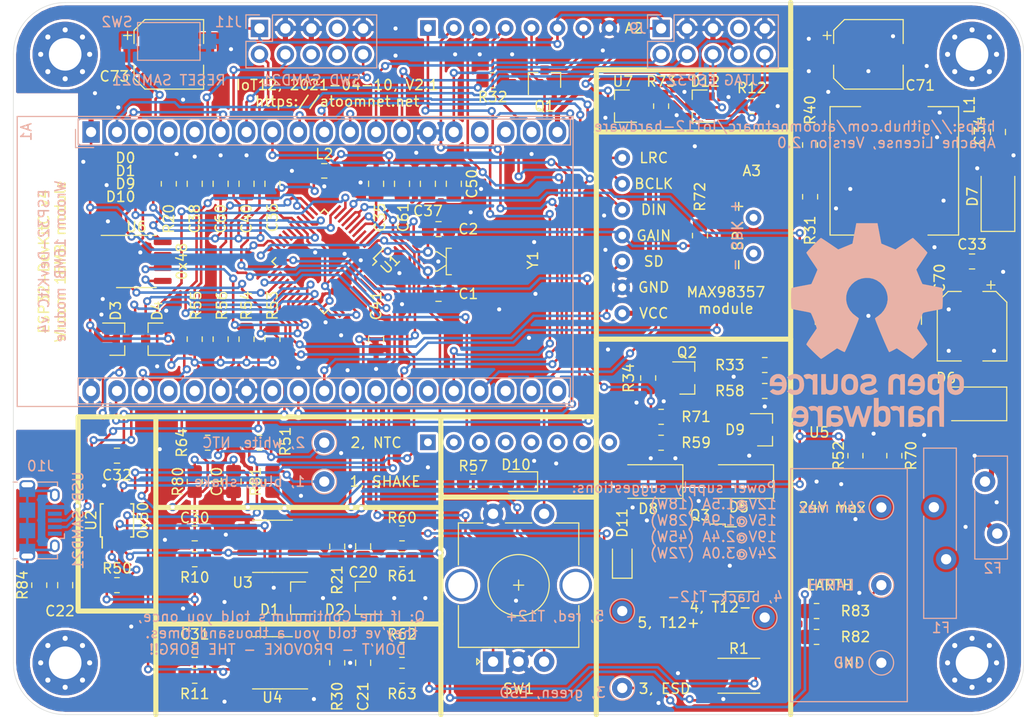
<source format=kicad_pcb>
(kicad_pcb (version 20171130) (host pcbnew "(5.1.9)-1")
  (title_block (date 2021-04-10) (rev V2.1))
  (layers (0 F.Cu signal) (31 B.Cu signal) (34 B.Paste user hide) (35 F.Paste user hide) (36 B.SilkS user) (37 F.SilkS user) (38 B.Mask user hide) (39 F.Mask user hide) (44 Edge.Cuts user))
  (net 0 "")
  (net 1 GND)
  (net 2 LCD_DIN)
  (net 3 +3V3)
  (net 4 "Net-(A1-Pad20)")
  (net 5 +5V)
  (net 6 "Net-(A1-Pad3)")
  (net 7 "Net-(A1-Pad18)")
  (net 8 "Net-(A1-Pad4)")
  (net 9 "Net-(A1-Pad17)")
  (net 10 "Net-(A1-Pad5)")
  (net 11 "Net-(A1-Pad16)")
  (net 12 "Net-(A1-Pad15)")
  (net 13 LCD_LED)
  (net 14 ROT_SW)
  (net 15 "Net-(A1-Pad13)")
  (net 16 I2S_BCK)
  (net 17 HEAT_INT)
  (net 18 I2S_WS)
  (net 19 I2S_DATA)
  (net 20 "Net-(A1-Pad21)")
  (net 21 "Net-(A1-Pad22)")
  (net 22 "Net-(A1-Pad23)")
  (net 23 LCD_~RST)
  (net 24 LCD_DATA-~CMD)
  (net 25 ROT_A)
  (net 26 ROT_B)
  (net 27 LCD_~CE)
  (net 28 LCD_CLK)
  (net 29 "Net-(A1-Pad31)")
  (net 30 ESP32_SDA)
  (net 31 ESP32_SCL)
  (net 32 "Net-(A2-Pad7)")
  (net 33 "Net-(A3-Pad9)")
  (net 34 "Net-(A3-Pad8)")
  (net 35 I2S_SD)
  (net 36 I2S_GAIN0)
  (net 37 /Brain/XIN32)
  (net 38 /Brain/XOUT32)
  (net 39 AIN_COMP)
  (net 40 "Net-(C20-Pad2)")
  (net 41 "Net-(C20-Pad1)")
  (net 42 "Net-(C21-Pad2)")
  (net 43 "Net-(C21-Pad1)")
  (net 44 "Net-(C30-Pad1)")
  (net 45 "Net-(C31-Pad1)")
  (net 46 +3.3VA)
  (net 47 /Brain/AREF)
  (net 48 HEAT_~RESET)
  (net 49 /Brain/VDDCORE)
  (net 50 /Brain/USB+)
  (net 51 /Brain/USB-)
  (net 52 IRON_+)
  (net 53 +24V)
  (net 54 "Net-(D6-Pad2)")
  (net 55 "Net-(D7-Pad1)")
  (net 56 "Net-(D10-Pad2)")
  (net 57 "Net-(D11-Pad2)")
  (net 58 "Net-(J1-Pad1)")
  (net 59 "Net-(J2-Pad1)")
  (net 60 /Output/ESD)
  (net 61 /Output/IRON_-)
  (net 62 Earth)
  (net 63 "Net-(J10-Pad4)")
  (net 64 "Net-(J10-Pad1)")
  (net 65 "Net-(J11-Pad8)")
  (net 66 "Net-(J11-Pad7)")
  (net 67 "Net-(J11-Pad6)")
  (net 68 SWCLK)
  (net 69 SWDIO)
  (net 70 NEAR_ADC_GND)
  (net 71 NEAR_RSENSE_+)
  (net 72 NEAR_RSENSE_-)
  (net 73 "Net-(Q1-Pad1)")
  (net 74 "Net-(Q2-Pad3)")
  (net 75 "Net-(Q2-Pad1)")
  (net 76 "Net-(R20-Pad1)")
  (net 77 "Net-(R21-Pad2)")
  (net 78 "Net-(R21-Pad1)")
  (net 79 "Net-(R30-Pad2)")
  (net 80 "Net-(R30-Pad1)")
  (net 81 "Net-(R31-Pad2)")
  (net 82 ADC_RDY)
  (net 83 NTC)
  (net 84 VIN)
  (net 85 HEAT_SDA)
  (net 86 HEAT_SCL)
  (net 87 DEBUG_LED)
  (net 88 I2S_GAIN1)
  (net 89 "Net-(U1-Pad48)")
  (net 90 "Net-(U1-Pad41)")
  (net 91 "Net-(U1-Pad39)")
  (net 92 "Net-(U1-Pad38)")
  (net 93 "Net-(U1-Pad37)")
  (net 94 "Net-(U1-Pad22)")
  (net 95 "Net-(U1-Pad21)")
  (net 96 "Net-(U1-Pad20)")
  (net 97 "Net-(U1-Pad19)")
  (net 98 TEMP)
  (net 99 "Net-(Y1-Pad3)")
  (net 100 /Power/24V_DC_SW)
  (net 101 /Power/24V_DC)
  (net 102 /Output/GATE)
  (net 103 IRON_CURRENT)
  (net 104 "Net-(U6-Pad7)")
  (net 105 "Net-(U6-Pad3)")
  (net 106 "Net-(U6-Pad2)")
  (net 107 "Net-(U6-Pad1)")
  (net 108 "Net-(A1-Pad12)")
  (net 109 "Net-(A1-Pad25)")
  (net 110 "Net-(A1-Pad34)")
  (net 111 "Net-(A1-Pad35)")
  (net 112 "Net-(U1-Pad28)")
  (net 113 "Net-(J9-Pad7)")
  (net 114 /Brain/D0)
  (net 115 /Brain/D1)
  (net 116 /Brain/D9)
  (net 117 /Brain/D10)
  (net 118 "Net-(C22-Pad1)")
  (net 119 HEAT_PWM)
  (net 120 ESP32_~RESET)
  (net 121 "Net-(D12-Pad3)")
  (net 122 "Net-(D12-Pad2)")
  (net 123 "Net-(D12-Pad1)")
  (module Display-extra:Nokia_5110_display_module (layer F.Cu) (at 0 -15.24)
    (fp_text reference A2 (at 11.303 -24.15) (layer F.SilkS))
    (fp_text value "2x Conn_01x09_Female")
    (pad "" thru_hole circle (at 6.35 16.47) (size 1.524 1.524) (drill 0.762) (layers *.Cu *.Mask))
    (pad "" thru_hole circle (at 8.89 16.47) (size 1.524 1.524) (drill 0.762) (layers *.Cu *.Mask))
    (pad "" thru_hole circle (at 3.81 16.47) (size 1.524 1.524) (drill 0.762) (layers *.Cu *.Mask))
    (pad "" thru_hole rect (at -8.89 16.47) (size 1.524 1.524) (drill 0.762) (layers *.Cu *.Mask))
    (pad "" thru_hole circle (at 1.27 16.47) (size 1.524 1.524) (drill 0.762) (layers *.Cu *.Mask))
    (pad "" thru_hole circle (at -1.27 16.47) (size 1.524 1.524) (drill 0.762) (layers *.Cu *.Mask))
    (pad "" thru_hole circle (at -6.35 16.47) (size 1.524 1.524) (drill 0.762) (layers *.Cu *.Mask))
    (pad "" thru_hole circle (at -3.81 16.47) (size 1.524 1.524) (drill 0.762) (layers *.Cu *.Mask))
    (pad 8 thru_hole circle (at 8.89 -24.17) (size 1.524 1.524) (drill 0.762) (layers *.Cu *.Mask) (net 1 GND))
    (pad 7 thru_hole circle (at 6.35 -24.17) (size 1.524 1.524) (drill 0.762) (layers *.Cu *.Mask) (net 32 "Net-(A2-Pad7)"))
    (pad 6 thru_hole circle (at 3.81 -24.17) (size 1.524 1.524) (drill 0.762) (layers *.Cu *.Mask) (net 3 +3V3))
    (pad 5 thru_hole circle (at 1.27 -24.17) (size 1.524 1.524) (drill 0.762) (layers *.Cu *.Mask) (net 28 LCD_CLK))
    (pad 4 thru_hole circle (at -1.27 -24.17) (size 1.524 1.524) (drill 0.762) (layers *.Cu *.Mask) (net 2 LCD_DIN))
    (pad 3 thru_hole circle (at -3.81 -24.17) (size 1.524 1.524) (drill 0.762) (layers *.Cu *.Mask) (net 24 LCD_DATA-~CMD))
    (pad 2 thru_hole circle (at -6.35 -24.17) (size 1.524 1.524) (drill 0.762) (layers *.Cu *.Mask) (net 27 LCD_~CE))
    (pad 1 thru_hole rect (at -8.89 -24.17) (size 1.524 1.524) (drill 0.762) (layers *.Cu *.Mask) (net 23 LCD_~RST))
  )
  (module Resistor_SMD:R_0805_2012Metric_Pad1.20x1.40mm_HandSolder (layer F.Cu) (at 13.97 -31.75 270)
    (fp_text reference R73 (at -2.413 0 180) (layer F.SilkS))
    (fp_text value 100K)
    (pad 2 smd roundrect (at 1 0 270) (size 1.2 1.4) (layers F.Cu F.Paste F.Mask) (roundrect_rratio 0.208333) (net 1 GND))
    (pad 1 smd roundrect (at -1 0 270) (size 1.2 1.4) (layers F.Cu F.Paste F.Mask) (roundrect_rratio 0.208333) (net 121 "Net-(D12-Pad3)"))
  )
  (module Package_TO_SOT_SMD:SOT-23 (layer F.Cu) (at 10.16 -31.75 180)
    (fp_text reference U7 (at -0.0635 2.413) (layer F.SilkS))
    (fp_text value MAX809S)
    (pad 3 smd rect (at 1 0 180) (size 0.9 0.8) (layers F.Cu F.Paste F.Mask) (net 3 +3V3))
    (pad 2 smd rect (at -1 0.95 180) (size 0.9 0.8) (layers F.Cu F.Paste F.Mask) (net 121 "Net-(D12-Pad3)"))
    (pad 1 smd rect (at -1 -0.95 180) (size 0.9 0.8) (layers F.Cu F.Paste F.Mask) (net 1 GND))
  )
  (module Resistor_SMD:R_0805_2012Metric_Pad1.20x1.40mm_HandSolder (layer F.Cu) (at 22.86 -31.75)
    (fp_text reference R12 (at 0 -1.778) (layer F.SilkS))
    (fp_text value 100R)
    (pad 2 smd roundrect (at 1 0) (size 1.2 1.4) (layers F.Cu F.Paste F.Mask) (roundrect_rratio 0.2083325) (net 120 ESP32_~RESET))
    (pad 1 smd roundrect (at -1 0) (size 1.2 1.4) (layers F.Cu F.Paste F.Mask) (roundrect_rratio 0.2083325) (net 123 "Net-(D12-Pad1)"))
  )
  (module Package_TO_SOT_SMD:SOT-23 (layer F.Cu) (at 17.78 -31.75 180)
    (fp_text reference D12 (at -0.508 2.413) (layer F.SilkS))
    (fp_text value BAV99)
    (pad 3 smd rect (at 1 0 180) (size 0.9 0.8) (layers F.Cu F.Paste F.Mask) (net 121 "Net-(D12-Pad3)"))
    (pad 2 smd rect (at -1 0.95 180) (size 0.9 0.8) (layers F.Cu F.Paste F.Mask) (net 122 "Net-(D12-Pad2)"))
    (pad 1 smd rect (at -1 -0.95 180) (size 0.9 0.8) (layers F.Cu F.Paste F.Mask) (net 123 "Net-(D12-Pad1)"))
  )
  (module Symbol:OSHW-Logo_19x20mm_SilkScreen (layer B.Cu) (at 34.163 -10.287 180)
    (fp_text reference REF** hide)
    (fp_text value OSHW-Logo_19x20mm_SilkScreen hide)
  )
  (module Resistor_SMD:R_0805_2012Metric_Pad1.20x1.40mm_HandSolder (layer F.Cu) (at -46.99 15.24 90)
    (fp_text reference R84 (at 0 -1.65 90) (layer F.SilkS))
    (fp_text value 1M)
    (pad 2 smd roundrect (at 1 0 90) (size 1.2 1.4) (layers F.Cu F.Paste F.Mask) (roundrect_rratio 0.2083325) (net 118 "Net-(C22-Pad1)"))
    (pad 1 smd roundrect (at -1 0 90) (size 1.2 1.4) (layers F.Cu F.Paste F.Mask) (roundrect_rratio 0.2083325) (net 1 GND))
  )
  (module Capacitor_SMD:C_0805_2012Metric_Pad1.18x1.45mm_HandSolder (layer F.Cu) (at -44.45 15.24 270)
    (fp_text reference C22 (at 2.54 0.508 180) (layer F.SilkS))
    (fp_text value 1nF)
    (pad 2 smd roundrect (at 1.0375 0 270) (size 1.175 1.45) (layers F.Cu F.Paste F.Mask) (roundrect_rratio 0.2127659574468085) (net 1 GND))
    (pad 1 smd roundrect (at -1.0375 0 270) (size 1.175 1.45) (layers F.Cu F.Paste F.Mask) (roundrect_rratio 0.2127659574468085) (net 118 "Net-(C22-Pad1)"))
  )
  (module Connector_PinHeader_2.54mm:PinHeader_2x05_P2.54mm_Vertical (layer B.Cu) (at 13.97 -39.37 270)
    (fp_text reference J9 (at 0 2.286) (layer B.SilkS) (effects (justify mirror)))
    (fp_text value Conn_ARM_JTAG_SWD_10)
    (pad 10 thru_hole oval (at 2.54 -10.16 270) (size 1.7 1.7) (drill 1) (layers *.Cu *.Mask) (net 120 ESP32_~RESET))
    (pad 9 thru_hole oval (at 0 -10.16 270) (size 1.7 1.7) (drill 1) (layers *.Cu *.Mask) (net 1 GND))
    (pad 8 thru_hole oval (at 2.54 -7.62 270) (size 1.7 1.7) (drill 1) (layers *.Cu *.Mask) (net 15 "Net-(A1-Pad13)"))
    (pad 7 thru_hole oval (at 0 -7.62 270) (size 1.7 1.7) (drill 1) (layers *.Cu *.Mask) (net 113 "Net-(J9-Pad7)"))
    (pad 6 thru_hole oval (at 2.54 -5.08 270) (size 1.7 1.7) (drill 1) (layers *.Cu *.Mask) (net 22 "Net-(A1-Pad23)"))
    (pad 5 thru_hole oval (at 0 -5.08 270) (size 1.7 1.7) (drill 1) (layers *.Cu *.Mask) (net 1 GND))
    (pad 4 thru_hole oval (at 2.54 -2.54 270) (size 1.7 1.7) (drill 1) (layers *.Cu *.Mask) (net 12 "Net-(A1-Pad15)"))
    (pad 3 thru_hole oval (at 0 -2.54 270) (size 1.7 1.7) (drill 1) (layers *.Cu *.Mask) (net 1 GND))
    (pad 2 thru_hole oval (at 2.54 0 270) (size 1.7 1.7) (drill 1) (layers *.Cu *.Mask) (net 108 "Net-(A1-Pad12)"))
    (pad 1 thru_hole rect (at 0 0 270) (size 1.7 1.7) (drill 1) (layers *.Cu *.Mask) (net 3 +3V3))
  )
  (module TestPoint-extra:TestPoint_Pad_D0.75mm (layer F.Cu) (at -36.83 -22.86)
    (fp_text reference TP4 hide)
    (fp_text value TestPoint)
    (pad 1 smd circle (at 0 0) (size 0.75 0.75) (layers F.Cu F.Mask) (net 117 /Brain/D10))
  )
  (module TestPoint-extra:TestPoint_Pad_D0.75mm (layer F.Cu) (at -36.83 -24.13)
    (fp_text reference TP3 hide)
    (fp_text value TestPoint)
    (pad 1 smd circle (at 0 0) (size 0.75 0.75) (layers F.Cu F.Mask) (net 116 /Brain/D9))
  )
  (module TestPoint-extra:TestPoint_Pad_D0.75mm (layer F.Cu) (at -36.83 -25.4)
    (fp_text reference TP2 hide)
    (fp_text value TestPoint)
    (pad 1 smd circle (at 0 0) (size 0.75 0.75) (layers F.Cu F.Mask) (net 115 /Brain/D1))
  )
  (module TestPoint-extra:TestPoint_Pad_D0.75mm (layer F.Cu) (at -36.83 -26.67)
    (fp_text reference TP1 hide)
    (fp_text value TestPoint)
    (pad 1 smd circle (at 0 0) (size 0.75 0.75) (layers F.Cu F.Mask) (net 114 /Brain/D0))
  )
  (module Package_SO:SO-8_3.9x4.9mm_P1.27mm (layer F.Cu) (at -37.465 -16.51)
    (fp_text reference U6 (at 0 -3.4) (layer F.SilkS))
    (fp_text value AT24C32)
    (pad 8 smd roundrect (at 2.575 -1.905) (size 1.75 0.6) (layers F.Cu F.Paste F.Mask) (net 3 +3V3))
    (pad 7 smd roundrect (at 2.575 -0.635) (size 1.75 0.6) (layers F.Cu F.Paste F.Mask) (net 104 "Net-(U6-Pad7)"))
    (pad 6 smd roundrect (at 2.575 0.635) (size 1.75 0.6) (layers F.Cu F.Paste F.Mask) (net 86 HEAT_SCL))
    (pad 5 smd roundrect (at 2.575 1.905) (size 1.75 0.6) (layers F.Cu F.Paste F.Mask) (net 85 HEAT_SDA))
    (pad 4 smd roundrect (at -2.575 1.905) (size 1.75 0.6) (layers F.Cu F.Paste F.Mask) (net 1 GND))
    (pad 3 smd roundrect (at -2.575 0.635) (size 1.75 0.6) (layers F.Cu F.Paste F.Mask) (net 105 "Net-(U6-Pad3)"))
    (pad 2 smd roundrect (at -2.575 -0.635) (size 1.75 0.6) (layers F.Cu F.Paste F.Mask) (net 106 "Net-(U6-Pad2)"))
    (pad 1 smd roundrect (at -2.575 -1.905) (size 1.75 0.6) (layers F.Cu F.Paste F.Mask) (net 107 "Net-(U6-Pad1)"))
  )
  (module Module-extra:max98357 (layer F.Cu) (at 17.06 -19.05 270)
    (fp_text reference A3 (at -6.35 -5.8 180) (layer F.SilkS))
    (fp_text value max98357)
    (fp_text user "- SPK +" (at 0 -4.445 270) (layer F.SilkS))
    (fp_text user VCC (at 7.62 3.81) (layer F.SilkS))
    (fp_text user GND (at 5.08 3.81) (layer F.SilkS))
    (fp_text user SD (at 2.54 3.81) (layer F.SilkS))
    (fp_text user GAIN (at 0 3.81) (layer F.SilkS))
    (fp_text user DIN (at -2.54 3.81) (layer F.SilkS))
    (fp_text user BCLK (at -5.08 3.81) (layer F.SilkS))
    (fp_text user LRC (at -7.62 3.81) (layer F.SilkS))
    (pad 9 thru_hole circle (at 1.75 -5.97 270) (size 1.524 1.524) (drill 0.762) (layers *.Cu *.Mask) (net 33 "Net-(A3-Pad9)"))
    (pad 8 thru_hole circle (at -1.75 -5.97 270) (size 1.524 1.524) (drill 0.762) (layers *.Cu *.Mask) (net 34 "Net-(A3-Pad8)"))
    (pad 7 thru_hole circle (at 7.62 6.9 270) (size 1.524 1.524) (drill 0.762) (layers *.Cu *.Mask) (net 5 +5V))
    (pad 6 thru_hole circle (at 5.08 6.9 270) (size 1.524 1.524) (drill 0.762) (layers *.Cu *.Mask) (net 1 GND))
    (pad 5 thru_hole circle (at 2.54 6.9 270) (size 1.524 1.524) (drill 0.762) (layers *.Cu *.Mask) (net 35 I2S_SD))
    (pad 4 thru_hole circle (at 0 6.9 270) (size 1.524 1.524) (drill 0.762) (layers *.Cu *.Mask) (net 36 I2S_GAIN0))
    (pad 3 thru_hole circle (at -2.54 6.9 270) (size 1.524 1.524) (drill 0.762) (layers *.Cu *.Mask) (net 19 I2S_DATA))
    (pad 2 thru_hole circle (at -5.08 6.9 270) (size 1.524 1.524) (drill 0.762) (layers *.Cu *.Mask) (net 16 I2S_BCK))
    (pad 1 thru_hole circle (at -7.62 6.9 270) (size 1.524 1.524) (drill 0.762) (layers *.Cu *.Mask) (net 18 I2S_WS))
  )
  (module NetTie-extra:NetTie-2_SMD_Pad0.25mm (layer F.Cu) (at 23.495 24.13 180)
    (fp_text reference NT5 hide)
    (fp_text value ~)
    (fp_poly (pts (xy -0.254 -0.125) (xy 0.254 -0.125) (xy 0.254 0.125) (xy -0.254 0.125)) (layer F.Cu) (width 0))
    (pad 2 smd circle (at 0.254 0 180) (size 0.25 0.25) (layers F.Cu) (net 72 NEAR_RSENSE_-))
    (pad 1 smd circle (at -0.254 0 180) (size 0.25 0.25) (layers F.Cu) (net 1 GND))
  )
  (module NetTie-extra:NetTie-2_SMD_Pad0.25mm (layer F.Cu) (at 18.542 26.289 270)
    (fp_text reference NT4 hide)
    (fp_text value ~)
    (fp_poly (pts (xy -0.254 -0.125) (xy 0.254 -0.125) (xy 0.254 0.125) (xy -0.254 0.125)) (layer F.Cu) (width 0))
    (pad 2 smd circle (at 0.254 0 270) (size 0.25 0.25) (layers F.Cu) (net 71 NEAR_RSENSE_+))
    (pad 1 smd circle (at -0.254 0 270) (size 0.25 0.25) (layers F.Cu) (net 61 /Output/IRON_-))
  )
  (module NetTie-extra:NetTie-2_SMD_Pad0.25mm (layer F.Cu) (at -39.37 9.652 270)
    (fp_text reference NT1 hide)
    (fp_text value ~)
    (fp_poly (pts (xy -0.254 -0.125) (xy 0.254 -0.125) (xy 0.254 0.125) (xy -0.254 0.125)) (layer F.Cu) (width 0))
    (pad 2 smd circle (at 0.254 0 270) (size 0.25 0.25) (layers F.Cu) (net 1 GND))
    (pad 1 smd circle (at -0.254 0 270) (size 0.25 0.25) (layers F.Cu) (net 70 NEAR_ADC_GND))
  )
  (module Crystal:Crystal_C26-LF_D2.1mm_L6.5mm_Horizontal_1EP_style1 (layer F.Cu) (at -8.89 -15.56 90)
    (fp_text reference Y1 (at 1.077 10.287 90) (layer F.SilkS))
    (fp_text value 32768Hz)
    (pad 3 smd rect (at 0.95 5.75 90) (size 2.2 6.5) (layers F.Cu F.Paste F.Mask) (net 99 "Net-(Y1-Pad3)"))
    (pad 2 thru_hole circle (at 1.9 0 90) (size 1 1) (drill 0.5) (layers *.Cu *.Mask) (net 38 /Brain/XOUT32))
    (pad 1 thru_hole circle (at 0 0 90) (size 1 1) (drill 0.5) (layers *.Cu *.Mask) (net 37 /Brain/XIN32))
  )
  (module Package_TO_SOT_SMD:TO-263-5_TabPin3 (layer F.Cu) (at 34.29 -8.89 270)
    (fp_text reference U5 (at 9.144 4.826 180) (layer F.SilkS))
    (fp_text value LM2596S-ADJ)
    (pad 3 smd rect (at 3.375 0 270) (size 9.4 10.8) (layers F.Cu F.Mask) (net 1 GND))
    (pad 5 smd rect (at -5.775 3.4 270) (size 4.6 1.1) (layers F.Cu F.Paste F.Mask) (net 1 GND))
    (pad 4 smd rect (at -5.775 1.7 270) (size 4.6 1.1) (layers F.Cu F.Paste F.Mask) (net 81 "Net-(R31-Pad2)"))
    (pad 3 smd rect (at -5.775 0 270) (size 4.6 1.1) (layers F.Cu F.Paste F.Mask) (net 1 GND))
    (pad 2 smd rect (at -5.775 -1.7 270) (size 4.6 1.1) (layers F.Cu F.Paste F.Mask) (net 55 "Net-(D7-Pad1)"))
    (pad 1 smd rect (at -5.775 -3.4 270) (size 4.6 1.1) (layers F.Cu F.Paste F.Mask) (net 100 /Power/24V_DC_SW))
  )
  (module Package_SO:SOIC-8_3.9x4.9mm_P1.27mm (layer F.Cu) (at -24.13 22.86 180)
    (fp_text reference U4 (at 0 -3.4) (layer F.SilkS))
    (fp_text value INA826AID)
    (pad 8 smd roundrect (at 2.475 -1.905 180) (size 1.95 0.6) (layers F.Cu F.Paste F.Mask) (net 45 "Net-(C31-Pad1)"))
    (pad 7 smd roundrect (at 2.475 -0.635 180) (size 1.95 0.6) (layers F.Cu F.Paste F.Mask) (net 103 IRON_CURRENT))
    (pad 6 smd roundrect (at 2.475 0.635 180) (size 1.95 0.6) (layers F.Cu F.Paste F.Mask) (net 70 NEAR_ADC_GND))
    (pad 5 smd roundrect (at 2.475 1.905 180) (size 1.95 0.6) (layers F.Cu F.Paste F.Mask) (net 1 GND))
    (pad 4 smd roundrect (at -2.475 1.905 180) (size 1.95 0.6) (layers F.Cu F.Paste F.Mask) (net 43 "Net-(C21-Pad1)"))
    (pad 3 smd roundrect (at -2.475 0.635 180) (size 1.95 0.6) (layers F.Cu F.Paste F.Mask) (net 80 "Net-(R30-Pad1)"))
    (pad 2 smd roundrect (at -2.475 -0.635 180) (size 1.95 0.6) (layers F.Cu F.Paste F.Mask) (net 79 "Net-(R30-Pad2)"))
    (pad 1 smd roundrect (at -2.475 -1.905 180) (size 1.95 0.6) (layers F.Cu F.Paste F.Mask) (net 42 "Net-(C21-Pad2)"))
  )
  (module Package_SO:SOIC-8_3.9x4.9mm_P1.27mm (layer F.Cu) (at -24.13 11.43 180)
    (fp_text reference U3 (at 2.921 -3.556) (layer F.SilkS))
    (fp_text value INA826AID)
    (pad 8 smd roundrect (at 2.475 -1.905 180) (size 1.95 0.6) (layers F.Cu F.Paste F.Mask) (net 44 "Net-(C30-Pad1)"))
    (pad 7 smd roundrect (at 2.475 -0.635 180) (size 1.95 0.6) (layers F.Cu F.Paste F.Mask) (net 98 TEMP))
    (pad 6 smd roundrect (at 2.475 0.635 180) (size 1.95 0.6) (layers F.Cu F.Paste F.Mask) (net 70 NEAR_ADC_GND))
    (pad 5 smd roundrect (at 2.475 1.905 180) (size 1.95 0.6) (layers F.Cu F.Paste F.Mask) (net 1 GND))
    (pad 4 smd roundrect (at -2.475 1.905 180) (size 1.95 0.6) (layers F.Cu F.Paste F.Mask) (net 41 "Net-(C20-Pad1)"))
    (pad 3 smd roundrect (at -2.475 0.635 180) (size 1.95 0.6) (layers F.Cu F.Paste F.Mask) (net 78 "Net-(R21-Pad1)"))
    (pad 2 smd roundrect (at -2.475 -0.635 180) (size 1.95 0.6) (layers F.Cu F.Paste F.Mask) (net 77 "Net-(R21-Pad2)"))
    (pad 1 smd roundrect (at -2.475 -1.905 180) (size 1.95 0.6) (layers F.Cu F.Paste F.Mask) (net 40 "Net-(C20-Pad2)"))
  )
  (module Package_SO:TSSOP-10_3x3mm_P0.5mm (layer F.Cu) (at -39.37 8.89 90)
    (fp_text reference U2 (at 0 -2.54 270) (layer F.SilkS))
    (fp_text value ADS1115IDGS)
    (pad 10 smd rect (at 2.15 -1 90) (size 1.1 0.25) (layers F.Cu F.Paste F.Mask) (net 86 HEAT_SCL))
    (pad 9 smd rect (at 2.15 -0.5 90) (size 1.1 0.25) (layers F.Cu F.Paste F.Mask) (net 85 HEAT_SDA))
    (pad 8 smd rect (at 2.15 0 90) (size 1.1 0.25) (layers F.Cu F.Paste F.Mask) (net 3 +3V3))
    (pad 7 smd rect (at 2.15 0.5 90) (size 1.1 0.25) (layers F.Cu F.Paste F.Mask) (net 84 VIN))
    (pad 6 smd rect (at 2.15 1 90) (size 1.1 0.25) (layers F.Cu F.Paste F.Mask) (net 103 IRON_CURRENT))
    (pad 5 smd rect (at -2.15 1 90) (size 1.1 0.25) (layers F.Cu F.Paste F.Mask) (net 83 NTC))
    (pad 4 smd rect (at -2.15 0.5 90) (size 1.1 0.25) (layers F.Cu F.Paste F.Mask) (net 98 TEMP))
    (pad 3 smd rect (at -2.15 0 90) (size 1.1 0.25) (layers F.Cu F.Paste F.Mask) (net 1 GND))
    (pad 2 smd rect (at -2.15 -0.5 90) (size 1.1 0.25) (layers F.Cu F.Paste F.Mask) (net 82 ADC_RDY))
    (pad 1 smd rect (at -2.15 -1 90) (size 1.1 0.25) (layers F.Cu F.Paste F.Mask) (net 1 GND))
  )
  (module Package_QFP:TQFP-48_7x7mm_P0.5mm (layer F.Cu) (at -19.05 -16.51 225)
    (fp_text reference U1 (at -4.400325 -4.759536 45) (layer F.SilkS))
    (fp_text value ATSAMD21G18A-AU)
    (pad 48 smd rect (at -2.75 -4.35 315) (size 1.3 0.25) (layers F.Cu F.Paste F.Mask) (net 89 "Net-(U1-Pad48)"))
    (pad 47 smd rect (at -2.25 -4.35 315) (size 1.3 0.25) (layers F.Cu F.Paste F.Mask) (net 103 IRON_CURRENT))
    (pad 46 smd rect (at -1.75 -4.35 315) (size 1.3 0.25) (layers F.Cu F.Paste F.Mask) (net 69 SWDIO))
    (pad 45 smd rect (at -1.25 -4.35 315) (size 1.3 0.25) (layers F.Cu F.Paste F.Mask) (net 68 SWCLK))
    (pad 44 smd rect (at -0.75 -4.35 315) (size 1.3 0.25) (layers F.Cu F.Paste F.Mask) (net 3 +3V3))
    (pad 43 smd rect (at -0.25 -4.35 315) (size 1.3 0.25) (layers F.Cu F.Paste F.Mask) (net 49 /Brain/VDDCORE))
    (pad 42 smd rect (at 0.25 -4.35 315) (size 1.3 0.25) (layers F.Cu F.Paste F.Mask) (net 1 GND))
    (pad 41 smd rect (at 0.75 -4.35 315) (size 1.3 0.25) (layers F.Cu F.Paste F.Mask) (net 90 "Net-(U1-Pad41)"))
    (pad 40 smd rect (at 1.25 -4.35 315) (size 1.3 0.25) (layers F.Cu F.Paste F.Mask) (net 48 HEAT_~RESET))
    (pad 39 smd rect (at 1.75 -4.35 315) (size 1.3 0.25) (layers F.Cu F.Paste F.Mask) (net 91 "Net-(U1-Pad39)"))
    (pad 38 smd rect (at 2.25 -4.35 315) (size 1.3 0.25) (layers F.Cu F.Paste F.Mask) (net 92 "Net-(U1-Pad38)"))
    (pad 37 smd rect (at 2.75 -4.35 315) (size 1.3 0.25) (layers F.Cu F.Paste F.Mask) (net 93 "Net-(U1-Pad37)"))
    (pad 36 smd rect (at 4.35 -2.75 225) (size 1.3 0.25) (layers F.Cu F.Paste F.Mask) (net 3 +3V3))
    (pad 35 smd rect (at 4.35 -2.25 225) (size 1.3 0.25) (layers F.Cu F.Paste F.Mask) (net 1 GND))
    (pad 34 smd rect (at 4.35 -1.75 225) (size 1.3 0.25) (layers F.Cu F.Paste F.Mask) (net 50 /Brain/USB+))
    (pad 33 smd rect (at 4.35 -1.25 225) (size 1.3 0.25) (layers F.Cu F.Paste F.Mask) (net 51 /Brain/USB-))
    (pad 32 smd rect (at 4.35 -0.75 225) (size 1.3 0.25) (layers F.Cu F.Paste F.Mask) (net 86 HEAT_SCL))
    (pad 31 smd rect (at 4.35 -0.25 225) (size 1.3 0.25) (layers F.Cu F.Paste F.Mask) (net 85 HEAT_SDA))
    (pad 30 smd rect (at 4.35 0.25 225) (size 1.3 0.25) (layers F.Cu F.Paste F.Mask) (net 35 I2S_SD))
    (pad 29 smd rect (at 4.35 0.75 225) (size 1.3 0.25) (layers F.Cu F.Paste F.Mask) (net 88 I2S_GAIN1))
    (pad 28 smd rect (at 4.35 1.25 225) (size 1.3 0.25) (layers F.Cu F.Paste F.Mask) (net 112 "Net-(U1-Pad28)"))
    (pad 27 smd rect (at 4.35 1.75 225) (size 1.3 0.25) (layers F.Cu F.Paste F.Mask) (net 117 /Brain/D10))
    (pad 26 smd rect (at 4.35 2.25 225) (size 1.3 0.25) (layers F.Cu F.Paste F.Mask) (net 87 DEBUG_LED))
    (pad 25 smd rect (at 4.35 2.75 225) (size 1.3 0.25) (layers F.Cu F.Paste F.Mask) (net 119 HEAT_PWM))
    (pad 24 smd rect (at 2.75 4.35 315) (size 1.3 0.25) (layers F.Cu F.Paste F.Mask) (net 36 I2S_GAIN0))
    (pad 23 smd rect (at 2.25 4.35 315) (size 1.3 0.25) (layers F.Cu F.Paste F.Mask) (net 17 HEAT_INT))
    (pad 22 smd rect (at 1.75 4.35 315) (size 1.3 0.25) (layers F.Cu F.Paste F.Mask) (net 94 "Net-(U1-Pad22)"))
    (pad 21 smd rect (at 1.25 4.35 315) (size 1.3 0.25) (layers F.Cu F.Paste F.Mask) (net 95 "Net-(U1-Pad21)"))
    (pad 20 smd rect (at 0.75 4.35 315) (size 1.3 0.25) (layers F.Cu F.Paste F.Mask) (net 96 "Net-(U1-Pad20)"))
    (pad 19 smd rect (at 0.25 4.35 315) (size 1.3 0.25) (layers F.Cu F.Paste F.Mask) (net 97 "Net-(U1-Pad19)"))
    (pad 18 smd rect (at -0.25 4.35 315) (size 1.3 0.25) (layers F.Cu F.Paste F.Mask) (net 1 GND))
    (pad 17 smd rect (at -0.75 4.35 315) (size 1.3 0.25) (layers F.Cu F.Paste F.Mask) (net 3 +3V3))
    (pad 16 smd rect (at -1.25 4.35 315) (size 1.3 0.25) (layers F.Cu F.Paste F.Mask) (net 114 /Brain/D0))
    (pad 15 smd rect (at -1.75 4.35 315) (size 1.3 0.25) (layers F.Cu F.Paste F.Mask) (net 115 /Brain/D1))
    (pad 14 smd rect (at -2.25 4.35 315) (size 1.3 0.25) (layers F.Cu F.Paste F.Mask) (net 31 ESP32_SCL))
    (pad 13 smd rect (at -2.75 4.35 315) (size 1.3 0.25) (layers F.Cu F.Paste F.Mask) (net 30 ESP32_SDA))
    (pad 12 smd rect (at -4.35 2.75 225) (size 1.3 0.25) (layers F.Cu F.Paste F.Mask) (net 116 /Brain/D9))
    (pad 11 smd rect (at -4.35 2.25 225) (size 1.3 0.25) (layers F.Cu F.Paste F.Mask) (net 82 ADC_RDY))
    (pad 10 smd rect (at -4.35 1.75 225) (size 1.3 0.25) (layers F.Cu F.Paste F.Mask) (net 84 VIN))
    (pad 9 smd rect (at -4.35 1.25 225) (size 1.3 0.25) (layers F.Cu F.Paste F.Mask) (net 39 AIN_COMP))
    (pad 8 smd rect (at -4.35 0.75 225) (size 1.3 0.25) (layers F.Cu F.Paste F.Mask) (net 39 AIN_COMP))
    (pad 7 smd rect (at -4.35 0.25 225) (size 1.3 0.25) (layers F.Cu F.Paste F.Mask) (net 98 TEMP))
    (pad 6 smd rect (at -4.35 -0.25 225) (size 1.3 0.25) (layers F.Cu F.Paste F.Mask) (net 46 +3.3VA))
    (pad 5 smd rect (at -4.35 -0.75 225) (size 1.3 0.25) (layers F.Cu F.Paste F.Mask) (net 1 GND))
    (pad 4 smd rect (at -4.35 -1.25 225) (size 1.3 0.25) (layers F.Cu F.Paste F.Mask) (net 47 /Brain/AREF))
    (pad 3 smd rect (at -4.35 -1.75 225) (size 1.3 0.25) (layers F.Cu F.Paste F.Mask) (net 83 NTC))
    (pad 2 smd rect (at -4.35 -2.25 225) (size 1.3 0.25) (layers F.Cu F.Paste F.Mask) (net 38 /Brain/XOUT32))
    (pad 1 smd rect (at -4.35 -2.75 225) (size 1.3 0.25) (layers F.Cu F.Paste F.Mask) (net 37 /Brain/XIN32))
  )
  (module Button_Switch_SMD:SW_SPST_CK_RS282G05A3 (layer B.Cu) (at -34.29 -38.1 180)
    (fp_text reference SW2 (at 5.08 1.905) (layer B.SilkS) (effects (justify mirror)))
    (fp_text value SW_Push)
    (pad 2 smd rect (at 3.9 0 180) (size 1.5 1.5) (layers B.Cu B.Paste B.Mask) (net 76 "Net-(R20-Pad1)"))
    (pad 1 smd rect (at -3.9 0 180) (size 1.5 1.5) (layers B.Cu B.Paste B.Mask) (net 1 GND))
  )
  (module Rotary_Encoder-fixed:RotaryEncoder_Alps_EC11E-Switch_Vertical_H20mm_CircularMountingHoles (layer F.Cu) (at 0 15.24 90)
    (fp_text reference SW1 (at -10.16 0 180) (layer F.SilkS))
    (fp_text value "Rotary encoder EC11 Plum 15mm")
    (pad A thru_hole rect (at -7.5 -2.5 90) (size 2 2) (drill 1) (layers *.Cu *.Mask) (net 25 ROT_A))
    (pad C thru_hole circle (at -7.5 0 90) (size 2 2) (drill 1) (layers *.Cu *.Mask) (net 1 GND))
    (pad B thru_hole circle (at -7.5 2.5 90) (size 2 2) (drill 1) (layers *.Cu *.Mask) (net 26 ROT_B))
    (pad MP thru_hole circle (at 0 -5.6 90) (size 3.2 3.2) (drill 2.6) (layers *.Cu *.Mask))
    (pad MP thru_hole circle (at 0 5.6 90) (size 3.2 3.2) (drill 2.6) (layers *.Cu *.Mask))
    (pad S2 thru_hole circle (at 7 -2.5 90) (size 2 2) (drill 1) (layers *.Cu *.Mask) (net 1 GND))
    (pad S1 thru_hole circle (at 7 2.5 90) (size 2 2) (drill 1) (layers *.Cu *.Mask) (net 14 ROT_SW))
  )
  (module Resistor_SMD:R_0805_2012Metric_Pad1.20x1.40mm_HandSolder (layer F.Cu) (at 29.21 17.78)
    (fp_text reference R83 (at 3.81 0) (layer F.SilkS))
    (fp_text value 1M)
    (pad 2 smd roundrect (at 1 0) (size 1.2 1.4) (layers F.Cu F.Paste F.Mask) (roundrect_rratio 0.2083325) (net 62 Earth))
    (pad 1 smd roundrect (at -1 0) (size 1.2 1.4) (layers F.Cu F.Paste F.Mask) (roundrect_rratio 0.2083325) (net 60 /Output/ESD))
  )
  (module Resistor_SMD:R_0805_2012Metric_Pad1.20x1.40mm_HandSolder (layer F.Cu) (at 29.21 20.32 180)
    (fp_text reference R82 (at -3.81 0) (layer F.SilkS))
    (fp_text value 1M)
    (pad 2 smd roundrect (at 1 0 180) (size 1.2 1.4) (layers F.Cu F.Paste F.Mask) (roundrect_rratio 0.2083325) (net 60 /Output/ESD))
    (pad 1 smd roundrect (at -1 0 180) (size 1.2 1.4) (layers F.Cu F.Paste F.Mask) (roundrect_rratio 0.2083325) (net 1 GND))
  )
  (module Resistor_SMD:R_0805_2012Metric_Pad1.20x1.40mm_HandSolder (layer F.Cu) (at -24.13 5.08 90)
    (fp_text reference R81 (at 0 -1.65 90) (layer F.SilkS))
    (fp_text value 1M)
    (pad 2 smd roundrect (at 1 0 90) (size 1.2 1.4) (layers F.Cu F.Paste F.Mask) (roundrect_rratio 0.2083325) (net 58 "Net-(J1-Pad1)"))
    (pad 1 smd roundrect (at -1 0 90) (size 1.2 1.4) (layers F.Cu F.Paste F.Mask) (roundrect_rratio 0.2083325) (net 39 AIN_COMP))
  )
  (module Resistor_SMD:R_0805_2012Metric_Pad1.20x1.40mm_HandSolder (layer F.Cu) (at -31.75 5.08 90)
    (fp_text reference R80 (at 0 -1.65 90) (layer F.SilkS))
    (fp_text value 1M)
    (pad 2 smd roundrect (at 1 0 90) (size 1.2 1.4) (layers F.Cu F.Paste F.Mask) (roundrect_rratio 0.2083325) (net 39 AIN_COMP))
    (pad 1 smd roundrect (at -1 0 90) (size 1.2 1.4) (layers F.Cu F.Paste F.Mask) (roundrect_rratio 0.2083325) (net 3 +3V3))
  )
  (module Resistor_SMD:R_0805_2012Metric_Pad1.20x1.40mm_HandSolder (layer F.Cu) (at 17.78 -19.05 90)
    (fp_text reference R72 (at 3.81 0 90) (layer F.SilkS))
    (fp_text value 100k)
    (pad 2 smd roundrect (at 1 0 90) (size 1.2 1.4) (layers F.Cu F.Paste F.Mask) (roundrect_rratio 0.2083325) (net 88 I2S_GAIN1))
    (pad 1 smd roundrect (at -1 0 90) (size 1.2 1.4) (layers F.Cu F.Paste F.Mask) (roundrect_rratio 0.2083325) (net 36 I2S_GAIN0))
  )
  (module Resistor_SMD:R_0805_2012Metric_Pad1.20x1.40mm_HandSolder (layer F.Cu) (at 13.97 -1.27)
    (fp_text reference R71 (at 3.429 0) (layer F.SilkS))
    (fp_text value 100k)
    (pad 2 smd roundrect (at 1 0) (size 1.2 1.4) (layers F.Cu F.Paste F.Mask) (roundrect_rratio 0.2083325) (net 1 GND))
    (pad 1 smd roundrect (at -1 0) (size 1.2 1.4) (layers F.Cu F.Paste F.Mask) (roundrect_rratio 0.2083325) (net 119 HEAT_PWM))
  )
  (module Resistor_SMD:R_0805_2012Metric_Pad1.20x1.40mm_HandSolder (layer F.Cu) (at 36.83 2.54 270)
    (fp_text reference R70 (at 0 -1.65 90) (layer F.SilkS))
    (fp_text value "100k 1%")
    (pad 2 smd roundrect (at 1 0 270) (size 1.2 1.4) (layers F.Cu F.Paste F.Mask) (roundrect_rratio 0.2083325) (net 53 +24V))
    (pad 1 smd roundrect (at -1 0 270) (size 1.2 1.4) (layers F.Cu F.Paste F.Mask) (roundrect_rratio 0.2083325) (net 84 VIN))
  )
  (module Resistor_SMD:R_0805_2012Metric_Pad1.20x1.40mm_HandSolder (layer F.Cu) (at -30.48 1.27)
    (fp_text reference R64 (at -2.54 0 90) (layer F.SilkS))
    (fp_text value "10k 0.1%")
    (pad 2 smd roundrect (at 1 0) (size 1.2 1.4) (layers F.Cu F.Paste F.Mask) (roundrect_rratio 0.2083325) (net 59 "Net-(J2-Pad1)"))
    (pad 1 smd roundrect (at -1 0) (size 1.2 1.4) (layers F.Cu F.Paste F.Mask) (roundrect_rratio 0.2083325) (net 3 +3V3))
  )
  (module Resistor_SMD:R_0805_2012Metric_Pad1.20x1.40mm_HandSolder (layer F.Cu) (at -11.43 24.13)
    (fp_text reference R63 (at 0 1.778) (layer F.SilkS))
    (fp_text value "10k 0.1%")
    (pad 2 smd roundrect (at 1 0) (size 1.2 1.4) (layers F.Cu F.Paste F.Mask) (roundrect_rratio 0.2083325) (net 72 NEAR_RSENSE_-))
    (pad 1 smd roundrect (at -1 0) (size 1.2 1.4) (layers F.Cu F.Paste F.Mask) (roundrect_rratio 0.2083325) (net 42 "Net-(C21-Pad2)"))
  )
  (module Resistor_SMD:R_0805_2012Metric_Pad1.20x1.40mm_HandSolder (layer F.Cu) (at -11.43 21.59)
    (fp_text reference R62 (at 0 -1.524) (layer F.SilkS))
    (fp_text value "10k 0.1%")
    (pad 2 smd roundrect (at 1 0) (size 1.2 1.4) (layers F.Cu F.Paste F.Mask) (roundrect_rratio 0.2083325) (net 71 NEAR_RSENSE_+))
    (pad 1 smd roundrect (at -1 0) (size 1.2 1.4) (layers F.Cu F.Paste F.Mask) (roundrect_rratio 0.2083325) (net 43 "Net-(C21-Pad1)"))
  )
  (module Resistor_SMD:R_0805_2012Metric_Pad1.20x1.40mm_HandSolder (layer F.Cu) (at -11.43 12.7)
    (fp_text reference R61 (at 0 1.651) (layer F.SilkS))
    (fp_text value "10k 0.1%")
    (pad 2 smd roundrect (at 1 0) (size 1.2 1.4) (layers F.Cu F.Paste F.Mask) (roundrect_rratio 0.2083325) (net 71 NEAR_RSENSE_+))
    (pad 1 smd roundrect (at -1 0) (size 1.2 1.4) (layers F.Cu F.Paste F.Mask) (roundrect_rratio 0.2083325) (net 40 "Net-(C20-Pad2)"))
  )
  (module Resistor_SMD:R_0805_2012Metric_Pad1.20x1.40mm_HandSolder (layer F.Cu) (at -11.43 10.16)
    (fp_text reference R60 (at 0 -1.524) (layer F.SilkS))
    (fp_text value "10k 0.1%")
    (pad 2 smd roundrect (at 1 0) (size 1.2 1.4) (layers F.Cu F.Paste F.Mask) (roundrect_rratio 0.2083325) (net 52 IRON_+))
    (pad 1 smd roundrect (at -1 0) (size 1.2 1.4) (layers F.Cu F.Paste F.Mask) (roundrect_rratio 0.2083325) (net 41 "Net-(C20-Pad1)"))
  )
  (module Resistor_SMD:R_0805_2012Metric_Pad1.20x1.40mm_HandSolder (layer F.Cu) (at 13.97 1.27)
    (fp_text reference R59 (at 3.429 0) (layer F.SilkS))
    (fp_text value 4k7)
    (pad 2 smd roundrect (at 1 0) (size 1.2 1.4) (layers F.Cu F.Paste F.Mask) (roundrect_rratio 0.2083325) (net 57 "Net-(D11-Pad2)"))
    (pad 1 smd roundrect (at -1 0) (size 1.2 1.4) (layers F.Cu F.Paste F.Mask) (roundrect_rratio 0.2083325) (net 119 HEAT_PWM))
  )
  (module Resistor_SMD:R_0805_2012Metric_Pad1.20x1.40mm_HandSolder (layer F.Cu) (at 24.13 -3.81 180)
    (fp_text reference R58 (at 3.429 0 180) (layer F.SilkS))
    (fp_text value 4k7)
    (pad 2 smd roundrect (at 1 0 180) (size 1.2 1.4) (layers F.Cu F.Paste F.Mask) (roundrect_rratio 0.2083325) (net 102 /Output/GATE))
    (pad 1 smd roundrect (at -1 0 180) (size 1.2 1.4) (layers F.Cu F.Paste F.Mask) (roundrect_rratio 0.2083325) (net 53 +24V))
  )
  (module Resistor_SMD:R_0805_2012Metric_Pad1.20x1.40mm_HandSolder (layer F.Cu) (at -4.445 5.08 180)
    (fp_text reference R57 (at 0 1.524) (layer F.SilkS))
    (fp_text value 4k7)
    (pad 2 smd roundrect (at 1 0 180) (size 1.2 1.4) (layers F.Cu F.Paste F.Mask) (roundrect_rratio 0.2083325) (net 87 DEBUG_LED))
    (pad 1 smd roundrect (at -1 0 180) (size 1.2 1.4) (layers F.Cu F.Paste F.Mask) (roundrect_rratio 0.2083325) (net 56 "Net-(D10-Pad2)"))
  )
  (module Resistor_SMD:R_0805_2012Metric_Pad1.20x1.40mm_HandSolder (layer F.Cu) (at -29.21 -8.89 270)
    (fp_text reference R56 (at -3.302 -0.127 90) (layer F.SilkS))
    (fp_text value 4k7)
    (pad 2 smd roundrect (at 1 0 270) (size 1.2 1.4) (layers F.Cu F.Paste F.Mask) (roundrect_rratio 0.2083325) (net 3 +3V3))
    (pad 1 smd roundrect (at -1 0 270) (size 1.2 1.4) (layers F.Cu F.Paste F.Mask) (roundrect_rratio 0.2083325) (net 30 ESP32_SDA))
  )
  (module Resistor_SMD:R_0805_2012Metric_Pad1.20x1.40mm_HandSolder (layer F.Cu) (at -31.75 -8.89 270)
    (fp_text reference R55 (at -3.302 -0.127 90) (layer F.SilkS))
    (fp_text value 4k7)
    (pad 2 smd roundrect (at 1 0 270) (size 1.2 1.4) (layers F.Cu F.Paste F.Mask) (roundrect_rratio 0.2083325) (net 3 +3V3))
    (pad 1 smd roundrect (at -1 0 270) (size 1.2 1.4) (layers F.Cu F.Paste F.Mask) (roundrect_rratio 0.2083325) (net 31 ESP32_SCL))
  )
  (module Resistor_SMD:R_0805_2012Metric_Pad1.20x1.40mm_HandSolder (layer F.Cu) (at -26.67 -8.89 270)
    (fp_text reference R54 (at -3.302 0 90) (layer F.SilkS))
    (fp_text value 4k7)
    (pad 2 smd roundrect (at 1 0 270) (size 1.2 1.4) (layers F.Cu F.Paste F.Mask) (roundrect_rratio 0.2083325) (net 3 +3V3))
    (pad 1 smd roundrect (at -1 0 270) (size 1.2 1.4) (layers F.Cu F.Paste F.Mask) (roundrect_rratio 0.2083325) (net 86 HEAT_SCL))
  )
  (module Resistor_SMD:R_0805_2012Metric_Pad1.20x1.40mm_HandSolder (layer F.Cu) (at -24.13 -8.89 270)
    (fp_text reference R53 (at -3.302 0 90) (layer F.SilkS))
    (fp_text value 4k7)
    (pad 2 smd roundrect (at 1 0 270) (size 1.2 1.4) (layers F.Cu F.Paste F.Mask) (roundrect_rratio 0.2083325) (net 3 +3V3))
    (pad 1 smd roundrect (at -1 0 270) (size 1.2 1.4) (layers F.Cu F.Paste F.Mask) (roundrect_rratio 0.2083325) (net 85 HEAT_SDA))
  )
  (module Resistor_SMD:R_0805_2012Metric_Pad1.20x1.40mm_HandSolder (layer F.Cu) (at 33.02 2.54 90)
    (fp_text reference R52 (at 0 -1.65 90) (layer F.SilkS))
    (fp_text value "4k7 1%")
    (pad 2 smd roundrect (at 1 0 90) (size 1.2 1.4) (layers F.Cu F.Paste F.Mask) (roundrect_rratio 0.2083325) (net 84 VIN))
    (pad 1 smd roundrect (at -1 0 90) (size 1.2 1.4) (layers F.Cu F.Paste F.Mask) (roundrect_rratio 0.2083325) (net 1 GND))
  )
  (module Resistor_SMD:R_0805_2012Metric_Pad1.20x1.40mm_HandSolder (layer F.Cu) (at -25.4 1.27)
    (fp_text reference R51 (at 2.54 -0.127 90) (layer F.SilkS))
    (fp_text value 4k7)
    (pad 2 smd roundrect (at 1 0) (size 1.2 1.4) (layers F.Cu F.Paste F.Mask) (roundrect_rratio 0.2083325) (net 59 "Net-(J2-Pad1)"))
    (pad 1 smd roundrect (at -1 0) (size 1.2 1.4) (layers F.Cu F.Paste F.Mask) (roundrect_rratio 0.2083325) (net 83 NTC))
  )
  (module Resistor_SMD:R_0805_2012Metric_Pad1.20x1.40mm_HandSolder (layer F.Cu) (at -39.37 15.24 180)
    (fp_text reference R50 (at 0 1.651) (layer F.SilkS))
    (fp_text value 4k7)
    (pad 2 smd roundrect (at 1 0 180) (size 1.2 1.4) (layers F.Cu F.Paste F.Mask) (roundrect_rratio 0.2083325) (net 3 +3V3))
    (pad 1 smd roundrect (at -1 0 180) (size 1.2 1.4) (layers F.Cu F.Paste F.Mask) (roundrect_rratio 0.2083325) (net 82 ADC_RDY))
  )
  (module Resistor_SMD:R_0805_2012Metric_Pad1.20x1.40mm_HandSolder (layer F.Cu) (at 28.575 -27.94 270)
    (fp_text reference R40 (at -3.429 0 90) (layer F.SilkS))
    (fp_text value 3k3)
    (pad 2 smd roundrect (at 1 0 270) (size 1.2 1.4) (layers F.Cu F.Paste F.Mask) (roundrect_rratio 0.2083325) (net 81 "Net-(R31-Pad2)"))
    (pad 1 smd roundrect (at -1 0 270) (size 1.2 1.4) (layers F.Cu F.Paste F.Mask) (roundrect_rratio 0.2083325) (net 5 +5V))
  )
  (module Resistor_SMD:R_0805_2012Metric_Pad1.20x1.40mm_HandSolder (layer F.Cu) (at 12.7 -5.08 270)
    (fp_text reference R34 (at 0 1.905 90) (layer F.SilkS))
    (fp_text value 1k)
    (pad 2 smd roundrect (at 1 0 270) (size 1.2 1.4) (layers F.Cu F.Paste F.Mask) (roundrect_rratio 0.2083325) (net 119 HEAT_PWM))
    (pad 1 smd roundrect (at -1 0 270) (size 1.2 1.4) (layers F.Cu F.Paste F.Mask) (roundrect_rratio 0.2083325) (net 75 "Net-(Q2-Pad1)"))
  )
  (module Resistor_SMD:R_0805_2012Metric_Pad1.20x1.40mm_HandSolder (layer F.Cu) (at 24.13 -6.35 180)
    (fp_text reference R33 (at 3.429 0) (layer F.SilkS))
    (fp_text value 1k)
    (pad 2 smd roundrect (at 1 0 180) (size 1.2 1.4) (layers F.Cu F.Paste F.Mask) (roundrect_rratio 0.2083325) (net 74 "Net-(Q2-Pad3)"))
    (pad 1 smd roundrect (at -1 0 180) (size 1.2 1.4) (layers F.Cu F.Paste F.Mask) (roundrect_rratio 0.2083325) (net 102 /Output/GATE))
  )
  (module Resistor_SMD:R_0805_2012Metric_Pad1.20x1.40mm_HandSolder (layer F.Cu) (at -2.54 -34.29 180)
    (fp_text reference R32 (at 0 -1.65) (layer F.SilkS))
    (fp_text value 1k)
    (pad 2 smd roundrect (at 1 0 180) (size 1.2 1.4) (layers F.Cu F.Paste F.Mask) (roundrect_rratio 0.2083325) (net 13 LCD_LED))
    (pad 1 smd roundrect (at -1 0 180) (size 1.2 1.4) (layers F.Cu F.Paste F.Mask) (roundrect_rratio 0.2083325) (net 73 "Net-(Q1-Pad1)"))
  )
  (module Resistor_SMD:R_0805_2012Metric_Pad1.20x1.40mm_HandSolder (layer F.Cu) (at 28.575 -22.86 90)
    (fp_text reference R31 (at -3.302 0 90) (layer F.SilkS))
    (fp_text value 1k)
    (pad 2 smd roundrect (at 1 0 90) (size 1.2 1.4) (layers F.Cu F.Paste F.Mask) (roundrect_rratio 0.2083325) (net 81 "Net-(R31-Pad2)"))
    (pad 1 smd roundrect (at -1 0 90) (size 1.2 1.4) (layers F.Cu F.Paste F.Mask) (roundrect_rratio 0.2083325) (net 1 GND))
  )
  (module Resistor_SMD:R_0805_2012Metric_Pad1.20x1.40mm_HandSolder (layer F.Cu) (at -17.78 22.86 270)
    (fp_text reference R30 (at 3.302 0 90) (layer F.SilkS))
    (fp_text value "1k 1%")
    (pad 2 smd roundrect (at 1 0 270) (size 1.2 1.4) (layers F.Cu F.Paste F.Mask) (roundrect_rratio 0.2083325) (net 79 "Net-(R30-Pad2)"))
    (pad 1 smd roundrect (at -1 0 270) (size 1.2 1.4) (layers F.Cu F.Paste F.Mask) (roundrect_rratio 0.2083325) (net 80 "Net-(R30-Pad1)"))
  )
  (module Resistor_SMD:R_0805_2012Metric_Pad1.20x1.40mm_HandSolder (layer F.Cu) (at -17.78 11.43 270)
    (fp_text reference R21 (at 3.302 0 90) (layer F.SilkS))
    (fp_text value "470R 1%")
    (pad 2 smd roundrect (at 1 0 270) (size 1.2 1.4) (layers F.Cu F.Paste F.Mask) (roundrect_rratio 0.2083325) (net 77 "Net-(R21-Pad2)"))
    (pad 1 smd roundrect (at -1 0 270) (size 1.2 1.4) (layers F.Cu F.Paste F.Mask) (roundrect_rratio 0.2083325) (net 78 "Net-(R21-Pad1)"))
  )
  (module Resistor_SMD:R_0805_2012Metric_Pad1.20x1.40mm_HandSolder (layer F.Cu) (at -34.29 -24.13 270)
    (fp_text reference R20 (at 3.429 0 90) (layer F.SilkS))
    (fp_text value 470R)
    (pad 2 smd roundrect (at 1 0 270) (size 1.2 1.4) (layers F.Cu F.Paste F.Mask) (roundrect_rratio 0.2083325) (net 48 HEAT_~RESET))
    (pad 1 smd roundrect (at -1 0 270) (size 1.2 1.4) (layers F.Cu F.Paste F.Mask) (roundrect_rratio 0.2083325) (net 76 "Net-(R20-Pad1)"))
  )
  (module Resistor_SMD:R_0805_2012Metric_Pad1.20x1.40mm_HandSolder (layer F.Cu) (at -31.75 24.13 180)
    (fp_text reference R11 (at 0 -1.778) (layer F.SilkS))
    (fp_text value 100R)
    (pad 2 smd roundrect (at 1 0 180) (size 1.2 1.4) (layers F.Cu F.Paste F.Mask) (roundrect_rratio 0.2083325) (net 3 +3V3))
    (pad 1 smd roundrect (at -1 0 180) (size 1.2 1.4) (layers F.Cu F.Paste F.Mask) (roundrect_rratio 0.2083325) (net 45 "Net-(C31-Pad1)"))
  )
  (module Resistor_SMD:R_0805_2012Metric_Pad1.20x1.40mm_HandSolder (layer F.Cu) (at -31.75 12.7 180)
    (fp_text reference R10 (at 0 -1.778) (layer F.SilkS))
    (fp_text value 100R)
    (pad 2 smd roundrect (at 1 0 180) (size 1.2 1.4) (layers F.Cu F.Paste F.Mask) (roundrect_rratio 0.2083325) (net 3 +3V3))
    (pad 1 smd roundrect (at -1 0 180) (size 1.2 1.4) (layers F.Cu F.Paste F.Mask) (roundrect_rratio 0.2083325) (net 44 "Net-(C30-Pad1)"))
  )
  (module Resistor_SMD:R_2512_6332Metric_Pad1.52x3.35mm_HandSolder (layer F.Cu) (at 21.59 24.13)
    (fp_text reference R1 (at 0 -2.667) (layer F.SilkS))
    (fp_text value 0R005)
    (pad 2 smd roundrect (at 2.9875 0) (size 1.525 3.35) (layers F.Cu F.Paste F.Mask) (roundrect_rratio 0.1639993442622951) (net 1 GND))
    (pad 1 smd roundrect (at -2.9875 0) (size 1.525 3.35) (layers F.Cu F.Paste F.Mask) (roundrect_rratio 0.1639337704918033) (net 61 /Output/IRON_-))
  )
  (module Package_TO_SOT_SMD:TO-252-2 (layer F.Cu) (at 17.78 12.7 180)
    (fp_text reference Q3 (at 0 4.318 180) (layer F.SilkS))
    (fp_text value AOD403)
    (pad 2 smd rect (at 2.1 0 180) (size 6.4 5.8) (layers F.Cu F.Mask) (net 52 IRON_+))
    (pad 3 smd rect (at -4.2 2.28 180) (size 2.2 1.2) (layers F.Cu F.Paste F.Mask) (net 53 +24V))
    (pad 1 smd rect (at -4.2 -2.28 180) (size 2.2 1.2) (layers F.Cu F.Paste F.Mask) (net 102 /Output/GATE))
  )
  (module Package_TO_SOT_SMD:SOT-23 (layer F.Cu) (at 16.51 -5.08)
    (fp_text reference Q2 (at 0 -2.5) (layer F.SilkS))
    (fp_text value MMBT2222)
    (pad 3 smd rect (at 1 0) (size 0.9 0.8) (layers F.Cu F.Paste F.Mask) (net 74 "Net-(Q2-Pad3)"))
    (pad 2 smd rect (at -1 0.95) (size 0.9 0.8) (layers F.Cu F.Paste F.Mask) (net 1 GND))
    (pad 1 smd rect (at -1 -0.95) (size 0.9 0.8) (layers F.Cu F.Paste F.Mask) (net 75 "Net-(Q2-Pad1)"))
  )
  (module Package_TO_SOT_SMD:SOT-23 (layer F.Cu) (at 2.54 -34.29 90)
    (fp_text reference Q1 (at -2.54 0 180) (layer F.SilkS))
    (fp_text value MMBT2222)
    (pad 3 smd rect (at 1 0 90) (size 0.9 0.8) (layers F.Cu F.Paste F.Mask) (net 32 "Net-(A2-Pad7)"))
    (pad 2 smd rect (at -1 0.95 90) (size 0.9 0.8) (layers F.Cu F.Paste F.Mask) (net 1 GND))
    (pad 1 smd rect (at -1 -0.95 90) (size 0.9 0.8) (layers F.Cu F.Paste F.Mask) (net 73 "Net-(Q1-Pad1)"))
  )
  (module Inductor_SMD:L_0805_2012Metric_Pad1.15x1.40mm_HandSolder (layer F.Cu) (at -19.05 -25.4 180)
    (fp_text reference L2 (at 0 1.651) (layer F.SilkS))
    (fp_text value 10uH)
    (pad 2 smd roundrect (at 1.025 0 180) (size 1.15 1.4) (layers F.Cu F.Paste F.Mask) (roundrect_rratio 0.2173904347826087) (net 3 +3V3))
    (pad 1 smd roundrect (at -1.025 0 180) (size 1.15 1.4) (layers F.Cu F.Paste F.Mask) (roundrect_rratio 0.2173904347826087) (net 46 +3.3VA))
  )
  (module Inductor_SMD:L_12x12mm_H8mm (layer F.Cu) (at 36.83 -25.4 90)
    (fp_text reference L1 (at 6.477 7.366 270) (layer F.SilkS))
    (fp_text value 68uH)
    (pad 2 smd rect (at 4.95 0 90) (size 2.9 5.4) (layers F.Cu F.Paste F.Mask) (net 5 +5V))
    (pad 1 smd rect (at -4.95 0 90) (size 2.9 5.4) (layers F.Cu F.Paste F.Mask) (net 55 "Net-(D7-Pad1)"))
  )
  (module Connector_PinHeader_2.54mm:PinHeader_2x05_P2.54mm_Vertical (layer B.Cu) (at -25.4 -39.37 270)
    (fp_text reference J11 (at -0.635 3.048) (layer B.SilkS) (effects (justify mirror)))
    (fp_text value Conn_ARM_JTAG_SWD_10)
    (pad 10 thru_hole oval (at 2.54 -10.16 270) (size 1.7 1.7) (drill 1) (layers *.Cu *.Mask) (net 48 HEAT_~RESET))
    (pad 9 thru_hole oval (at 0 -10.16 270) (size 1.7 1.7) (drill 1) (layers *.Cu *.Mask) (net 1 GND))
    (pad 8 thru_hole oval (at 2.54 -7.62 270) (size 1.7 1.7) (drill 1) (layers *.Cu *.Mask) (net 65 "Net-(J11-Pad8)"))
    (pad 7 thru_hole oval (at 0 -7.62 270) (size 1.7 1.7) (drill 1) (layers *.Cu *.Mask) (net 66 "Net-(J11-Pad7)"))
    (pad 6 thru_hole oval (at 2.54 -5.08 270) (size 1.7 1.7) (drill 1) (layers *.Cu *.Mask) (net 67 "Net-(J11-Pad6)"))
    (pad 5 thru_hole oval (at 0 -5.08 270) (size 1.7 1.7) (drill 1) (layers *.Cu *.Mask) (net 1 GND))
    (pad 4 thru_hole oval (at 2.54 -2.54 270) (size 1.7 1.7) (drill 1) (layers *.Cu *.Mask) (net 68 SWCLK))
    (pad 3 thru_hole oval (at 0 -2.54 270) (size 1.7 1.7) (drill 1) (layers *.Cu *.Mask) (net 1 GND))
    (pad 2 thru_hole oval (at 2.54 0 270) (size 1.7 1.7) (drill 1) (layers *.Cu *.Mask) (net 69 SWDIO))
    (pad 1 thru_hole rect (at 0 0 270) (size 1.7 1.7) (drill 1) (layers *.Cu *.Mask) (net 3 +3V3))
  )
  (module Connector_USB:USB_Micro-B_Amphenol_10118194_Horizontal (layer B.Cu) (at -46.863 8.89 90)
    (fp_text reference J10 (at 5.334 0 -180) (layer B.SilkS) (effects (justify mirror)))
    (fp_text value USB_B_Micro)
    (pad 6 thru_hole oval (at 3.5 -1.3 90) (size 0.89 1.55) (drill oval 0.5 1.15) (layers *.Cu *.Mask) (net 118 "Net-(C22-Pad1)"))
    (pad 6 thru_hole oval (at -3.5 -1.3 90) (size 0.89 1.55) (drill oval 0.5 1.15) (layers *.Cu *.Mask) (net 118 "Net-(C22-Pad1)"))
    (pad 6 smd rect (at 2.9 -1.3 90) (size 1.2 1.55) (layers B.Cu B.Paste B.Mask) (net 118 "Net-(C22-Pad1)"))
    (pad 6 smd rect (at -2.9 -1.3 90) (size 1.2 1.55) (layers B.Cu B.Paste B.Mask) (net 118 "Net-(C22-Pad1)"))
    (pad 6 smd rect (at 1 -1.3 90) (size 1.5 1.55) (layers B.Cu B.Paste B.Mask) (net 118 "Net-(C22-Pad1)"))
    (pad 6 smd rect (at -1 -1.3 90) (size 1.5 1.55) (layers B.Cu B.Paste B.Mask) (net 118 "Net-(C22-Pad1)"))
    (pad 6 thru_hole oval (at 2.5 1.4 90) (size 1.25 0.95) (drill oval 0.85 0.55) (layers *.Cu *.Mask) (net 118 "Net-(C22-Pad1)"))
    (pad 6 thru_hole oval (at -2.5 1.4 90) (size 1.25 0.95) (drill oval 0.85 0.55) (layers *.Cu *.Mask) (net 118 "Net-(C22-Pad1)"))
    (pad 5 smd rect (at 1.3 1.4 90) (size 0.4 1.35) (layers B.Cu B.Paste B.Mask) (net 1 GND))
    (pad 4 smd rect (at 0.65 1.4 90) (size 0.4 1.35) (layers B.Cu B.Paste B.Mask) (net 63 "Net-(J10-Pad4)"))
    (pad 3 smd rect (at 0 1.4 90) (size 0.4 1.35) (layers B.Cu B.Paste B.Mask) (net 50 /Brain/USB+))
    (pad 2 smd rect (at -0.65 1.4 90) (size 0.4 1.35) (layers B.Cu B.Paste B.Mask) (net 51 /Brain/USB-))
    (pad 1 smd rect (at -1.3 1.4 90) (size 0.4 1.35) (layers B.Cu B.Paste B.Mask) (net 64 "Net-(J10-Pad1)"))
  )
  (module TestPoint:TestPoint_THTPad_D2.0mm_Drill1.0mm (layer B.Cu) (at 35.56 22.86)
    (fp_text reference J8 hide)
    (fp_text value ~)
    (pad 1 thru_hole circle (at 0 0) (size 2 2) (drill 1) (layers *.Cu *.Mask) (net 1 GND))
  )
  (module TestPoint:TestPoint_THTPad_D2.0mm_Drill1.0mm (layer B.Cu) (at 35.56 15.24)
    (fp_text reference J7 hide)
    (fp_text value ~)
    (pad 1 thru_hole circle (at 0 0) (size 2 2) (drill 1) (layers *.Cu *.Mask) (net 62 Earth))
  )
  (module TestPoint:TestPoint_THTPad_D2.0mm_Drill1.0mm (layer B.Cu) (at 35.56 7.62)
    (fp_text reference J6 hide)
    (fp_text value ~)
    (pad 1 thru_hole circle (at 0 0) (size 2 2) (drill 1) (layers *.Cu *.Mask) (net 101 /Power/24V_DC))
  )
  (module TestPoint:TestPoint_THTPad_D2.0mm_Drill1.0mm (layer B.Cu) (at 10.16 17.78)
    (fp_text reference J5 hide)
    (fp_text value ~)
    (pad 1 thru_hole circle (at 0 0) (size 2 2) (drill 1) (layers *.Cu *.Mask) (net 52 IRON_+))
  )
  (module TestPoint:TestPoint_THTPad_D2.0mm_Drill1.0mm (layer B.Cu) (at 24.13 18.415)
    (fp_text reference J4 hide)
    (fp_text value ~)
    (pad 1 thru_hole circle (at 0 0) (size 2 2) (drill 1) (layers *.Cu *.Mask) (net 61 /Output/IRON_-))
  )
  (module TestPoint:TestPoint_THTPad_D2.0mm_Drill1.0mm (layer B.Cu) (at 10.16 25.33)
    (fp_text reference J3 hide)
    (fp_text value ~)
    (pad 1 thru_hole circle (at 0 0) (size 2 2) (drill 1) (layers *.Cu *.Mask) (net 60 /Output/ESD))
  )
  (module TestPoint:TestPoint_THTPad_D2.0mm_Drill1.0mm (layer B.Cu) (at -19.05 1.27 270)
    (fp_text reference J2 hide)
    (fp_text value ~)
    (pad 1 thru_hole circle (at 0 0 270) (size 2 2) (drill 1) (layers *.Cu *.Mask) (net 59 "Net-(J2-Pad1)"))
  )
  (module TestPoint:TestPoint_THTPad_D2.0mm_Drill1.0mm (layer B.Cu) (at -19.05 5.08 270)
    (fp_text reference J1 hide)
    (fp_text value ~)
    (pad 1 thru_hole circle (at 0 0 270) (size 2 2) (drill 1) (layers *.Cu *.Mask) (net 58 "Net-(J1-Pad1)"))
  )
  (module MountingHole:MountingHole_3.2mm_M3_Pad_Via (layer F.Cu) (at -44.45 -36.83)
    (fp_text reference H4 hide)
    (fp_text value MountingHole)
    (pad 1 thru_hole circle (at 1.697056 -1.697056) (size 0.8 0.8) (drill 0.5) (layers *.Cu *.Mask))
    (pad 1 thru_hole circle (at 0 -2.4) (size 0.8 0.8) (drill 0.5) (layers *.Cu *.Mask))
    (pad 1 thru_hole circle (at -1.697056 -1.697056) (size 0.8 0.8) (drill 0.5) (layers *.Cu *.Mask))
    (pad 1 thru_hole circle (at -2.4 0) (size 0.8 0.8) (drill 0.5) (layers *.Cu *.Mask))
    (pad 1 thru_hole circle (at -1.697056 1.697056) (size 0.8 0.8) (drill 0.5) (layers *.Cu *.Mask))
    (pad 1 thru_hole circle (at 0 2.4) (size 0.8 0.8) (drill 0.5) (layers *.Cu *.Mask))
    (pad 1 thru_hole circle (at 1.697056 1.697056) (size 0.8 0.8) (drill 0.5) (layers *.Cu *.Mask))
    (pad 1 thru_hole circle (at 2.4 0) (size 0.8 0.8) (drill 0.5) (layers *.Cu *.Mask))
    (pad 1 thru_hole circle (at 0 0) (size 6.4 6.4) (drill 3.2) (layers *.Cu *.Mask))
  )
  (module MountingHole:MountingHole_3.2mm_M3_Pad_Via (layer F.Cu) (at -44.45 22.86)
    (fp_text reference H3 hide)
    (fp_text value MountingHole)
    (pad 1 thru_hole circle (at 1.697056 -1.697056) (size 0.8 0.8) (drill 0.5) (layers *.Cu *.Mask))
    (pad 1 thru_hole circle (at 0 -2.4) (size 0.8 0.8) (drill 0.5) (layers *.Cu *.Mask))
    (pad 1 thru_hole circle (at -1.697056 -1.697056) (size 0.8 0.8) (drill 0.5) (layers *.Cu *.Mask))
    (pad 1 thru_hole circle (at -2.4 0) (size 0.8 0.8) (drill 0.5) (layers *.Cu *.Mask))
    (pad 1 thru_hole circle (at -1.697056 1.697056) (size 0.8 0.8) (drill 0.5) (layers *.Cu *.Mask))
    (pad 1 thru_hole circle (at 0 2.4) (size 0.8 0.8) (drill 0.5) (layers *.Cu *.Mask))
    (pad 1 thru_hole circle (at 1.697056 1.697056) (size 0.8 0.8) (drill 0.5) (layers *.Cu *.Mask))
    (pad 1 thru_hole circle (at 2.4 0) (size 0.8 0.8) (drill 0.5) (layers *.Cu *.Mask))
    (pad 1 thru_hole circle (at 0 0) (size 6.4 6.4) (drill 3.2) (layers *.Cu *.Mask))
  )
  (module MountingHole:MountingHole_3.2mm_M3_Pad_Via (layer F.Cu) (at 44.45 -36.83)
    (fp_text reference H2 hide)
    (fp_text value MountingHole)
    (pad 1 thru_hole circle (at 1.697056 -1.697056) (size 0.8 0.8) (drill 0.5) (layers *.Cu *.Mask))
    (pad 1 thru_hole circle (at 0 -2.4) (size 0.8 0.8) (drill 0.5) (layers *.Cu *.Mask))
    (pad 1 thru_hole circle (at -1.697056 -1.697056) (size 0.8 0.8) (drill 0.5) (layers *.Cu *.Mask))
    (pad 1 thru_hole circle (at -2.4 0) (size 0.8 0.8) (drill 0.5) (layers *.Cu *.Mask))
    (pad 1 thru_hole circle (at -1.697056 1.697056) (size 0.8 0.8) (drill 0.5) (layers *.Cu *.Mask))
    (pad 1 thru_hole circle (at 0 2.4) (size 0.8 0.8) (drill 0.5) (layers *.Cu *.Mask))
    (pad 1 thru_hole circle (at 1.697056 1.697056) (size 0.8 0.8) (drill 0.5) (layers *.Cu *.Mask))
    (pad 1 thru_hole circle (at 2.4 0) (size 0.8 0.8) (drill 0.5) (layers *.Cu *.Mask))
    (pad 1 thru_hole circle (at 0 0) (size 6.4 6.4) (drill 3.2) (layers *.Cu *.Mask))
  )
  (module MountingHole:MountingHole_3.2mm_M3_Pad_Via (layer F.Cu) (at 44.45 22.86)
    (fp_text reference H1 hide)
    (fp_text value MountingHole)
    (pad 1 thru_hole circle (at 1.697056 -1.697056) (size 0.8 0.8) (drill 0.5) (layers *.Cu *.Mask))
    (pad 1 thru_hole circle (at 0 -2.4) (size 0.8 0.8) (drill 0.5) (layers *.Cu *.Mask))
    (pad 1 thru_hole circle (at -1.697056 -1.697056) (size 0.8 0.8) (drill 0.5) (layers *.Cu *.Mask))
    (pad 1 thru_hole circle (at -2.4 0) (size 0.8 0.8) (drill 0.5) (layers *.Cu *.Mask))
    (pad 1 thru_hole circle (at -1.697056 1.697056) (size 0.8 0.8) (drill 0.5) (layers *.Cu *.Mask))
    (pad 1 thru_hole circle (at 0 2.4) (size 0.8 0.8) (drill 0.5) (layers *.Cu *.Mask))
    (pad 1 thru_hole circle (at 1.697056 1.697056) (size 0.8 0.8) (drill 0.5) (layers *.Cu *.Mask))
    (pad 1 thru_hole circle (at 2.4 0) (size 0.8 0.8) (drill 0.5) (layers *.Cu *.Mask))
    (pad 1 thru_hole circle (at 0 0) (size 6.4 6.4) (drill 3.2) (layers *.Cu *.Mask))
  )
  (module Fuse:Fuse_Bourns_MF-RG400 (layer B.Cu) (at 45.72 5.08 270)
    (fp_text reference F2 (at 8.509 -0.762) (layer B.SilkS) (effects (justify mirror)))
    (fp_text value 0.5A/30V)
    (pad 2 thru_hole circle (at 5.1 -1.2 270) (size 2.01 2.01) (drill 1.01) (layers *.Cu *.Mask) (net 101 /Power/24V_DC))
    (pad 1 thru_hole circle (at 0 0 270) (size 2.01 2.01) (drill 1.01) (layers *.Cu *.Mask) (net 54 "Net-(D6-Pad2)"))
  )
  (module Fuse:Fuse_Bourns_MF-RG1000 (layer B.Cu) (at 41.91 12.7 90)
    (fp_text reference F1 (at -6.731 -0.508) (layer B.SilkS) (effects (justify mirror)))
    (fp_text value "*see schematic.")
    (pad 2 thru_hole circle (at 5.1 -1.2 90) (size 2.01 2.01) (drill 1.01) (layers *.Cu *.Mask) (net 101 /Power/24V_DC))
    (pad 1 thru_hole circle (at 0 0 90) (size 2.01 2.01) (drill 1.01) (layers *.Cu *.Mask) (net 53 +24V))
  )
  (module LED_SMD:LED_0805_2012Metric_Pad1.15x1.40mm_HandSolder (layer F.Cu) (at 10.16 12.7 90)
    (fp_text reference D11 (at 3.556 0 90) (layer F.SilkS))
    (fp_text value Red)
    (pad 2 smd roundrect (at 1.025 0 90) (size 1.15 1.4) (layers F.Cu F.Paste F.Mask) (roundrect_rratio 0.2173904347826087) (net 57 "Net-(D11-Pad2)"))
    (pad 1 smd roundrect (at -1.025 0 90) (size 1.15 1.4) (layers F.Cu F.Paste F.Mask) (roundrect_rratio 0.2173904347826087) (net 1 GND))
  )
  (module LED_SMD:LED_0805_2012Metric_Pad1.15x1.40mm_HandSolder (layer F.Cu) (at 0 5.08 180)
    (fp_text reference D10 (at 0.254 1.651) (layer F.SilkS))
    (fp_text value Amber)
    (pad 2 smd roundrect (at 1.025 0 180) (size 1.15 1.4) (layers F.Cu F.Paste F.Mask) (roundrect_rratio 0.2173904347826087) (net 56 "Net-(D10-Pad2)"))
    (pad 1 smd roundrect (at -1.025 0 180) (size 1.15 1.4) (layers F.Cu F.Paste F.Mask) (roundrect_rratio 0.2173904347826087) (net 1 GND))
  )
  (module Diode_SMD:D_SOT-23_ANK (layer F.Cu) (at 24.13 0)
    (fp_text reference D9 (at -2.921 0 180) (layer F.SilkS))
    (fp_text value BZX84C18)
    (pad 1 smd rect (at 1 0) (size 0.9 0.8) (layers F.Cu F.Paste F.Mask) (net 53 +24V))
    (pad "" smd rect (at -1 0.95) (size 0.9 0.8) (layers F.Cu F.Paste F.Mask))
    (pad 2 smd rect (at -1 -0.95) (size 0.9 0.8) (layers F.Cu F.Paste F.Mask) (net 102 /Output/GATE))
  )
  (module Diode_SMD:D_SMA (layer F.Cu) (at 12.7 5.08 180)
    (fp_text reference D8 (at 0 -2.667) (layer F.SilkS))
    (fp_text value SS34)
    (pad 2 smd rect (at 2 0 180) (size 2.5 1.8) (layers F.Cu F.Paste F.Mask) (net 1 GND))
    (pad 1 smd rect (at -2 0 180) (size 2.5 1.8) (layers F.Cu F.Paste F.Mask) (net 52 IRON_+))
  )
  (module Diode_SMD:D_SMA (layer F.Cu) (at 46.99 -22.86 90)
    (fp_text reference D7 (at 0 -2.5 90) (layer F.SilkS))
    (fp_text value SS34)
    (pad 2 smd rect (at 2 0 90) (size 2.5 1.8) (layers F.Cu F.Paste F.Mask) (net 1 GND))
    (pad 1 smd rect (at -2 0 90) (size 2.5 1.8) (layers F.Cu F.Paste F.Mask) (net 55 "Net-(D7-Pad1)"))
  )
  (module Diode_SMD:D_SMA (layer F.Cu) (at 44.45 -2.54 180)
    (fp_text reference D6 (at 2.54 2.54) (layer F.SilkS))
    (fp_text value SS34)
    (pad 2 smd rect (at 2 0 180) (size 2.5 1.8) (layers F.Cu F.Paste F.Mask) (net 54 "Net-(D6-Pad2)"))
    (pad 1 smd rect (at -2 0 180) (size 2.5 1.8) (layers F.Cu F.Paste F.Mask) (net 100 /Power/24V_DC_SW))
  )
  (module Diode_SMD:D_SMA (layer F.Cu) (at 21.59 5.08 180)
    (fp_text reference D5 (at 0 -2.5) (layer F.SilkS))
    (fp_text value SS14)
    (pad 2 smd rect (at 2 0 180) (size 2.5 1.8) (layers F.Cu F.Paste F.Mask) (net 52 IRON_+))
    (pad 1 smd rect (at -2 0 180) (size 2.5 1.8) (layers F.Cu F.Paste F.Mask) (net 53 +24V))
  )
  (module Package_TO_SOT_SMD:SOT-23 (layer F.Cu) (at -35.56 -8.89 180)
    (fp_text reference D4 (at -0.127 2.794 90) (layer F.SilkS))
    (fp_text value BAV99)
    (pad 3 smd rect (at 1 0 180) (size 0.9 0.8) (layers F.Cu F.Paste F.Mask) (net 51 /Brain/USB-))
    (pad 2 smd rect (at -1 0.95 180) (size 0.9 0.8) (layers F.Cu F.Paste F.Mask) (net 3 +3V3))
    (pad 1 smd rect (at -1 -0.95 180) (size 0.9 0.8) (layers F.Cu F.Paste F.Mask) (net 1 GND))
  )
  (module Package_TO_SOT_SMD:SOT-23 (layer F.Cu) (at -39.37 -8.89)
    (fp_text reference D3 (at -0.127 -2.794 90) (layer F.SilkS))
    (fp_text value BAV99)
    (pad 3 smd rect (at 1 0) (size 0.9 0.8) (layers F.Cu F.Paste F.Mask) (net 50 /Brain/USB+))
    (pad 2 smd rect (at -1 0.95) (size 0.9 0.8) (layers F.Cu F.Paste F.Mask) (net 3 +3V3))
    (pad 1 smd rect (at -1 -0.95) (size 0.9 0.8) (layers F.Cu F.Paste F.Mask) (net 1 GND))
  )
  (module Package_TO_SOT_SMD:SOT-23 (layer F.Cu) (at -15.24 16.51 180)
    (fp_text reference D2 (at 2.794 -1.143) (layer F.SilkS))
    (fp_text value BAV99)
    (pad 3 smd rect (at 1 0 180) (size 0.9 0.8) (layers F.Cu F.Paste F.Mask) (net 1 GND))
    (pad 2 smd rect (at -1 0.95 180) (size 0.9 0.8) (layers F.Cu F.Paste F.Mask) (net 1 GND))
    (pad 1 smd rect (at -1 -0.95 180) (size 0.9 0.8) (layers F.Cu F.Paste F.Mask) (net 40 "Net-(C20-Pad2)"))
  )
  (module Package_TO_SOT_SMD:SOT-23 (layer F.Cu) (at -21.59 16.51 180)
    (fp_text reference D1 (at 2.794 -1.143) (layer F.SilkS))
    (fp_text value BAV99)
    (pad 3 smd rect (at 1 0 180) (size 0.9 0.8) (layers F.Cu F.Paste F.Mask) (net 1 GND))
    (pad 2 smd rect (at -1 0.95 180) (size 0.9 0.8) (layers F.Cu F.Paste F.Mask) (net 1 GND))
    (pad 1 smd rect (at -1 -0.95 180) (size 0.9 0.8) (layers F.Cu F.Paste F.Mask) (net 41 "Net-(C20-Pad1)"))
  )
  (module Capacitor_SMD:CP_Elec_6.3x7.7 (layer F.Cu) (at -34.29 -36.83)
    (fp_text reference C73 (at -5.334 2.159) (layer F.SilkS))
    (fp_text value 100uF/35V)
    (pad 2 smd roundrect (at 2.7 0) (size 3.5 1.6) (layers F.Cu F.Paste F.Mask) (roundrect_rratio 0.15625) (net 1 GND))
    (pad 1 smd roundrect (at -2.7 0) (size 3.5 1.6) (layers F.Cu F.Paste F.Mask) (roundrect_rratio 0.15625) (net 3 +3V3))
  )
  (module Capacitor_SMD:CP_Elec_6.3x7.7 (layer F.Cu) (at 34.29 -36.83)
    (fp_text reference C71 (at 5.08 3.048) (layer F.SilkS))
    (fp_text value 100uF/35V)
    (pad 2 smd roundrect (at 2.7 0) (size 3.5 1.6) (layers F.Cu F.Paste F.Mask) (roundrect_rratio 0.15625) (net 1 GND))
    (pad 1 smd roundrect (at -2.7 0) (size 3.5 1.6) (layers F.Cu F.Paste F.Mask) (roundrect_rratio 0.15625) (net 5 +5V))
  )
  (module Capacitor_SMD:CP_Elec_6.3x7.7 (layer F.Cu) (at 44.45 -10.16 270)
    (fp_text reference C70 (at -4.699 3.175 90) (layer F.SilkS))
    (fp_text value 100uF/35V)
    (pad 2 smd roundrect (at 2.7 0 270) (size 3.5 1.6) (layers F.Cu F.Paste F.Mask) (roundrect_rratio 0.15625) (net 1 GND))
    (pad 1 smd roundrect (at -2.7 0 270) (size 3.5 1.6) (layers F.Cu F.Paste F.Mask) (roundrect_rratio 0.15625) (net 100 /Power/24V_DC_SW))
  )
  (module Capacitor_SMD:C_0805_2012Metric_Pad1.18x1.45mm_HandSolder (layer F.Cu) (at -11.43 -24.13 90)
    (fp_text reference C61 (at -3.302 0.127 90) (layer F.SilkS))
    (fp_text value 10uF)
    (pad 2 smd roundrect (at 1.0375 0 90) (size 1.175 1.45) (layers F.Cu F.Paste F.Mask) (roundrect_rratio 0.2127659574468085) (net 1 GND))
    (pad 1 smd roundrect (at -1.0375 0 90) (size 1.175 1.45) (layers F.Cu F.Paste F.Mask) (roundrect_rratio 0.2127659574468085) (net 46 +3.3VA))
  )
  (module Capacitor_SMD:C_0805_2012Metric_Pad1.18x1.45mm_HandSolder (layer F.Cu) (at -29.21 -24.13 90)
    (fp_text reference C60 (at -3.429 0 90) (layer F.SilkS))
    (fp_text value 10uF)
    (pad 2 smd roundrect (at 1.0375 0 90) (size 1.175 1.45) (layers F.Cu F.Paste F.Mask) (roundrect_rratio 0.2127659574468085) (net 1 GND))
    (pad 1 smd roundrect (at -1.0375 0 90) (size 1.175 1.45) (layers F.Cu F.Paste F.Mask) (roundrect_rratio 0.2127659574468085) (net 3 +3V3))
  )
  (module Capacitor_SMD:C_0805_2012Metric_Pad1.18x1.45mm_HandSolder (layer F.Cu) (at -6.35 -24.13 90)
    (fp_text reference C50 (at 0 1.778 90) (layer F.SilkS))
    (fp_text value 10uF)
    (pad 2 smd roundrect (at 1.0375 0 90) (size 1.175 1.45) (layers F.Cu F.Paste F.Mask) (roundrect_rratio 0.2127659574468085) (net 1 GND))
    (pad 1 smd roundrect (at -1.0375 0 90) (size 1.175 1.45) (layers F.Cu F.Paste F.Mask) (roundrect_rratio 0.2127659574468085) (net 47 /Brain/AREF))
  )
  (module Capacitor_SMD:C_0805_2012Metric_Pad1.18x1.45mm_HandSolder (layer F.Cu) (at -13.97 -8.89 270)
    (fp_text reference C41 (at -3.302 0 90) (layer F.SilkS))
    (fp_text value 1uF)
    (pad 2 smd roundrect (at 1.0375 0 270) (size 1.175 1.45) (layers F.Cu F.Paste F.Mask) (roundrect_rratio 0.2127659574468085) (net 1 GND))
    (pad 1 smd roundrect (at -1.0375 0 270) (size 1.175 1.45) (layers F.Cu F.Paste F.Mask) (roundrect_rratio 0.2127659574468085) (net 49 /Brain/VDDCORE))
  )
  (module Capacitor_SMD:C_0805_2012Metric_Pad1.18x1.45mm_HandSolder (layer F.Cu) (at -26.67 -24.13 90)
    (fp_text reference C40 (at -3.429 0 90) (layer F.SilkS))
    (fp_text value 1uF)
    (pad 2 smd roundrect (at 1.0375 0 90) (size 1.175 1.45) (layers F.Cu F.Paste F.Mask) (roundrect_rratio 0.2127659574468085) (net 1 GND))
    (pad 1 smd roundrect (at -1.0375 0 90) (size 1.175 1.45) (layers F.Cu F.Paste F.Mask) (roundrect_rratio 0.2127659574468085) (net 3 +3V3))
  )
  (module Capacitor_SMD:C_0805_2012Metric_Pad1.18x1.45mm_HandSolder (layer F.Cu) (at -31.75 -24.13 90)
    (fp_text reference C38 (at -3.429 0 90) (layer F.SilkS))
    (fp_text value 100nF)
    (pad 2 smd roundrect (at 1.0375 0 90) (size 1.175 1.45) (layers F.Cu F.Paste F.Mask) (roundrect_rratio 0.2127659574468085) (net 1 GND))
    (pad 1 smd roundrect (at -1.0375 0 90) (size 1.175 1.45) (layers F.Cu F.Paste F.Mask) (roundrect_rratio 0.2127659574468085) (net 48 HEAT_~RESET))
  )
  (module Capacitor_SMD:C_0805_2012Metric_Pad1.18x1.45mm_HandSolder (layer F.Cu) (at -8.89 -24.13 90)
    (fp_text reference C37 (at -2.667 0 180) (layer F.SilkS))
    (fp_text value 100nF)
    (pad 2 smd roundrect (at 1.0375 0 90) (size 1.175 1.45) (layers F.Cu F.Paste F.Mask) (roundrect_rratio 0.2127659574468085) (net 1 GND))
    (pad 1 smd roundrect (at -1.0375 0 90) (size 1.175 1.45) (layers F.Cu F.Paste F.Mask) (roundrect_rratio 0.2127659574468085) (net 47 /Brain/AREF))
  )
  (module Capacitor_SMD:C_0805_2012Metric_Pad1.18x1.45mm_HandSolder (layer F.Cu) (at -24.13 -24.13 90)
    (fp_text reference C36 (at -3.302 0 90) (layer F.SilkS))
    (fp_text value 100nF)
    (pad 2 smd roundrect (at 1.0375 0 90) (size 1.175 1.45) (layers F.Cu F.Paste F.Mask) (roundrect_rratio 0.2127659574468085) (net 1 GND))
    (pad 1 smd roundrect (at -1.0375 0 90) (size 1.175 1.45) (layers F.Cu F.Paste F.Mask) (roundrect_rratio 0.2127659574468085) (net 3 +3V3))
  )
  (module Capacitor_SMD:C_0805_2012Metric_Pad1.18x1.45mm_HandSolder (layer F.Cu) (at -13.97 -24.13 90)
    (fp_text reference C35 (at -3.302 0.381 90) (layer F.SilkS))
    (fp_text value 100nF)
    (pad 2 smd roundrect (at 1.0375 0 90) (size 1.175 1.45) (layers F.Cu F.Paste F.Mask) (roundrect_rratio 0.2127659574468085) (net 1 GND))
    (pad 1 smd roundrect (at -1.0375 0 90) (size 1.175 1.45) (layers F.Cu F.Paste F.Mask) (roundrect_rratio 0.2127659574468085) (net 46 +3.3VA))
  )
  (module Capacitor_SMD:C_0805_2012Metric_Pad1.18x1.45mm_HandSolder (layer F.Cu) (at 46.99 -29.21 270)
    (fp_text reference C34 (at -0.127 1.778 90) (layer F.SilkS))
    (fp_text value 100nF)
    (pad 2 smd roundrect (at 1.0375 0 270) (size 1.175 1.45) (layers F.Cu F.Paste F.Mask) (roundrect_rratio 0.2127659574468085) (net 1 GND))
    (pad 1 smd roundrect (at -1.0375 0 270) (size 1.175 1.45) (layers F.Cu F.Paste F.Mask) (roundrect_rratio 0.2127659574468085) (net 5 +5V))
  )
  (module Capacitor_SMD:C_0805_2012Metric_Pad1.18x1.45mm_HandSolder (layer F.Cu) (at 44.45 -16.51)
    (fp_text reference C33 (at 0 -1.68) (layer F.SilkS))
    (fp_text value 100nF)
    (pad 2 smd roundrect (at 1.0375 0) (size 1.175 1.45) (layers F.Cu F.Paste F.Mask) (roundrect_rratio 0.2127659574468085) (net 1 GND))
    (pad 1 smd roundrect (at -1.0375 0) (size 1.175 1.45) (layers F.Cu F.Paste F.Mask) (roundrect_rratio 0.2127659574468085) (net 100 /Power/24V_DC_SW))
  )
  (module Capacitor_SMD:C_0805_2012Metric_Pad1.18x1.45mm_HandSolder (layer F.Cu) (at -39.37 2.54 180)
    (fp_text reference C32 (at 0 -1.905) (layer F.SilkS))
    (fp_text value 100nF)
    (pad 2 smd roundrect (at 1.0375 0 180) (size 1.175 1.45) (layers F.Cu F.Paste F.Mask) (roundrect_rratio 0.2127659574468085) (net 1 GND))
    (pad 1 smd roundrect (at -1.0375 0 180) (size 1.175 1.45) (layers F.Cu F.Paste F.Mask) (roundrect_rratio 0.2127659574468085) (net 3 +3V3))
  )
  (module Capacitor_SMD:C_0805_2012Metric_Pad1.18x1.45mm_HandSolder (layer F.Cu) (at -31.75 21.59 180)
    (fp_text reference C31 (at 0 1.524) (layer F.SilkS))
    (fp_text value 100nF)
    (pad 2 smd roundrect (at 1.0375 0 180) (size 1.175 1.45) (layers F.Cu F.Paste F.Mask) (roundrect_rratio 0.2127659574468085) (net 1 GND))
    (pad 1 smd roundrect (at -1.0375 0 180) (size 1.175 1.45) (layers F.Cu F.Paste F.Mask) (roundrect_rratio 0.2127659574468085) (net 45 "Net-(C31-Pad1)"))
  )
  (module Capacitor_SMD:C_0805_2012Metric_Pad1.18x1.45mm_HandSolder (layer F.Cu) (at -31.75 10.16 180)
    (fp_text reference C30 (at 0 1.524) (layer F.SilkS))
    (fp_text value 100nF)
    (pad 2 smd roundrect (at 1.0375 0 180) (size 1.175 1.45) (layers F.Cu F.Paste F.Mask) (roundrect_rratio 0.2127659574468085) (net 1 GND))
    (pad 1 smd roundrect (at -1.0375 0 180) (size 1.175 1.45) (layers F.Cu F.Paste F.Mask) (roundrect_rratio 0.2127659574468085) (net 44 "Net-(C30-Pad1)"))
  )
  (module Capacitor_SMD:C_0805_2012Metric_Pad1.18x1.45mm_HandSolder (layer F.Cu) (at -15.24 22.86 270)
    (fp_text reference C21 (at 3.302 0 90) (layer F.SilkS))
    (fp_text value 1nF)
    (pad 2 smd roundrect (at 1.0375 0 270) (size 1.175 1.45) (layers F.Cu F.Paste F.Mask) (roundrect_rratio 0.2127659574468085) (net 42 "Net-(C21-Pad2)"))
    (pad 1 smd roundrect (at -1.0375 0 270) (size 1.175 1.45) (layers F.Cu F.Paste F.Mask) (roundrect_rratio 0.2127659574468085) (net 43 "Net-(C21-Pad1)"))
  )
  (module Capacitor_SMD:C_0805_2012Metric_Pad1.18x1.45mm_HandSolder (layer F.Cu) (at -15.24 11.43 270)
    (fp_text reference C20 (at 2.54 0 180) (layer F.SilkS))
    (fp_text value 1nF)
    (pad 2 smd roundrect (at 1.0375 0 270) (size 1.175 1.45) (layers F.Cu F.Paste F.Mask) (roundrect_rratio 0.2127659574468085) (net 40 "Net-(C20-Pad2)"))
    (pad 1 smd roundrect (at -1.0375 0 270) (size 1.175 1.45) (layers F.Cu F.Paste F.Mask) (roundrect_rratio 0.2127659574468085) (net 41 "Net-(C20-Pad1)"))
  )
  (module Capacitor_SMD:C_0805_2012Metric_Pad1.18x1.45mm_HandSolder (layer F.Cu) (at -27.94 5.08 270)
    (fp_text reference C10 (at 0 1.651 90) (layer F.SilkS))
    (fp_text value 100pF)
    (pad 2 smd roundrect (at 1.0375 0 270) (size 1.175 1.45) (layers F.Cu F.Paste F.Mask) (roundrect_rratio 0.2127659574468085) (net 1 GND))
    (pad 1 smd roundrect (at -1.0375 0 270) (size 1.175 1.45) (layers F.Cu F.Paste F.Mask) (roundrect_rratio 0.2127659574468085) (net 39 AIN_COMP))
  )
  (module Capacitor_SMD:C_0805_2012Metric_Pad1.18x1.45mm_HandSolder (layer F.Cu) (at -7.8525 -19.685)
    (fp_text reference C2 (at 2.921 0) (layer F.SilkS))
    (fp_text value 6.8pF)
    (pad 2 smd roundrect (at 1.0375 0) (size 1.175 1.45) (layers F.Cu F.Paste F.Mask) (roundrect_rratio 0.2127659574468085) (net 1 GND))
    (pad 1 smd roundrect (at -1.0375 0) (size 1.175 1.45) (layers F.Cu F.Paste F.Mask) (roundrect_rratio 0.2127659574468085) (net 38 /Brain/XOUT32))
  )
  (module Capacitor_SMD:C_0805_2012Metric_Pad1.18x1.45mm_HandSolder (layer F.Cu) (at -7.8525 -13.335)
    (fp_text reference C1 (at 2.921 0) (layer F.SilkS))
    (fp_text value 6.8pF)
    (pad 2 smd roundrect (at 1.0375 0) (size 1.175 1.45) (layers F.Cu F.Paste F.Mask) (roundrect_rratio 0.2127659574468085) (net 1 GND))
    (pad 1 smd roundrect (at -1.0375 0) (size 1.175 1.45) (layers F.Cu F.Paste F.Mask) (roundrect_rratio 0.2127659574468085) (net 37 /Brain/XIN32))
  )
  (module Module-extra:ESP32-DevKitC (layer B.Cu) (at -41.91 -29.21 270)
    (fp_text reference A1 (at 0 6.35 270) (layer B.SilkS) (effects (justify mirror)))
    (fp_text value "2x Conn_01x19_Female")
    (pad 38 thru_hole oval (at 25.4 0 270) (size 2.1 1.7) (drill 1) (layers *.Cu *.Mask) (net 1 GND))
    (pad 37 thru_hole oval (at 25.4 -2.54 270) (size 2.1 1.7) (drill 1) (layers *.Cu *.Mask) (net 2 LCD_DIN))
    (pad 1 thru_hole rect (at 0 0 270) (size 2.1 1.7) (drill 1) (layers *.Cu *.Mask) (net 3 +3V3))
    (pad 20 thru_hole oval (at 25.4 -45.72 270) (size 2.1 1.7) (drill 1) (layers *.Cu *.Mask) (net 4 "Net-(A1-Pad20)"))
    (pad 2 thru_hole oval (at 0 -2.54 270) (size 2.1 1.7) (drill 1) (layers *.Cu *.Mask) (net 120 ESP32_~RESET))
    (pad 19 thru_hole oval (at 0 -45.72 270) (size 2.1 1.7) (drill 1) (layers *.Cu *.Mask) (net 5 +5V))
    (pad 3 thru_hole oval (at 0 -5.08 270) (size 2.1 1.7) (drill 1) (layers *.Cu *.Mask) (net 6 "Net-(A1-Pad3)"))
    (pad 18 thru_hole oval (at 0 -43.18 270) (size 2.1 1.7) (drill 1) (layers *.Cu *.Mask) (net 7 "Net-(A1-Pad18)"))
    (pad 4 thru_hole oval (at 0 -7.62 270) (size 2.1 1.7) (drill 1) (layers *.Cu *.Mask) (net 8 "Net-(A1-Pad4)"))
    (pad 17 thru_hole oval (at 0 -40.64 270) (size 2.1 1.7) (drill 1) (layers *.Cu *.Mask) (net 9 "Net-(A1-Pad17)"))
    (pad 5 thru_hole oval (at 0 -10.16 270) (size 2.1 1.7) (drill 1) (layers *.Cu *.Mask) (net 10 "Net-(A1-Pad5)"))
    (pad 16 thru_hole oval (at 0 -38.1 270) (size 2.1 1.7) (drill 1) (layers *.Cu *.Mask) (net 11 "Net-(A1-Pad16)"))
    (pad 6 thru_hole oval (at 0 -12.7 270) (size 2.1 1.7) (drill 1) (layers *.Cu *.Mask) (net 17 HEAT_INT))
    (pad 15 thru_hole oval (at 0 -35.56 270) (size 2.1 1.7) (drill 1) (layers *.Cu *.Mask) (net 12 "Net-(A1-Pad15)"))
    (pad 7 thru_hole oval (at 0 -15.24 270) (size 2.1 1.7) (drill 1) (layers *.Cu *.Mask) (net 13 LCD_LED))
    (pad 14 thru_hole oval (at 0 -33.02 270) (size 2.1 1.7) (drill 1) (layers *.Cu *.Mask) (net 1 GND))
    (pad 8 thru_hole oval (at 0 -17.78 270) (size 2.1 1.7) (drill 1) (layers *.Cu *.Mask) (net 14 ROT_SW))
    (pad 13 thru_hole oval (at 0 -30.48 270) (size 2.1 1.7) (drill 1) (layers *.Cu *.Mask) (net 15 "Net-(A1-Pad13)"))
    (pad 9 thru_hole oval (at 0 -20.32 270) (size 2.1 1.7) (drill 1) (layers *.Cu *.Mask) (net 16 I2S_BCK))
    (pad 12 thru_hole oval (at 0 -27.94 270) (size 2.1 1.7) (drill 1) (layers *.Cu *.Mask) (net 108 "Net-(A1-Pad12)"))
    (pad 10 thru_hole oval (at 0 -22.86 270) (size 2.1 1.7) (drill 1) (layers *.Cu *.Mask) (net 18 I2S_WS))
    (pad 11 thru_hole oval (at 0 -25.4 270) (size 2.1 1.7) (drill 1) (layers *.Cu *.Mask) (net 19 I2S_DATA))
    (pad 21 thru_hole oval (at 25.4 -43.18 270) (size 2.1 1.7) (drill 1) (layers *.Cu *.Mask) (net 20 "Net-(A1-Pad21)"))
    (pad 22 thru_hole oval (at 25.4 -40.64 270) (size 2.1 1.7) (drill 1) (layers *.Cu *.Mask) (net 21 "Net-(A1-Pad22)"))
    (pad 23 thru_hole oval (at 25.4 -38.1 270) (size 2.1 1.7) (drill 1) (layers *.Cu *.Mask) (net 22 "Net-(A1-Pad23)"))
    (pad 24 thru_hole oval (at 25.4 -35.56 270) (size 2.1 1.7) (drill 1) (layers *.Cu *.Mask) (net 23 LCD_~RST))
    (pad 25 thru_hole oval (at 25.4 -33.02 270) (size 2.1 1.7) (drill 1) (layers *.Cu *.Mask) (net 109 "Net-(A1-Pad25)"))
    (pad 26 thru_hole oval (at 25.4 -30.48 270) (size 2.1 1.7) (drill 1) (layers *.Cu *.Mask) (net 24 LCD_DATA-~CMD))
    (pad 27 thru_hole oval (at 25.4 -27.94 270) (size 2.1 1.7) (drill 1) (layers *.Cu *.Mask) (net 25 ROT_A))
    (pad 28 thru_hole oval (at 25.4 -25.4 270) (size 2.1 1.7) (drill 1) (layers *.Cu *.Mask) (net 26 ROT_B))
    (pad 29 thru_hole oval (at 25.4 -22.86 270) (size 2.1 1.7) (drill 1) (layers *.Cu *.Mask) (net 27 LCD_~CE))
    (pad 30 thru_hole oval (at 25.4 -20.32 270) (size 2.1 1.7) (drill 1) (layers *.Cu *.Mask) (net 28 LCD_CLK))
    (pad 31 thru_hole oval (at 25.4 -17.78 270) (size 2.1 1.7) (drill 1) (layers *.Cu *.Mask) (net 29 "Net-(A1-Pad31)"))
    (pad 32 thru_hole oval (at 25.4 -15.24 270) (size 2.1 1.7) (drill 1) (layers *.Cu *.Mask) (net 1 GND))
    (pad 33 thru_hole oval (at 25.4 -12.7 270) (size 2.1 1.7) (drill 1) (layers *.Cu *.Mask) (net 30 ESP32_SDA))
    (pad 34 thru_hole oval (at 25.4 -10.16 270) (size 2.1 1.7) (drill 1) (layers *.Cu *.Mask) (net 110 "Net-(A1-Pad34)"))
    (pad 35 thru_hole oval (at 25.4 -7.62 270) (size 2.1 1.7) (drill 1) (layers *.Cu *.Mask) (net 111 "Net-(A1-Pad35)"))
    (pad 36 thru_hole oval (at 25.4 -5.08 270) (size 2.1 1.7) (drill 1) (layers *.Cu *.Mask) (net 31 ESP32_SCL))
  )
  (gr_text "ESP32-DevKitC v4\nWroom 16MB module" (at -45.72 -16.51 90) (layer F.SilkS) (effects (font (size 1 1))))
  (gr_line (start 7.62 -35.306) (end 26.67 -35.306) (layer F.SilkS) (width 0.5))
  (gr_line (start 7.62 -29.21) (end 7.62 -35.306) (layer F.SilkS) (width 0.5))
  (gr_text 0x50 (at -36.83 8.89 90) (layer F.SilkS) (effects (font (size 1 1))))
  (gr_text 0x48 (at -33.02 -16.51 90) (layer F.SilkS) (effects (font (size 1 1))))
  (gr_text "Q: If the Continuum's told you once, \nthey've told you a thousand times. \nDON'T - PROVOKE - THE BORG!!" (at -23.622 19.939) (layer B.SilkS) (effects (font (size 1 1)) (justify mirror)))
  (gr_text "https://github.com/atoomnetmarc/IoT12-hardware\nApache License, Version 2.0" (at 46.863 -28.956) (layer B.SilkS) (effects (font (size 1 1)) (justify left mirror)))
  (gr_text "Power supply suggestions:\n12V@1.5A (18W)\n15V@1.9A (28W)\n19V@2.4A (45W)\n24V@3.0A (72W)" (at 25.4 8.89) (layer B.SilkS) (effects (font (size 1 1)) (justify left mirror)))
  (gr_text D10 (at -37.465 -22.86) (layer F.SilkS) (effects (font (size 1 1)) (justify right)))
  (gr_text D9 (at -37.465 -24.13) (layer F.SilkS) (effects (font (size 1 1)) (justify right)))
  (gr_text D1 (at -37.465 -25.4) (layer F.SilkS) (effects (font (size 1 1)) (justify right)))
  (gr_text D0 (at -37.465 -26.67) (layer F.SilkS) (effects (font (size 1 1)) (justify right)))
  (gr_line (start 38.1 3.81) (end 38.1 26.67) (layer B.SilkS) (width 0.12))
  (gr_line (start 26.67 3.81) (end 38.1 3.81) (layer B.SilkS) (width 0.12))
  (gr_line (start 26.67 26.67) (end 26.67 3.81) (layer B.SilkS) (width 0.12))
  (gr_line (start 38.1 26.67) (end 26.67 26.67) (layer B.SilkS) (width 0.12))
  (gr_text "JTAG ESP32" (at 19.05 -34.29) (layer B.SilkS) (effects (font (size 1 1)) (justify mirror)))
  (gr_text "IoT12, 2021-04-10, V2.1\nhttps://atoomnet.net" (at -17.78 -33.02) (layer F.SilkS) (effects (font (size 1 1))))
  (gr_line (start -7.62 6.604) (end 7.62 6.604) (layer F.SilkS) (width 0.5))
  (gr_text "1, blue, shake" (at -20.828 5.08) (layer B.SilkS) (effects (font (size 1 1)) (justify left mirror)))
  (gr_text "1, SHAKE" (at -13.081 5.08) (layer F.SilkS) (effects (font (size 1 1))))
  (gr_text "2, NTC" (at -13.97 1.27) (layer F.SilkS) (effects (font (size 1 1))))
  (gr_text "2, white, NTC" (at -20.828 1.27) (layer B.SilkS) (effects (font (size 1 1)) (justify left mirror)))
  (gr_line (start -7.62 -1.27) (end -35.56 -1.27) (layer F.SilkS) (width 0.5))
  (gr_text "USB SAMD21" (at -43.18 8.89 90) (layer B.SilkS) (effects (font (size 1 1)) (justify mirror)))
  (gr_text "RESET SAMD21" (at -34.29 -34.29) (layer B.SilkS) (effects (font (size 1 1)) (justify mirror)))
  (gr_text "MAX98357\nmodule" (at 20.32 -12.7) (layer F.SilkS) (effects (font (size 1 1))))
  (gr_text "ESP32-DevKitC v4\nWroom 16MB module" (at -45.72 -16.51 90) (layer B.SilkS) (effects (font (size 1 1)) (justify mirror)))
  (gr_text "- SPK +" (at 21.336 -19.05 270) (layer B.SilkS) (effects (font (size 1 1)) (justify mirror)))
  (gr_line (start -43.18 17.78) (end -35.56 17.78) (layer F.SilkS) (width 0.5))
  (gr_line (start -43.18 -1.27) (end -43.18 17.78) (layer F.SilkS) (width 0.5))
  (gr_line (start -35.56 -1.27) (end -43.18 -1.27) (layer F.SilkS) (width 0.5))
  (gr_text "SWD SAMD21" (at -20.32 -34.29) (layer B.SilkS) (effects (font (size 1 1)) (justify mirror)))
  (gr_line (start 7.62 -29.21) (end 26.67 -29.21) (layer F.SilkS) (width 0.5))
  (gr_line (start 7.62 -8.89) (end 7.62 -29.21) (layer F.SilkS) (width 0.5))
  (gr_line (start -7.62 -1.27) (end 7.62 -1.27) (layer F.SilkS) (width 0.5))
  (gr_line (start -7.62 -1.27) (end -7.62 17.78) (layer F.SilkS) (width 0.5))
  (gr_line (start -35.56 7.62) (end -7.62 7.62) (layer F.SilkS) (width 0.5))
  (gr_line (start -35.56 17.78) (end -35.56 -1.27) (layer F.SilkS) (width 0.5))
  (gr_line (start -35.56 17.78) (end -35.56 27.94) (layer F.SilkS) (width 0.5))
  (gr_line (start -7.62 19.05) (end -35.56 19.05) (layer F.SilkS) (width 0.5))
  (gr_line (start -7.62 27.94) (end -7.62 17.78) (layer F.SilkS) (width 0.5))
  (gr_text "5, red, T12+" (at 8.509 18.288) (layer B.SilkS) (effects (font (size 1 1)) (justify left mirror)))
  (gr_text "4, black, T12-" (at 14.478 16.383) (layer B.SilkS) (effects (font (size 1 1)) (justify right mirror)))
  (gr_text "3, green, ESD" (at 8.636 25.781) (layer B.SilkS) (effects (font (size 1 1)) (justify left mirror)))
  (gr_text "4, T12-" (at 16.637 17.399) (layer F.SilkS) (effects (font (size 1 1)) (justify left)))
  (gr_text "3, ESD" (at 11.684 25.4) (layer F.SilkS) (effects (font (size 1 1)) (justify left)))
  (gr_text "5, T12+" (at 11.557 18.923) (layer F.SilkS) (effects (font (size 1 1)) (justify left)))
  (gr_line (start 7.62 -8.89) (end 26.67 -8.89) (layer F.SilkS) (width 0.5))
  (gr_line (start 7.62 27.94) (end 7.62 -8.89) (layer F.SilkS) (width 0.5))
  (gr_text GND (at 32.385 22.86) (layer B.SilkS) (effects (font (size 1 1)) (justify mirror)))
  (gr_text EARTH (at 33.02 15.24) (layer B.SilkS) (effects (font (size 1 1)) (justify left mirror)))
  (gr_text "24V max" (at 30.734 7.62) (layer B.SilkS) (effects (font (size 1 1)) (justify mirror)))
  (gr_text GND (at 32.385 22.86) (layer F.SilkS) (effects (font (size 1 1))))
  (gr_text EARTH (at 30.48 15.24) (layer F.SilkS) (effects (font (size 1 1))))
  (gr_text "24V max" (at 30.734 7.62) (layer F.SilkS) (effects (font (size 1 1))))
  (gr_line (start 26.67 -41.91) (end 26.67 27.94) (layer F.SilkS) (width 0.5))
  (gr_arc (start 44.45 22.86) (end 44.45 27.94) (angle -90) (layer Edge.Cuts) (width 0.05))
  (gr_arc (start -44.45 22.86) (end -49.53 22.86) (angle -90) (layer Edge.Cuts) (width 0.05))
  (gr_arc (start -44.45 -36.83) (end -44.45 -41.91) (angle -90) (layer Edge.Cuts) (width 0.05))
  (gr_arc (start 44.45 -36.83) (end 49.53 -36.83) (angle -90) (layer Edge.Cuts) (width 0.05))
  (gr_line (start -49.53 22.86) (end -49.53 -36.83) (layer Edge.Cuts) (width 0.05))
  (gr_line (start 44.45 27.94) (end -44.45 27.94) (layer Edge.Cuts) (width 0.05))
  (gr_line (start 49.53 -36.83) (end 49.53 22.86) (layer Edge.Cuts) (width 0.05))
  (gr_line (start -44.45 -41.91) (end 44.45 -41.91) (layer Edge.Cuts) (width 0.05))
  (segment (start 23.749 24.13) (end 24.5775 24.13) (width 0.25) (layer F.Cu) (net 1))
  (segment (start -39.37 9.906) (end -39.37 10.414) (width 0.25) (layer F.Cu) (net 1))
  (segment (start -39.37 10.414) (end -39.37 10.152) (width 0.25) (layer F.Cu) (net 1))
  (segment (start -39.37 11.04) (end -39.37 10.414) (width 0.25) (layer F.Cu) (net 1))
  (segment (start -40.64 11.31) (end -40.37 11.04) (width 0.25) (layer F.Cu) (net 1))
  (segment (start -40.64 13.081) (end -40.64 11.31) (width 0.25) (layer F.Cu) (net 1))
  (segment (start -40.386 13.335) (end -40.64 13.081) (width 0.25) (layer F.Cu) (net 1))
  (segment (start -39.37 13.335) (end -40.386 13.335) (width 0.25) (layer F.Cu) (net 1))
  (segment (start -39.116 13.081) (end -39.37 13.335) (width 0.25) (layer F.Cu) (net 1))
  (segment (start -39.116 12.190413) (end -39.116 13.081) (width 0.25) (layer F.Cu) (net 1))
  (segment (start -39.37 11.936413) (end -39.116 12.190413) (width 0.25) (layer F.Cu) (net 1))
  (segment (start -39.37 11.04) (end -39.37 11.936413) (width 0.25) (layer F.Cu) (net 1))
  (via (at 12.573 8.89) (size 0.8) (drill 0.4) (layers F.Cu B.Cu) (net 1))
  (via (at 17.653 6.985) (size 0.8) (drill 0.4) (layers F.Cu B.Cu) (net 1))
  (via (at 22.606 2.54) (size 0.8) (drill 0.4) (layers F.Cu B.Cu) (net 1))
  (via (at 24.13 -2.286) (size 0.8) (drill 0.4) (layers F.Cu B.Cu) (net 1))
  (via (at 12.954 2.794) (size 0.8) (drill 0.4) (layers F.Cu B.Cu) (net 1))
  (via (at 15.367 2.794) (size 0.8) (drill 0.4) (layers F.Cu B.Cu) (net 1))
  (via (at 11.176 7.62) (size 0.8) (drill 0.4) (layers F.Cu B.Cu) (net 1))
  (via (at 33.401 16.002) (size 0.8) (drill 0.4) (layers F.Cu B.Cu) (net 1))
  (via (at 20.701 13.335) (size 0.8) (drill 0.4) (layers F.Cu B.Cu) (net 1))
  (via (at 33.02 8.763) (size 0.8) (drill 0.4) (layers F.Cu B.Cu) (net 1))
  (via (at 44.704 2.54) (size 0.8) (drill 0.4) (layers F.Cu B.Cu) (net 1))
  (via (at 21.082 -5.207) (size 0.8) (drill 0.4) (layers F.Cu B.Cu) (net 1))
  (via (at 42.164 -11.811) (size 0.8) (drill 0.4) (layers F.Cu B.Cu) (net 1))
  (via (at 40.767 -17.907) (size 0.8) (drill 0.4) (layers F.Cu B.Cu) (net 1))
  (via (at 47.498 -15.494) (size 0.8) (drill 0.4) (layers F.Cu B.Cu) (net 1))
  (via (at 31.115 -21.717) (size 0.8) (drill 0.4) (layers F.Cu B.Cu) (net 1))
  (via (at 32.512 -23.622) (size 0.8) (drill 0.4) (layers F.Cu B.Cu) (net 1))
  (via (at 41.656 -22.479) (size 0.8) (drill 0.4) (layers F.Cu B.Cu) (net 1))
  (via (at 41.021 -28.702) (size 0.8) (drill 0.4) (layers F.Cu B.Cu) (net 1))
  (via (at 41.275 -31.115) (size 0.8) (drill 0.4) (layers F.Cu B.Cu) (net 1))
  (via (at 30.353 -33.147) (size 0.8) (drill 0.4) (layers F.Cu B.Cu) (net 1))
  (via (at 34.29 -35.179) (size 0.8) (drill 0.4) (layers F.Cu B.Cu) (net 1))
  (via (at 28.448 -35.179) (size 0.8) (drill 0.4) (layers F.Cu B.Cu) (net 1))
  (via (at 28.448 -38.354) (size 0.8) (drill 0.4) (layers F.Cu B.Cu) (net 1))
  (via (at 14.224 -2.794) (size 0.8) (drill 0.4) (layers F.Cu B.Cu) (net 1))
  (via (at 11.557 -2.667) (size 0.8) (drill 0.4) (layers F.Cu B.Cu) (net 1))
  (via (at -28.448 22.606) (size 0.8) (drill 0.4) (layers F.Cu B.Cu) (net 1))
  (via (at -28.702 10.287) (size 0.8) (drill 0.4) (layers F.Cu B.Cu) (net 1))
  (via (at -28.829 16.891) (size 0.8) (drill 0.4) (layers F.Cu B.Cu) (net 1))
  (via (at -19.177 16.51) (size 0.8) (drill 0.4) (layers F.Cu B.Cu) (net 1))
  (via (at -12.192 16.51) (size 0.8) (drill 0.4) (layers F.Cu B.Cu) (net 1))
  (via (at -9.144 16.51) (size 0.8) (drill 0.4) (layers F.Cu B.Cu) (net 1))
  (via (at -20.066 26.416) (size 0.8) (drill 0.4) (layers F.Cu B.Cu) (net 1))
  (via (at -28.829 26.67) (size 0.8) (drill 0.4) (layers F.Cu B.Cu) (net 1))
  (via (at -24.003 15.494) (size 0.8) (drill 0.4) (layers F.Cu B.Cu) (net 1))
  (via (at -32.893 17.526) (size 0.8) (drill 0.4) (layers F.Cu B.Cu) (net 1))
  (via (at -37.973 19.304) (size 0.8) (drill 0.4) (layers F.Cu B.Cu) (net 1))
  (via (at -34.671 10.795) (size 0.8) (drill 0.4) (layers F.Cu B.Cu) (net 1))
  (via (at -16.51 11.43) (size 0.8) (drill 0.4) (layers F.Cu B.Cu) (net 1))
  (via (at -16.51 22.86) (size 0.8) (drill 0.4) (layers F.Cu B.Cu) (net 1))
  (via (at 8.382 -21.0185) (size 0.8) (drill 0.4) (layers F.Cu B.Cu) (net 1))
  (via (at 1.016 -9.017) (size 0.8) (drill 0.4) (layers F.Cu B.Cu) (net 1))
  (via (at 8.763 -7.874) (size 0.8) (drill 0.4) (layers F.Cu B.Cu) (net 1))
  (via (at 3.683 3.302) (size 0.8) (drill 0.4) (layers F.Cu B.Cu) (net 1))
  (via (at 1.524 3.048) (size 0.8) (drill 0.4) (layers F.Cu B.Cu) (net 1))
  (via (at -31.75 -26.797) (size 0.8) (drill 0.4) (layers F.Cu B.Cu) (net 1))
  (via (at -29.21 -26.924) (size 0.8) (drill 0.4) (layers F.Cu B.Cu) (net 1))
  (via (at -26.67 -26.924) (size 0.8) (drill 0.4) (layers F.Cu B.Cu) (net 1))
  (via (at -22.225 -25.4) (size 0.8) (drill 0.4) (layers F.Cu B.Cu) (net 1))
  (segment (start -16.675614 -13.782061) (end -16.675614 -15.428369) (width 0.25) (layer F.Cu) (net 1))
  (segment (start -16.150862 -13.257309) (end -16.675614 -13.782061) (width 0.25) (layer F.Cu) (net 1))
  (segment (start -16.675614 -15.428369) (end -15.472015 -16.631968) (width 0.25) (layer F.Cu) (net 1))
  (via (at -15.472015 -16.631968) (size 0.8) (drill 0.4) (layers F.Cu B.Cu) (net 1))
  (segment (start -19.605033 -12.36256) (end -19.261511 -12.706082) (width 0.25) (layer F.Cu) (net 1))
  (segment (start -18.955379 -13.372492) (end -18.656242 -13.372492) (width 0.25) (layer F.Cu) (net 1))
  (segment (start -19.261511 -12.706082) (end -19.261511 -13.06636) (width 0.25) (layer F.Cu) (net 1))
  (segment (start -20.46423 -11.843095) (end -19.944765 -12.36256) (width 0.25) (layer F.Cu) (net 1))
  (segment (start -16.670326 -13.776773) (end -16.150862 -13.257309) (width 0.25) (layer F.Cu) (net 1))
  (segment (start -19.944765 -12.36256) (end -19.605033 -12.36256) (width 0.25) (layer F.Cu) (net 1))
  (segment (start -18.251961 -13.776773) (end -16.670326 -13.776773) (width 0.25) (layer F.Cu) (net 1))
  (segment (start -20.534924 -11.843095) (end -20.46423 -11.843095) (width 0.25) (layer F.Cu) (net 1))
  (segment (start -18.656242 -13.372492) (end -18.251961 -13.776773) (width 0.25) (layer F.Cu) (net 1))
  (segment (start -19.261511 -13.06636) (end -18.955379 -13.372492) (width 0.25) (layer F.Cu) (net 1))
  (segment (start -16.283205 -18.209995) (end -17.059013 -17.434187) (width 0.25) (layer F.Cu) (net 1))
  (segment (start -17.059013 -17.434187) (end -17.059013 -17.257054) (width 0.25) (layer F.Cu) (net 1))
  (via (at -17.059013 -17.257054) (size 0.8) (drill 0.4) (layers F.Cu B.Cu) (net 1))
  (segment (start -16.097101 -17.257054) (end -17.059013 -17.257054) (width 0.25) (layer B.Cu) (net 1))
  (segment (start -15.472015 -16.631968) (end -16.097101 -17.257054) (width 0.25) (layer B.Cu) (net 1))
  (via (at -40.64 5.461) (size 0.8) (drill 0.4) (layers F.Cu B.Cu) (net 1))
  (via (at -35.433 -6.223) (size 0.8) (drill 0.4) (layers F.Cu B.Cu) (net 1))
  (via (at -40.894 -11.303) (size 0.8) (drill 0.4) (layers F.Cu B.Cu) (net 1))
  (via (at -15.494 -24.257) (size 0.8) (drill 0.4) (layers F.Cu B.Cu) (net 1))
  (segment (start -15.923995 -18.575344) (end -15.443755 -19.055584) (width 0.25) (layer F.Cu) (net 1))
  (segment (start -15.923995 -18.569205) (end -15.923995 -18.575344) (width 0.25) (layer F.Cu) (net 1))
  (segment (start -16.283205 -18.216134) (end -15.443755 -19.055584) (width 0.25) (layer F.Cu) (net 1))
  (segment (start -16.283205 -18.209995) (end -16.283205 -18.216134) (width 0.25) (layer F.Cu) (net 1))
  (segment (start -13.97 -8.30181) (end -13.97 -7.8525) (width 0.25) (layer F.Cu) (net 1))
  (segment (start -15.02001 -9.35182) (end -13.97 -8.30181) (width 0.25) (layer F.Cu) (net 1))
  (segment (start -15.02001 -12.058437) (end -15.02001 -9.35182) (width 0.25) (layer F.Cu) (net 1))
  (segment (start -14.986 -12.092447) (end -15.02001 -12.058437) (width 0.25) (layer F.Cu) (net 1))
  (segment (start -16.150862 -13.257309) (end -14.986 -12.092447) (width 0.25) (layer F.Cu) (net 1))
  (via (at -11.684 -15.367) (size 0.8) (drill 0.4) (layers F.Cu B.Cu) (net 1))
  (via (at -13.97 -5.969) (size 0.8) (drill 0.4) (layers F.Cu B.Cu) (net 1))
  (via (at -17.399 -9.271) (size 0.8) (drill 0.4) (layers F.Cu B.Cu) (net 1))
  (via (at -21.59 -6.096) (size 0.8) (drill 0.4) (layers F.Cu B.Cu) (net 1))
  (via (at -16.764 -5.842) (size 0.8) (drill 0.4) (layers F.Cu B.Cu) (net 1))
  (via (at -34.544 -11.684) (size 0.8) (drill 0.4) (layers F.Cu B.Cu) (net 1))
  (via (at -11.43 -12.319) (size 0.8) (drill 0.4) (layers F.Cu B.Cu) (net 1))
  (via (at -1.905 -11.811) (size 0.8) (drill 0.4) (layers F.Cu B.Cu) (net 1))
  (via (at -8.89 3.683) (size 0.8) (drill 0.4) (layers F.Cu B.Cu) (net 1))
  (via (at -0.254 16.764) (size 0.8) (drill 0.4) (layers F.Cu B.Cu) (net 1))
  (via (at -33.528 -27.051) (size 0.8) (drill 0.4) (layers F.Cu B.Cu) (net 1))
  (via (at -32.893 -32.385) (size 0.8) (drill 0.4) (layers F.Cu B.Cu) (net 1))
  (via (at -28.194 -37.338) (size 0.8) (drill 0.4) (layers F.Cu B.Cu) (net 1))
  (via (at -12.065 -39.37) (size 0.8) (drill 0.4) (layers F.Cu B.Cu) (net 1))
  (via (at -12.065 -36.703) (size 0.8) (drill 0.4) (layers F.Cu B.Cu) (net 1))
  (via (at -6.223 -36.83) (size 0.8) (drill 0.4) (layers F.Cu B.Cu) (net 1))
  (via (at -3.81 -36.83) (size 0.8) (drill 0.4) (layers F.Cu B.Cu) (net 1))
  (via (at -0.635 -36.83) (size 0.8) (drill 0.4) (layers F.Cu B.Cu) (net 1))
  (via (at 8.255 -37.211) (size 0.8) (drill 0.4) (layers F.Cu B.Cu) (net 1))
  (via (at -4.699 -21.336) (size 0.8) (drill 0.4) (layers F.Cu B.Cu) (net 1))
  (via (at 1.524 -18.415) (size 0.8) (drill 0.4) (layers F.Cu B.Cu) (net 1))
  (via (at 1.651 -13.335) (size 0.8) (drill 0.4) (layers F.Cu B.Cu) (net 1))
  (via (at 8.509 -17.653) (size 0.8) (drill 0.4) (layers F.Cu B.Cu) (net 1))
  (via (at -7.874 -16.51) (size 0.8) (drill 0.4) (layers F.Cu B.Cu) (net 1))
  (via (at -18.923 -10.541) (size 0.8) (drill 0.4) (layers F.Cu B.Cu) (net 1))
  (via (at -19.05 -23.876) (size 0.8) (drill 0.4) (layers F.Cu B.Cu) (net 1))
  (via (at -17.399 2.286) (size 0.8) (drill 0.4) (layers F.Cu B.Cu) (net 1))
  (via (at -39.243 -31.623) (size 0.8) (drill 0.4) (layers F.Cu B.Cu) (net 1))
  (via (at -41.529 -33.02) (size 0.8) (drill 0.4) (layers F.Cu B.Cu) (net 1))
  (via (at -37.084 -17.399) (size 0.8) (drill 0.4) (layers F.Cu B.Cu) (net 1))
  (via (at -40.386 -24.003) (size 0.8) (drill 0.4) (layers F.Cu B.Cu) (net 1))
  (via (at -40.259 -20.447) (size 0.8) (drill 0.4) (layers F.Cu B.Cu) (net 1))
  (via (at -40.767 -12.827) (size 0.8) (drill 0.4) (layers F.Cu B.Cu) (net 1))
  (via (at -42.672 -26.289) (size 0.8) (drill 0.4) (layers F.Cu B.Cu) (net 1))
  (via (at -3.683 -23.622) (size 0.8) (drill 0.4) (layers F.Cu B.Cu) (net 1))
  (via (at -10.033 -27.178) (size 0.8) (drill 0.4) (layers F.Cu B.Cu) (net 1))
  (via (at 1.27 -27.051) (size 0.8) (drill 0.4) (layers F.Cu B.Cu) (net 1))
  (segment (start -19.800549 -17.257054) (end -19.942731 -17.399236) (width 0.25) (layer B.Cu) (net 1))
  (segment (start -21.949138 -19.762691) (end -21.278003 -19.091556) (width 0.25) (layer F.Cu) (net 1))
  (segment (start -21.278003 -18.168823) (end -20.508416 -17.399236) (width 0.25) (layer F.Cu) (net 1))
  (via (at -19.942731 -17.399236) (size 0.8) (drill 0.4) (layers F.Cu B.Cu) (net 1))
  (segment (start -20.508416 -17.399236) (end -19.942731 -17.399236) (width 0.25) (layer F.Cu) (net 1))
  (segment (start -17.059013 -17.257054) (end -19.800549 -17.257054) (width 0.25) (layer B.Cu) (net 1))
  (segment (start -21.278003 -19.091556) (end -21.278003 -18.168823) (width 0.25) (layer F.Cu) (net 1))
  (via (at 29.21 5.08) (size 0.8) (drill 0.4) (layers F.Cu B.Cu) (net 1))
  (via (at 34.798 0.381) (size 0.8) (drill 0.4) (layers F.Cu B.Cu) (net 1))
  (via (at 39.751 0.508) (size 0.8) (drill 0.4) (layers F.Cu B.Cu) (net 1))
  (via (at 46.863 7.112) (size 0.8) (drill 0.4) (layers F.Cu B.Cu) (net 1))
  (via (at 43.815 9.525) (size 0.8) (drill 0.4) (layers F.Cu B.Cu) (net 1))
  (via (at 42.164 -7.747) (size 0.8) (drill 0.4) (layers F.Cu B.Cu) (net 1))
  (via (at 34.29 -11.176) (size 0.8) (drill 0.4) (layers F.Cu B.Cu) (net 1))
  (via (at 36.703 -38.608) (size 0.8) (drill 0.4) (layers F.Cu B.Cu) (net 1))
  (via (at 40.005 -35.687) (size 0.8) (drill 0.4) (layers F.Cu B.Cu) (net 1))
  (via (at 44.958 -25.654) (size 0.8) (drill 0.4) (layers F.Cu B.Cu) (net 1))
  (via (at 48.514 -26.924) (size 0.8) (drill 0.4) (layers F.Cu B.Cu) (net 1))
  (via (at 46.609 -7.747) (size 0.8) (drill 0.4) (layers F.Cu B.Cu) (net 1))
  (via (at 8.509 -30.607) (size 0.8) (drill 0.4) (layers F.Cu B.Cu) (net 1))
  (via (at 15.494 -30.861) (size 0.8) (drill 0.4) (layers F.Cu B.Cu) (net 1))
  (via (at 25.4 -31.75) (size 0.8) (drill 0.4) (layers F.Cu B.Cu) (net 1))
  (via (at 20.574 -32.639) (size 0.8) (drill 0.4) (layers F.Cu B.Cu) (net 1))
  (via (at 17.272 -27.813) (size 0.8) (drill 0.4) (layers F.Cu B.Cu) (net 1))
  (via (at 13.716 26.797) (size 0.8) (drill 0.4) (layers F.Cu B.Cu) (net 1))
  (via (at 15.621 23.876) (size 0.8) (drill 0.4) (layers F.Cu B.Cu) (net 1))
  (via (at 20.066 26.416) (size 0.8) (drill 0.4) (layers F.Cu B.Cu) (net 1))
  (via (at -35.179 1.905) (size 0.8) (drill 0.4) (layers F.Cu B.Cu) (net 1))
  (via (at -21.336 6.477) (size 0.8) (drill 0.4) (layers F.Cu B.Cu) (net 1))
  (segment (start -44.538 7.59) (end -44.196 7.248) (width 0.25) (layer B.Cu) (net 1))
  (segment (start -45.463 7.59) (end -44.538 7.59) (width 0.25) (layer B.Cu) (net 1))
  (segment (start -44.196 7.248) (end -44.196 6.35) (width 0.25) (layer B.Cu) (net 1))
  (segment (start -43.307 5.461) (end -40.64 5.461) (width 0.25) (layer B.Cu) (net 1))
  (segment (start -44.196 6.35) (end -43.307 5.461) (width 0.25) (layer B.Cu) (net 1))
  (via (at 16.256 -33.147) (size 0.8) (drill 0.4) (layers F.Cu B.Cu) (net 1))
  (via (at 31.623 5.334) (size 0.8) (drill 0.4) (layers F.Cu B.Cu) (net 1))
  (via (at 6.858 -0.889) (size 0.8) (drill 0.4) (layers F.Cu B.Cu) (net 2))
  (segment (start -39.458119 -3.721881) (end -39.458119 -0.909849) (width 0.25) (layer F.Cu) (net 2))
  (via (at -39.458119 -0.909849) (size 0.8) (drill 0.4) (layers F.Cu B.Cu) (net 2))
  (segment (start -39.37 -3.81) (end -39.458119 -3.721881) (width 0.25) (layer F.Cu) (net 2))
  (segment (start 0 -30.48) (end 0 -24.85501) (width 0.25) (layer F.Cu) (net 2))
  (segment (start -2.54 -33.02) (end 0 -30.48) (width 0.25) (layer F.Cu) (net 2))
  (segment (start -2.54 -38.14) (end -2.54 -33.02) (width 0.25) (layer F.Cu) (net 2))
  (via (at 0 -24.85501) (size 0.8) (drill 0.4) (layers F.Cu B.Cu) (net 2))
  (segment (start -1.27 -39.41) (end -2.54 -38.14) (width 0.25) (layer F.Cu) (net 2))
  (segment (start 6.132999 -25.490001) (end 6.985 -24.638) (width 0.25) (layer B.Cu) (net 2))
  (segment (start 0.634991 -25.490001) (end 6.132999 -25.490001) (width 0.25) (layer B.Cu) (net 2))
  (segment (start 0 -24.85501) (end 0.634991 -25.490001) (width 0.25) (layer B.Cu) (net 2))
  (segment (start 6.858 -0.889) (end 5.969 -1.778) (width 0.25) (layer F.Cu) (net 2))
  (segment (start 5.969 -1.778) (end 5.969 -23.622) (width 0.25) (layer F.Cu) (net 2))
  (via (at 6.985 -24.638) (size 0.8) (drill 0.4) (layers F.Cu B.Cu) (net 2))
  (segment (start 5.969 -23.622) (end 6.985 -24.638) (width 0.25) (layer F.Cu) (net 2))
  (segment (start -38.22446 -0.961536) (end -38.386998 -0.798998) (width 0.25) (layer B.Cu) (net 2))
  (segment (start -39.347268 -0.798998) (end -39.458119 -0.909849) (width 0.25) (layer B.Cu) (net 2))
  (segment (start -38.386998 -0.798998) (end -39.347268 -0.798998) (width 0.25) (layer B.Cu) (net 2))
  (segment (start -23.497538 -0.961536) (end -38.22446 -0.961536) (width 0.25) (layer B.Cu) (net 2))
  (segment (start -23.298002 -0.762) (end -23.497538 -0.961536) (width 0.25) (layer B.Cu) (net 2))
  (segment (start 6.731 -0.762) (end -23.298002 -0.762) (width 0.25) (layer B.Cu) (net 2))
  (segment (start 6.858 -0.889) (end 6.731 -0.762) (width 0.25) (layer B.Cu) (net 2))
  (segment (start -36.99 -35.654) (end -36.99 -36.83) (width 0.5) (layer F.Cu) (net 3))
  (segment (start -41.91 -30.734) (end -36.99 -35.654) (width 0.5) (layer F.Cu) (net 3))
  (segment (start -41.91 -29.21) (end -41.91 -30.734) (width 0.5) (layer F.Cu) (net 3))
  (segment (start -32.75 24.13) (end -32.004 24.13) (width 0.25) (layer F.Cu) (net 3))
  (segment (start -32.004 24.13) (end -31.75 23.876) (width 0.25) (layer F.Cu) (net 3))
  (segment (start -31.75 23.876) (end -31.75 12.954) (width 0.25) (layer F.Cu) (net 3))
  (segment (start -32.004 12.7) (end -32.75 12.7) (width 0.25) (layer F.Cu) (net 3))
  (segment (start -31.75 12.954) (end -32.004 12.7) (width 0.25) (layer F.Cu) (net 3))
  (segment (start -31.75 12.446) (end -32.004 12.7) (width 0.25) (layer F.Cu) (net 3))
  (segment (start -31.75 6.08) (end -31.75 12.446) (width 0.25) (layer F.Cu) (net 3))
  (segment (start -35.941 -39.37) (end -25.4 -39.37) (width 0.25) (layer F.Cu) (net 3))
  (segment (start -36.99 -38.321) (end -35.941 -39.37) (width 0.25) (layer F.Cu) (net 3))
  (segment (start -36.99 -36.83) (end -36.99 -38.321) (width 0.25) (layer F.Cu) (net 3))
  (segment (start -31.75 -7.89) (end -32.147 -7.89) (width 0.25) (layer F.Cu) (net 3))
  (via (at -40.386 16.637) (size 0.8) (drill 0.4) (layers F.Cu B.Cu) (net 3))
  (segment (start -40.37 16.621) (end -40.386 16.637) (width 0.25) (layer F.Cu) (net 3))
  (segment (start -40.37 15.24) (end -40.37 16.621) (width 0.25) (layer F.Cu) (net 3))
  (via (at -31.75 16.637) (size 0.8) (drill 0.4) (layers F.Cu B.Cu) (net 3))
  (segment (start -40.386 16.637) (end -31.75 16.637) (width 0.25) (layer B.Cu) (net 3))
  (via (at -31.75 -6.604) (size 0.8) (drill 0.4) (layers F.Cu B.Cu) (net 3))
  (segment (start -31.75 -7.89) (end -31.75 -6.604) (width 0.25) (layer F.Cu) (net 3))
  (via (at -29.21 -6.604) (size 0.8) (drill 0.4) (layers F.Cu B.Cu) (net 3))
  (segment (start -31.75 -6.604) (end -29.21 -6.604) (width 0.25) (layer B.Cu) (net 3))
  (segment (start -29.21 -6.604) (end -29.21 -7.89) (width 0.25) (layer F.Cu) (net 3))
  (via (at -26.67 -6.603996) (size 0.8) (drill 0.4) (layers F.Cu B.Cu) (net 3))
  (segment (start -26.67 -7.89) (end -26.67 -6.603996) (width 0.25) (layer F.Cu) (net 3))
  (segment (start -29.21 -6.604) (end -26.670004 -6.604) (width 0.25) (layer B.Cu) (net 3))
  (segment (start -26.670004 -6.604) (end -26.67 -6.603996) (width 0.25) (layer B.Cu) (net 3))
  (via (at -24.129992 -6.604) (size 0.8) (drill 0.4) (layers F.Cu B.Cu) (net 3))
  (segment (start -24.13 -6.604008) (end -24.129992 -6.604) (width 0.25) (layer F.Cu) (net 3))
  (segment (start -24.13 -7.89) (end -24.13 -6.604008) (width 0.25) (layer F.Cu) (net 3))
  (segment (start -26.67 -6.603996) (end -24.129996 -6.603996) (width 0.25) (layer B.Cu) (net 3))
  (segment (start -24.129996 -6.603996) (end -24.129992 -6.604) (width 0.25) (layer B.Cu) (net 3))
  (via (at 3.81 -37.846) (size 0.8) (drill 0.4) (layers F.Cu B.Cu) (net 3))
  (segment (start 3.81 -39.41) (end 3.81 -37.846) (width 0.25) (layer F.Cu) (net 3))
  (segment (start -25.4 -38.354) (end -25.4 -39.37) (width 0.25) (layer B.Cu) (net 3))
  (segment (start -25.051001 -38.005001) (end -25.4 -38.354) (width 0.25) (layer B.Cu) (net 3))
  (segment (start 3.650999 -38.005001) (end -25.051001 -38.005001) (width 0.25) (layer B.Cu) (net 3))
  (segment (start 3.81 -37.846) (end 3.650999 -38.005001) (width 0.25) (layer B.Cu) (net 3))
  (segment (start -24.13 -21.844) (end -24.13 -23.0925) (width 0.25) (layer F.Cu) (net 3))
  (segment (start -23.060988 -20.774988) (end -24.13 -21.844) (width 0.25) (layer F.Cu) (net 3))
  (segment (start -22.254327 -20.774988) (end -23.060988 -20.774988) (width 0.25) (layer F.Cu) (net 3))
  (segment (start -21.595584 -20.116245) (end -22.254327 -20.774988) (width 0.25) (layer F.Cu) (net 3))
  (segment (start -30.48 5.588) (end -30.972 6.08) (width 0.25) (layer F.Cu) (net 3))
  (segment (start -30.972 6.08) (end -31.75 6.08) (width 0.25) (layer F.Cu) (net 3))
  (segment (start -30.48 3.175) (end -30.48 5.588) (width 0.25) (layer F.Cu) (net 3))
  (segment (start -31.48 2.175) (end -30.48 3.175) (width 0.25) (layer F.Cu) (net 3))
  (segment (start -31.48 1.27) (end -31.48 2.175) (width 0.25) (layer F.Cu) (net 3))
  (segment (start -18.527245 -13.647776) (end -18.527245 -12.654652) (width 0.25) (layer B.Cu) (net 3))
  (segment (start -15.443755 -13.964416) (end -15.995113 -14.515774) (width 0.25) (layer F.Cu) (net 3))
  (segment (start -15.995113 -14.515774) (end -15.995113 -15.035866) (width 0.25) (layer F.Cu) (net 3))
  (segment (start -14.747013 -16.283966) (end -14.747013 -16.97997) (width 0.25) (layer F.Cu) (net 3))
  (segment (start -15.792163 -17.35697) (end -18.976962 -14.172171) (width 0.25) (layer F.Cu) (net 3))
  (segment (start -14.747013 -16.97997) (end -15.124013 -17.35697) (width 0.25) (layer F.Cu) (net 3))
  (via (at -18.976962 -14.097493) (size 0.8) (drill 0.4) (layers F.Cu B.Cu) (net 3))
  (via (at -18.527245 -12.654652) (size 0.8) (drill 0.4) (layers F.Cu B.Cu) (net 3))
  (segment (start -15.124013 -17.35697) (end -15.792163 -17.35697) (width 0.25) (layer F.Cu) (net 3))
  (segment (start -15.995113 -15.035866) (end -14.747013 -16.283966) (width 0.25) (layer F.Cu) (net 3))
  (segment (start -18.976962 -14.097493) (end -18.527245 -13.647776) (width 0.25) (layer B.Cu) (net 3))
  (segment (start -18.976962 -14.172171) (end -18.976962 -14.097493) (width 0.25) (layer F.Cu) (net 3))
  (segment (start -19.692355 -11.489542) (end -18.527245 -12.654652) (width 0.25) (layer F.Cu) (net 3))
  (segment (start -20.181371 -11.489542) (end -19.692355 -11.489542) (width 0.25) (layer F.Cu) (net 3))
  (via (at -34.036 -6.35) (size 0.8) (drill 0.4) (layers F.Cu B.Cu) (net 3))
  (segment (start -33.784999 -8.600001) (end -34.125006 -8.940008) (width 0.25) (layer F.Cu) (net 3))
  (via (at -34.360655 -8.940008) (size 0.8) (drill 0.4) (layers F.Cu B.Cu) (net 3))
  (segment (start -34.036 -7.028998) (end -33.784999 -7.279999) (width 0.25) (layer F.Cu) (net 3))
  (segment (start -34.036 -6.35) (end -34.036 -7.028998) (width 0.25) (layer F.Cu) (net 3))
  (segment (start -34.56 -9.139353) (end -34.360655 -8.940008) (width 0.25) (layer F.Cu) (net 3))
  (segment (start -34.125006 -8.940008) (end -34.360655 -8.940008) (width 0.25) (layer F.Cu) (net 3))
  (segment (start -34.56 -9.84) (end -34.56 -9.139353) (width 0.25) (layer F.Cu) (net 3))
  (segment (start -33.784999 -7.279999) (end -33.784999 -8.600001) (width 0.25) (layer F.Cu) (net 3))
  (segment (start -32.08 1.27) (end -31.48 1.27) (width 0.25) (layer F.Cu) (net 3))
  (segment (start -31.350001 -6.204001) (end -31.350001 -6.071714) (width 0.25) (layer F.Cu) (net 3))
  (segment (start -31.75 -6.604) (end -32.149999 -7.003999) (width 0.25) (layer B.Cu) (net 3))
  (segment (start -31.75 -6.604) (end -31.350001 -6.204001) (width 0.25) (layer F.Cu) (net 3))
  (segment (start -33.382001 -7.003999) (end -34.036 -6.35) (width 0.25) (layer B.Cu) (net 3))
  (segment (start -32.149999 -7.003999) (end -33.382001 -7.003999) (width 0.25) (layer B.Cu) (net 3))
  (segment (start -33.02 -4.401715) (end -33.02 0.33) (width 0.25) (layer F.Cu) (net 3))
  (segment (start -31.350001 -6.071714) (end -33.02 -4.401715) (width 0.25) (layer F.Cu) (net 3))
  (segment (start -33.02 0.33) (end -32.08 1.27) (width 0.25) (layer F.Cu) (net 3))
  (segment (start -39.460002 4.725086) (end -38.3325 3.597584) (width 0.25) (layer F.Cu) (net 3))
  (segment (start -39.37 5.899004) (end -39.460002 5.809002) (width 0.25) (layer F.Cu) (net 3))
  (segment (start -39.460002 5.809002) (end -39.460002 4.725086) (width 0.25) (layer F.Cu) (net 3))
  (segment (start -39.37 6.74) (end -39.37 5.899004) (width 0.25) (layer F.Cu) (net 3))
  (segment (start -38.3325 3.597584) (end -38.3325 2.54) (width 0.25) (layer F.Cu) (net 3))
  (segment (start -40.690008 -8.940008) (end -42.00001 -10.25001) (width 0.25) (layer B.Cu) (net 3))
  (segment (start -34.360655 -8.940008) (end -40.690008 -8.940008) (width 0.25) (layer B.Cu) (net 3))
  (via (at -42.00001 -10.25001) (size 0.8) (drill 0.4) (layers F.Cu B.Cu) (net 3))
  (via (at -42.00001 -21.807008) (size 0.8) (drill 0.4) (layers F.Cu B.Cu) (net 3))
  (segment (start -41.07 -7.94) (end -40.37 -7.94) (width 0.25) (layer F.Cu) (net 3))
  (segment (start -42.00001 -8.87001) (end -41.07 -7.94) (width 0.25) (layer F.Cu) (net 3))
  (segment (start -42.00001 -24.34701) (end -42.00001 -8.87001) (width 0.25) (layer F.Cu) (net 3))
  (segment (start -41.91 -24.43702) (end -42.00001 -24.34701) (width 0.25) (layer F.Cu) (net 3))
  (segment (start -41.91 -29.21) (end -41.91 -24.43702) (width 0.25) (layer F.Cu) (net 3))
  (segment (start -18.976962 -17.765377) (end -18.976962 -14.097493) (width 0.25) (layer F.Cu) (net 3))
  (segment (start -20.689682 -18.501246) (end -20.312682 -18.124246) (width 0.25) (layer F.Cu) (net 3))
  (segment (start -21.595584 -20.116245) (end -20.689682 -19.210343) (width 0.25) (layer F.Cu) (net 3))
  (segment (start -20.689682 -19.210343) (end -20.689682 -18.501246) (width 0.25) (layer F.Cu) (net 3))
  (segment (start -20.312682 -18.124246) (end -19.335831 -18.124246) (width 0.25) (layer F.Cu) (net 3))
  (segment (start -19.335831 -18.124246) (end -18.976962 -17.765377) (width 0.25) (layer F.Cu) (net 3))
  (via (at -29.749979 -18.763979) (size 0.8) (drill 0.4) (layers F.Cu B.Cu) (net 3))
  (segment (start -29.21 -23.0925) (end -29.21 -19.303958) (width 0.25) (layer F.Cu) (net 3))
  (segment (start -26.67 -21.150587) (end -27.453247 -20.36734) (width 0.25) (layer F.Cu) (net 3))
  (segment (start -27.453247 -20.36734) (end -27.453247 -18.763979) (width 0.25) (layer F.Cu) (net 3))
  (via (at -27.453247 -18.763979) (size 0.8) (drill 0.4) (layers F.Cu B.Cu) (net 3))
  (segment (start -27.453247 -18.763979) (end -29.749979 -18.763979) (width 0.25) (layer B.Cu) (net 3))
  (segment (start -26.67 -23.0925) (end -26.67 -21.150587) (width 0.25) (layer F.Cu) (net 3))
  (segment (start -29.21 -19.303958) (end -29.749979 -18.763979) (width 0.25) (layer F.Cu) (net 3))
  (via (at -36.10499 -18.995132) (size 0.8) (drill 0.4) (layers F.Cu B.Cu) (net 3))
  (segment (start -34.89 -18.415) (end -35.470132 -18.995132) (width 0.25) (layer F.Cu) (net 3))
  (segment (start -35.873837 -18.763979) (end -36.10499 -18.995132) (width 0.25) (layer B.Cu) (net 3))
  (segment (start -39.339531 -21.807008) (end -36.527655 -18.995132) (width 0.25) (layer B.Cu) (net 3))
  (segment (start -42.00001 -21.807008) (end -39.339531 -21.807008) (width 0.25) (layer B.Cu) (net 3))
  (segment (start -29.749979 -18.763979) (end -35.873837 -18.763979) (width 0.25) (layer B.Cu) (net 3))
  (segment (start -36.527655 -18.995132) (end -36.10499 -18.995132) (width 0.25) (layer B.Cu) (net 3))
  (segment (start -35.470132 -18.995132) (end -36.10499 -18.995132) (width 0.25) (layer F.Cu) (net 3))
  (segment (start 13.97 -40.259) (end 13.97 -39.37) (width 0.25) (layer B.Cu) (net 3))
  (segment (start 13.549 -40.68) (end 13.97 -40.259) (width 0.25) (layer B.Cu) (net 3))
  (segment (start 4.231 -40.68) (end 13.549 -40.68) (width 0.25) (layer B.Cu) (net 3))
  (segment (start 3.81 -40.259) (end 4.231 -40.68) (width 0.25) (layer B.Cu) (net 3))
  (segment (start 3.81 -39.41) (end 3.81 -40.259) (width 0.25) (layer B.Cu) (net 3))
  (segment (start -24.13 -21.844) (end -25.30206 -20.67194) (width 0.25) (layer F.Cu) (net 3))
  (via (at -25.30206 -18.822909) (size 0.8) (drill 0.4) (layers F.Cu B.Cu) (net 3))
  (segment (start -25.30206 -20.67194) (end -25.30206 -18.822909) (width 0.25) (layer F.Cu) (net 3))
  (segment (start -27.453247 -18.763979) (end -27.394317 -18.822909) (width 0.25) (layer B.Cu) (net 3))
  (segment (start -27.394317 -18.822909) (end -25.30206 -18.822909) (width 0.25) (layer B.Cu) (net 3))
  (via (at -33.909 7.58301) (size 0.8) (drill 0.4) (layers F.Cu B.Cu) (net 3))
  (segment (start -31.75 6.08) (end -32.40599 6.08) (width 0.25) (layer F.Cu) (net 3))
  (segment (start -32.40599 6.08) (end -33.909 7.58301) (width 0.25) (layer F.Cu) (net 3))
  (segment (start -20.075 -23.509195) (end -19.98234 -23.416535) (width 0.25) (layer F.Cu) (net 3))
  (segment (start -20.075 -25.4) (end -20.075 -23.509195) (width 0.25) (layer F.Cu) (net 3))
  (via (at -19.98234 -23.416535) (size 0.8) (drill 0.4) (layers F.Cu B.Cu) (net 3))
  (segment (start -20.382339 -23.816534) (end -23.150262 -23.816534) (width 0.25) (layer B.Cu) (net 3))
  (segment (start -23.150262 -23.816534) (end -23.231484 -23.735312) (width 0.25) (layer B.Cu) (net 3))
  (via (at -23.231484 -23.735312) (size 0.8) (drill 0.4) (layers F.Cu B.Cu) (net 3))
  (segment (start -23.874296 -23.0925) (end -23.231484 -23.735312) (width 0.25) (layer F.Cu) (net 3))
  (segment (start -24.13 -23.0925) (end -23.874296 -23.0925) (width 0.25) (layer F.Cu) (net 3))
  (segment (start -19.98234 -23.416535) (end -20.382339 -23.816534) (width 0.25) (layer B.Cu) (net 3))
  (via (at -36.957 6.477) (size 0.8) (drill 0.4) (layers F.Cu B.Cu) (net 3))
  (segment (start -36.430001 3.854999) (end -36.430001 5.950001) (width 0.25) (layer F.Cu) (net 3))
  (segment (start -37.745 2.54) (end -36.430001 3.854999) (width 0.25) (layer F.Cu) (net 3))
  (segment (start -33.909 7.58301) (end -35.85099 7.58301) (width 0.25) (layer B.Cu) (net 3))
  (segment (start -35.85099 7.58301) (end -36.957 6.477) (width 0.25) (layer B.Cu) (net 3))
  (segment (start -38.3325 2.54) (end -37.745 2.54) (width 0.25) (layer F.Cu) (net 3))
  (segment (start -36.430001 5.950001) (end -36.957 6.477) (width 0.25) (layer F.Cu) (net 3))
  (segment (start 13.97 -39.37) (end 12.005904 -39.37) (width 0.25) (layer F.Cu) (net 3))
  (segment (start 12.005904 -39.37) (end 6.574452 -33.938548) (width 0.25) (layer F.Cu) (net 3))
  (via (at 6.574452 -33.938548) (size 0.8) (drill 0.4) (layers F.Cu B.Cu) (net 3))
  (via (at 8.763 -33.274) (size 0.8) (drill 0.4) (layers F.Cu B.Cu) (net 3))
  (segment (start 8.763 -32.147) (end 9.16 -31.75) (width 0.25) (layer F.Cu) (net 3))
  (segment (start 8.763 -33.274) (end 8.763 -32.147) (width 0.25) (layer F.Cu) (net 3))
  (segment (start 7.082452 -33.938548) (end 6.574452 -33.938548) (width 0.25) (layer B.Cu) (net 3))
  (segment (start 7.747 -33.274) (end 7.082452 -33.938548) (width 0.25) (layer B.Cu) (net 3))
  (segment (start 8.763 -33.274) (end 7.747 -33.274) (width 0.25) (layer B.Cu) (net 3))
  (segment (start 36.9325 -30.2475) (end 36.83 -30.35) (width 0.5) (layer F.Cu) (net 5))
  (segment (start 46.99 -30.2475) (end 36.9325 -30.2475) (width 0.5) (layer F.Cu) (net 5))
  (segment (start 35.814 -34.163) (end 36.83 -33.147) (width 0.5) (layer F.Cu) (net 5))
  (segment (start 32.766 -34.163) (end 35.814 -34.163) (width 0.5) (layer F.Cu) (net 5))
  (segment (start 31.59 -35.339) (end 32.766 -34.163) (width 0.5) (layer F.Cu) (net 5))
  (segment (start 36.83 -33.147) (end 36.83 -30.35) (width 0.5) (layer F.Cu) (net 5))
  (segment (start 31.59 -36.83) (end 31.59 -35.339) (width 0.5) (layer F.Cu) (net 5))
  (segment (start 30.48 -36.322) (end 30.861 -36.703) (width 0.25) (layer F.Cu) (net 5))
  (segment (start 30.48 -35.179) (end 30.48 -36.322) (width 0.25) (layer F.Cu) (net 5))
  (segment (start 28.575 -33.274) (end 30.48 -35.179) (width 0.25) (layer F.Cu) (net 5))
  (segment (start 28.575 -28.94) (end 28.575 -33.274) (width 0.25) (layer F.Cu) (net 5))
  (segment (start 30.79 -36.03) (end 31.59 -36.83) (width 0.5) (layer F.Cu) (net 5))
  (segment (start 28.944002 -34.417) (end 29.177 -34.417) (width 0.5) (layer F.Cu) (net 5))
  (segment (start 5.715 -33.02) (end 6.858 -33.02) (width 0.5) (layer F.Cu) (net 5))
  (segment (start 27.951998 -34.417) (end 28.039999 -34.328999) (width 0.5) (layer F.Cu) (net 5))
  (segment (start 28.039999 -34.328999) (end 28.856001 -34.328999) (width 0.5) (layer F.Cu) (net 5))
  (segment (start 28.856001 -34.328999) (end 28.944002 -34.417) (width 0.5) (layer F.Cu) (net 5))
  (segment (start 8.255 -34.417) (end 27.951998 -34.417) (width 0.5) (layer F.Cu) (net 5))
  (segment (start 3.81 -29.21) (end 3.81 -31.115) (width 0.5) (layer F.Cu) (net 5))
  (segment (start 29.177 -34.417) (end 30.79 -36.03) (width 0.5) (layer F.Cu) (net 5))
  (segment (start 3.81 -31.115) (end 5.715 -33.02) (width 0.5) (layer F.Cu) (net 5))
  (segment (start 6.858 -33.02) (end 8.255 -34.417) (width 0.5) (layer F.Cu) (net 5))
  (segment (start 7.62 -29.591) (end 7.62 -32.258) (width 0.5) (layer F.Cu) (net 5))
  (segment (start 8.636 -28.575) (end 7.62 -29.591) (width 0.5) (layer F.Cu) (net 5))
  (segment (start 10.3505 -28.575) (end 8.636 -28.575) (width 0.5) (layer F.Cu) (net 5))
  (segment (start 12.827 -26.0985) (end 10.3505 -28.575) (width 0.5) (layer F.Cu) (net 5))
  (segment (start 7.62 -32.258) (end 6.858 -33.02) (width 0.5) (layer F.Cu) (net 5))
  (segment (start 12.827 -12.954) (end 12.827 -26.0985) (width 0.5) (layer F.Cu) (net 5))
  (segment (start 11.303 -11.43) (end 12.827 -12.954) (width 0.5) (layer F.Cu) (net 5))
  (segment (start 10.16 -11.43) (end 11.303 -11.43) (width 0.5) (layer F.Cu) (net 5))
  (via (at -6.35 -35.01501) (size 0.8) (drill 0.4) (layers F.Cu B.Cu) (net 12))
  (segment (start -6.35 -29.21) (end -6.35 -35.01501) (width 0.25) (layer F.Cu) (net 12))
  (segment (start 15.243571 -35.563571) (end -2.198637 -35.563571) (width 0.25) (layer B.Cu) (net 12))
  (segment (start -2.747198 -35.01501) (end -5.784315 -35.01501) (width 0.25) (layer B.Cu) (net 12))
  (segment (start -5.784315 -35.01501) (end -6.35 -35.01501) (width 0.25) (layer B.Cu) (net 12))
  (segment (start -2.198637 -35.563571) (end -2.747198 -35.01501) (width 0.25) (layer B.Cu) (net 12))
  (segment (start 16.51 -36.83) (end 15.243571 -35.563571) (width 0.25) (layer B.Cu) (net 12))
  (via (at -3.997398 -33.56499) (size 0.8) (drill 0.4) (layers F.Cu B.Cu) (net 13))
  (segment (start -3.54 -34.29) (end -3.54 -34.022388) (width 0.25) (layer F.Cu) (net 13))
  (segment (start -3.54 -34.022388) (end -3.997398 -33.56499) (width 0.25) (layer F.Cu) (net 13))
  (segment (start -25.23601 -33.56499) (end -26.289 -32.512) (width 0.25) (layer B.Cu) (net 13))
  (segment (start -26.67 -32.131) (end -26.289 -32.512) (width 0.25) (layer F.Cu) (net 13))
  (segment (start -3.997398 -33.56499) (end -25.23601 -33.56499) (width 0.25) (layer B.Cu) (net 13))
  (via (at -26.289 -32.512) (size 0.8) (drill 0.4) (layers F.Cu B.Cu) (net 13))
  (segment (start -26.67 -29.21) (end -26.67 -32.131) (width 0.25) (layer F.Cu) (net 13))
  (via (at -24.13 -26.924) (size 0.8) (drill 0.4) (layers F.Cu B.Cu) (net 14))
  (segment (start -24.13 -26.924) (end -24.13 -29.21) (width 0.25) (layer F.Cu) (net 14))
  (via (at 3.211998 -26.252002) (size 0.8) (drill 0.4) (layers F.Cu B.Cu) (net 14))
  (segment (start 2.646313 -26.252002) (end 3.211998 -26.252002) (width 0.25) (layer B.Cu) (net 14))
  (segment (start 2.59331 -26.198999) (end 2.646313 -26.252002) (width 0.25) (layer B.Cu) (net 14))
  (segment (start -18.128003 -26.198999) (end 2.59331 -26.198999) (width 0.25) (layer B.Cu) (net 14))
  (segment (start -18.853004 -26.924) (end -18.128003 -26.198999) (width 0.25) (layer B.Cu) (net 14))
  (segment (start -24.13 -26.924) (end -18.853004 -26.924) (width 0.25) (layer B.Cu) (net 14))
  (segment (start 4.690063 -6.741533) (end 4.690063 -25.084941) (width 0.25) (layer F.Cu) (net 14))
  (segment (start 2.5 -4.55147) (end 4.690063 -6.741533) (width 0.25) (layer F.Cu) (net 14))
  (segment (start 2.5 8.24) (end 2.5 -4.55147) (width 0.25) (layer F.Cu) (net 14))
  (segment (start 3.523002 -26.252002) (end 3.211998 -26.252002) (width 0.25) (layer F.Cu) (net 14))
  (segment (start 4.690063 -25.084941) (end 3.523002 -26.252002) (width 0.25) (layer F.Cu) (net 14))
  (via (at -11.303 -35.179) (size 0.8) (drill 0.4) (layers F.Cu B.Cu) (net 15))
  (segment (start -11.43 -29.21) (end -11.43 -35.052) (width 0.25) (layer F.Cu) (net 15))
  (segment (start -11.43 -35.052) (end -11.303 -35.179) (width 0.25) (layer F.Cu) (net 15))
  (segment (start 20.32 -38.1) (end 21.59 -36.83) (width 0.25) (layer B.Cu) (net 15))
  (segment (start -2.012237 -35.11356) (end 13.470438 -35.11356) (width 0.25) (layer B.Cu) (net 15))
  (segment (start 17.78 -37.338) (end 18.542 -38.1) (width 0.25) (layer B.Cu) (net 15))
  (segment (start 13.970987 -34.613011) (end 17.087011 -34.613011) (width 0.25) (layer B.Cu) (net 15))
  (segment (start 17.78 -35.306) (end 17.78 -37.338) (width 0.25) (layer B.Cu) (net 15))
  (segment (start 17.087011 -34.613011) (end 17.78 -35.306) (width 0.25) (layer B.Cu) (net 15))
  (segment (start -2.835797 -34.29) (end -2.012237 -35.11356) (width 0.25) (layer B.Cu) (net 15))
  (segment (start -10.414 -34.29) (end -2.835797 -34.29) (width 0.25) (layer B.Cu) (net 15))
  (segment (start -11.303 -35.179) (end -10.414 -34.29) (width 0.25) (layer B.Cu) (net 15))
  (segment (start 18.542 -38.1) (end 20.32 -38.1) (width 0.25) (layer B.Cu) (net 15))
  (segment (start 13.470438 -35.11356) (end 13.970987 -34.613011) (width 0.25) (layer B.Cu) (net 15))
  (via (at -21.463 -30.861) (size 0.8) (drill 0.4) (layers F.Cu B.Cu) (net 16))
  (segment (start -21.463 -29.337) (end -21.59 -29.21) (width 0.25) (layer F.Cu) (net 16))
  (segment (start -21.463 -30.861) (end -21.463 -29.337) (width 0.25) (layer F.Cu) (net 16))
  (via (at 6.039942 -30.895533) (size 0.8) (drill 0.4) (layers F.Cu B.Cu) (net 16))
  (segment (start 10.16 -24.13) (end 6.039942 -28.250058) (width 0.25) (layer F.Cu) (net 16))
  (segment (start -3.223586 -31.992978) (end 5.508182 -31.992978) (width 0.25) (layer B.Cu) (net 16))
  (segment (start 5.508182 -31.992978) (end 6.039942 -31.461218) (width 0.25) (layer B.Cu) (net 16))
  (segment (start 6.039942 -31.461218) (end 6.039942 -30.895533) (width 0.25) (layer B.Cu) (net 16))
  (segment (start 6.039942 -28.250058) (end 6.039942 -30.895533) (width 0.25) (layer F.Cu) (net 16))
  (segment (start -8.786501 -32.035021) (end -8.691447 -31.939967) (width 0.25) (layer B.Cu) (net 16))
  (segment (start -16.535983 -32.035021) (end -8.786501 -32.035021) (width 0.25) (layer B.Cu) (net 16))
  (segment (start -17.985994 -30.58501) (end -16.535983 -32.035021) (width 0.25) (layer B.Cu) (net 16))
  (segment (start -21.463 -30.861) (end -21.18701 -30.58501) (width 0.25) (layer B.Cu) (net 16))
  (segment (start -3.276597 -31.939967) (end -3.223586 -31.992978) (width 0.25) (layer B.Cu) (net 16))
  (segment (start -21.18701 -30.58501) (end -17.985994 -30.58501) (width 0.25) (layer B.Cu) (net 16))
  (segment (start -8.691447 -31.939967) (end -3.276597 -31.939967) (width 0.25) (layer B.Cu) (net 16))
  (via (at -37.93601 -18.951844) (size 0.8) (drill 0.4) (layers F.Cu B.Cu) (net 17))
  (segment (start -37.93601 -18.951844) (end -38.481 -19.496834) (width 0.25) (layer F.Cu) (net 17))
  (segment (start -37.736721 -31.15199) (end -29.184501 -31.15199) (width 0.25) (layer B.Cu) (net 17))
  (segment (start -38.481 -21.167585) (end -38.13672 -21.511865) (width 0.25) (layer F.Cu) (net 17))
  (segment (start -29.21 -29.21) (end -29.21 -30.692489) (width 0.25) (layer F.Cu) (net 17))
  (segment (start -38.13672 -21.511865) (end -38.13672 -30.751991) (width 0.25) (layer F.Cu) (net 17))
  (segment (start -29.184501 -31.15199) (end -28.9675 -30.934989) (width 0.25) (layer B.Cu) (net 17))
  (segment (start -38.481 -19.496834) (end -38.481 -21.167585) (width 0.25) (layer F.Cu) (net 17))
  (via (at -37.736721 -31.15199) (size 0.8) (drill 0.4) (layers F.Cu B.Cu) (net 17))
  (segment (start -38.13672 -30.751991) (end -37.736721 -31.15199) (width 0.25) (layer F.Cu) (net 17))
  (via (at -28.9675 -30.934989) (size 0.8) (drill 0.4) (layers F.Cu B.Cu) (net 17))
  (segment (start -29.21 -30.692489) (end -28.9675 -30.934989) (width 0.25) (layer F.Cu) (net 17))
  (segment (start -37.370325 -18.951844) (end -36.090775 -17.672294) (width 0.25) (layer B.Cu) (net 17))
  (segment (start -26.411373 -17.672294) (end -25.988222 -18.095445) (width 0.25) (layer B.Cu) (net 17))
  (segment (start -36.090775 -17.672294) (end -26.411373 -17.672294) (width 0.25) (layer B.Cu) (net 17))
  (segment (start -24.995258 -18.095445) (end -25.988222 -18.095445) (width 0.25) (layer F.Cu) (net 17))
  (segment (start -37.93601 -18.951844) (end -37.370325 -18.951844) (width 0.25) (layer B.Cu) (net 17))
  (via (at -25.988222 -18.095445) (size 0.8) (drill 0.4) (layers F.Cu B.Cu) (net 17))
  (segment (start -24.576314 -18.514389) (end -24.995258 -18.095445) (width 0.25) (layer F.Cu) (net 17))
  (segment (start -24.23637 -18.514389) (end -24.576314 -18.514389) (width 0.25) (layer F.Cu) (net 17))
  (segment (start -23.716905 -17.994924) (end -24.23637 -18.514389) (width 0.25) (layer F.Cu) (net 17))
  (segment (start -19.05 -31.037372) (end -19.322648 -31.31002) (width 0.25) (layer F.Cu) (net 18))
  (via (at -19.322648 -31.31002) (size 0.8) (drill 0.4) (layers F.Cu B.Cu) (net 18))
  (segment (start -19.05 -29.21) (end -19.05 -31.037372) (width 0.25) (layer F.Cu) (net 18))
  (segment (start 6.232915 -32.442989) (end 6.764952 -31.910952) (width 0.25) (layer B.Cu) (net 18))
  (via (at 6.764952 -31.910952) (size 0.8) (drill 0.4) (layers F.Cu B.Cu) (net 18))
  (segment (start -18.147636 -32.485032) (end -8.600101 -32.485032) (width 0.25) (layer B.Cu) (net 18))
  (segment (start -19.322648 -31.31002) (end -18.147636 -32.485032) (width 0.25) (layer B.Cu) (net 18))
  (segment (start -3.462997 -32.389978) (end -3.409986 -32.442989) (width 0.25) (layer B.Cu) (net 18))
  (segment (start -3.409986 -32.442989) (end 6.232915 -32.442989) (width 0.25) (layer B.Cu) (net 18))
  (segment (start -8.505047 -32.389978) (end -3.462997 -32.389978) (width 0.25) (layer B.Cu) (net 18))
  (segment (start -8.600101 -32.485032) (end -8.505047 -32.389978) (width 0.25) (layer B.Cu) (net 18))
  (segment (start 9.08237 -26.67) (end 6.764952 -28.987418) (width 0.25) (layer F.Cu) (net 18))
  (segment (start 10.16 -26.67) (end 9.08237 -26.67) (width 0.25) (layer F.Cu) (net 18))
  (segment (start 6.764952 -28.987418) (end 6.764952 -31.910952) (width 0.25) (layer F.Cu) (net 18))
  (via (at -16.51 -30.988) (size 0.8) (drill 0.4) (layers F.Cu B.Cu) (net 19))
  (segment (start -16.51 -30.988) (end -16.51 -29.21) (width 0.25) (layer F.Cu) (net 19))
  (segment (start -2.986674 -30.542966) (end -2.310033 -30.542966) (width 0.25) (layer B.Cu) (net 19))
  (via (at 5.050173 -31.038294) (size 0.8) (drill 0.4) (layers F.Cu B.Cu) (net 19))
  (segment (start 7.837002 -23.912998) (end 7.837002 -24.986002) (width 0.25) (layer F.Cu) (net 19))
  (segment (start 10.16 -21.59) (end 7.837002 -23.912998) (width 0.25) (layer F.Cu) (net 19))
  (segment (start 7.837002 -24.986002) (end 5.050173 -27.772831) (width 0.25) (layer F.Cu) (net 19))
  (segment (start 5.050173 -27.772831) (end 5.050173 -31.038294) (width 0.25) (layer F.Cu) (net 19))
  (segment (start -1.814705 -31.038294) (end 5.050173 -31.038294) (width 0.25) (layer B.Cu) (net 19))
  (segment (start -16.51 -30.988) (end -16.10701 -30.58501) (width 0.25) (layer B.Cu) (net 19))
  (segment (start -16.10701 -30.58501) (end -3.028718 -30.58501) (width 0.25) (layer B.Cu) (net 19))
  (segment (start -2.310033 -30.542966) (end -1.814705 -31.038294) (width 0.25) (layer B.Cu) (net 19))
  (segment (start -3.028718 -30.58501) (end -2.986674 -30.542966) (width 0.25) (layer B.Cu) (net 19))
  (via (at 10.922 -7.493) (size 0.8) (drill 0.4) (layers F.Cu B.Cu) (net 22))
  (segment (start -3.81 -3.81) (end -1.923999 -5.696001) (width 0.25) (layer B.Cu) (net 22))
  (segment (start -1.923999 -5.696001) (end 9.125001 -5.696001) (width 0.25) (layer B.Cu) (net 22))
  (segment (start 9.125001 -5.696001) (end 10.922 -7.493) (width 0.25) (layer B.Cu) (net 22))
  (via (at 19.938998 -31.623) (size 0.8) (drill 0.4) (layers F.Cu B.Cu) (net 22))
  (segment (start 19.05 -36.83) (end 19.05 -32.511998) (width 0.25) (layer B.Cu) (net 22))
  (segment (start 19.05 -32.511998) (end 19.938998 -31.623) (width 0.25) (layer B.Cu) (net 22))
  (segment (start 18.167998 -31.623) (end 19.938998 -31.623) (width 0.25) (layer F.Cu) (net 22))
  (segment (start 17.78 -30.734) (end 17.78 -31.235002) (width 0.25) (layer F.Cu) (net 22))
  (segment (start 13.462 -26.416) (end 17.78 -30.734) (width 0.25) (layer F.Cu) (net 22))
  (segment (start 17.78 -31.235002) (end 18.167998 -31.623) (width 0.25) (layer F.Cu) (net 22))
  (segment (start 13.462 -10.033) (end 13.462 -26.416) (width 0.25) (layer F.Cu) (net 22))
  (segment (start 10.922 -7.493) (end 13.462 -10.033) (width 0.25) (layer F.Cu) (net 22))
  (via (at -6.35 -7.747) (size 0.8) (drill 0.4) (layers F.Cu B.Cu) (net 23))
  (segment (start -6.35 -3.81) (end -6.35 -7.747) (width 0.25) (layer F.Cu) (net 23))
  (via (at 3.065037 -8.467966) (size 0.8) (drill 0.4) (layers F.Cu B.Cu) (net 23))
  (segment (start -5.969 -7.366) (end 1.963071 -7.366) (width 0.25) (layer B.Cu) (net 23))
  (segment (start 1.963071 -7.366) (end 3.065037 -8.467966) (width 0.25) (layer B.Cu) (net 23))
  (segment (start -6.35 -7.747) (end -5.969 -7.366) (width 0.25) (layer B.Cu) (net 23))
  (segment (start -2.57699 -20.955) (end -2.794 -21.17201) (width 0.25) (layer B.Cu) (net 23))
  (segment (start 2.83099 -20.955) (end -2.57699 -20.955) (width 0.25) (layer B.Cu) (net 23))
  (segment (start 3.048 -21.17201) (end 2.83099 -20.955) (width 0.25) (layer B.Cu) (net 23))
  (segment (start 3.065037 -21.154973) (end 3.048 -21.17201) (width 0.25) (layer F.Cu) (net 23))
  (via (at 3.048 -21.17201) (size 0.8) (drill 0.4) (layers F.Cu B.Cu) (net 23))
  (segment (start 3.065037 -8.467966) (end 3.065037 -21.154973) (width 0.25) (layer F.Cu) (net 23))
  (via (at -2.794 -21.17201) (size 0.8) (drill 0.4) (layers F.Cu B.Cu) (net 23))
  (segment (start -2.680724 -31.31002) (end -2.638672 -31.267968) (width 0.25) (layer B.Cu) (net 23))
  (via (at -2.638672 -31.267968) (size 0.8) (drill 0.4) (layers F.Cu B.Cu) (net 23))
  (segment (start -9.134502 -31.31002) (end -2.680724 -31.31002) (width 0.25) (layer B.Cu) (net 23))
  (segment (start -8.89 -31.554522) (end -9.134502 -31.31002) (width 0.25) (layer F.Cu) (net 23))
  (segment (start -2.54 -31.169296) (end -2.638672 -31.267968) (width 0.25) (layer F.Cu) (net 23))
  (segment (start -2.794 -21.17201) (end -2.794 -27.813) (width 0.25) (layer F.Cu) (net 23))
  (segment (start -8.89 -39.41) (end -8.89 -31.554522) (width 0.25) (layer F.Cu) (net 23))
  (segment (start -2.54 -28.067) (end -2.54 -31.169296) (width 0.25) (layer F.Cu) (net 23))
  (via (at -9.134502 -31.31002) (size 0.8) (drill 0.4) (layers F.Cu B.Cu) (net 23))
  (segment (start -2.794 -27.813) (end -2.54 -28.067) (width 0.25) (layer F.Cu) (net 23))
  (segment (start -4.98501 -26.739) (end -3.51901 -25.273) (width 0.25) (layer F.Cu) (net 24))
  (segment (start -4.98501 -38.23499) (end -4.98501 -26.739) (width 0.25) (layer F.Cu) (net 24))
  (via (at -3.51901 -25.273) (size 0.8) (drill 0.4) (layers F.Cu B.Cu) (net 24))
  (segment (start -3.81 -39.41) (end -4.98501 -38.23499) (width 0.25) (layer F.Cu) (net 24))
  (via (at 3.314048 -6.438522) (size 0.8) (drill 0.4) (layers F.Cu B.Cu) (net 24))
  (via (at -11.21299 -5.818598) (size 0.8) (drill 0.4) (layers F.Cu B.Cu) (net 24))
  (segment (start -11.43 -5.601588) (end -11.21299 -5.818598) (width 0.25) (layer F.Cu) (net 24))
  (segment (start -11.43 -3.81) (end -11.43 -5.601588) (width 0.25) (layer F.Cu) (net 24))
  (segment (start -10.593066 -6.438522) (end -11.21299 -5.818598) (width 0.25) (layer B.Cu) (net 24))
  (segment (start 3.314048 -6.438522) (end -10.593066 -6.438522) (width 0.25) (layer B.Cu) (net 24))
  (segment (start 3.314048 -6.438522) (end 4.240052 -7.364526) (width 0.25) (layer F.Cu) (net 24))
  (segment (start 4.240052 -7.364526) (end 4.240052 -24.461948) (width 0.25) (layer F.Cu) (net 24))
  (via (at 3.937 -24.765) (size 0.8) (drill 0.4) (layers F.Cu B.Cu) (net 24))
  (segment (start 4.240052 -24.461948) (end 3.937 -24.765) (width 0.25) (layer F.Cu) (net 24))
  (segment (start 1.651 -24.765) (end 3.937 -24.765) (width 0.25) (layer B.Cu) (net 24))
  (segment (start 0.870001 -23.984001) (end 1.651 -24.765) (width 0.25) (layer B.Cu) (net 24))
  (segment (start -2.230011 -23.984001) (end 0.870001 -23.984001) (width 0.25) (layer B.Cu) (net 24))
  (segment (start -3.51901 -25.273) (end -2.230011 -23.984001) (width 0.25) (layer B.Cu) (net 24))
  (via (at -5.207 8.382) (size 0.8) (drill 0.4) (layers F.Cu B.Cu) (net 25))
  (via (at -13.843 8.382) (size 0.8) (drill 0.4) (layers F.Cu B.Cu) (net 25))
  (segment (start -5.207 8.382) (end -13.843 8.382) (width 0.25) (layer B.Cu) (net 25))
  (segment (start -13.97 -3.81) (end -13.97 8.255) (width 0.25) (layer F.Cu) (net 25))
  (segment (start -13.97 8.255) (end -13.843 8.382) (width 0.25) (layer F.Cu) (net 25))
  (segment (start -5.207 10.033) (end -5.207 8.382) (width 0.25) (layer F.Cu) (net 25))
  (segment (start -2.5 12.74) (end -5.207 10.033) (width 0.25) (layer F.Cu) (net 25))
  (segment (start -2.5 22.74) (end -2.5 12.74) (width 0.25) (layer F.Cu) (net 25))
  (via (at -0.127 7.62) (size 0.8) (drill 0.4) (layers F.Cu B.Cu) (net 26))
  (segment (start -0.127 10.033) (end -0.127 7.62) (width 0.25) (layer F.Cu) (net 26))
  (segment (start 2.5 12.66) (end -0.127 10.033) (width 0.25) (layer F.Cu) (net 26))
  (segment (start 2.5 22.74) (end 2.5 12.66) (width 0.25) (layer F.Cu) (net 26))
  (segment (start -15.380477 6.549313) (end -16.406791 7.575627) (width 0.25) (layer B.Cu) (net 26))
  (segment (start -16.51 -3.81) (end -16.51 7.472418) (width 0.25) (layer F.Cu) (net 26))
  (segment (start -16.51 7.472418) (end -16.406791 7.575627) (width 0.25) (layer F.Cu) (net 26))
  (segment (start -0.127 7.62) (end -1.197687 6.549313) (width 0.25) (layer B.Cu) (net 26))
  (segment (start -1.197687 6.549313) (end -15.380477 6.549313) (width 0.25) (layer B.Cu) (net 26))
  (via (at -16.406791 7.575627) (size 0.8) (drill 0.4) (layers F.Cu B.Cu) (net 26))
  (via (at -19.05 -5.842) (size 0.8) (drill 0.4) (layers F.Cu B.Cu) (net 27))
  (segment (start -19.05 -3.81) (end -19.05 -5.842) (width 0.25) (layer F.Cu) (net 27))
  (via (at -1.778 -21.717) (size 0.8) (drill 0.4) (layers F.Cu B.Cu) (net 27))
  (via (at -7.62 -27.685996) (size 0.8) (drill 0.4) (layers F.Cu B.Cu) (net 27))
  (segment (start -6.35 -39.41) (end -7.62 -38.14) (width 0.25) (layer F.Cu) (net 27))
  (segment (start -7.62 -38.14) (end -7.62 -27.685996) (width 0.25) (layer F.Cu) (net 27))
  (via (at -2.045835 -27.535845) (size 0.8) (drill 0.4) (layers F.Cu B.Cu) (net 27))
  (segment (start -7.62 -27.685996) (end -2.195986 -27.685996) (width 0.25) (layer B.Cu) (net 27))
  (segment (start -2.195986 -27.685996) (end -2.045835 -27.535845) (width 0.25) (layer B.Cu) (net 27))
  (segment (start -1.778 -21.717) (end -1.778 -27.26801) (width 0.25) (layer F.Cu) (net 27))
  (segment (start -1.778 -27.26801) (end -2.045835 -27.535845) (width 0.25) (layer F.Cu) (net 27))
  (via (at 3.302 -22.352) (size 0.8) (drill 0.4) (layers F.Cu B.Cu) (net 27))
  (via (at 3.015237 -7.392846) (size 0.8) (drill 0.4) (layers F.Cu B.Cu) (net 27))
  (segment (start -17.976011 -6.915989) (end 2.53838 -6.915989) (width 0.25) (layer B.Cu) (net 27))
  (segment (start -19.05 -5.842) (end -17.976011 -6.915989) (width 0.25) (layer B.Cu) (net 27))
  (segment (start 2.53838 -6.915989) (end 3.015237 -7.392846) (width 0.25) (layer B.Cu) (net 27))
  (segment (start 3.790041 -8.16765) (end 3.015237 -7.392846) (width 0.25) (layer F.Cu) (net 27))
  (segment (start 3.790041 -21.863959) (end 3.790041 -8.16765) (width 0.25) (layer F.Cu) (net 27))
  (segment (start 3.302 -22.352) (end 3.790041 -21.863959) (width 0.25) (layer F.Cu) (net 27))
  (segment (start 2.16041 -21.717) (end 2.79541 -22.352) (width 0.25) (layer B.Cu) (net 27))
  (segment (start 2.79541 -22.352) (end 3.302 -22.352) (width 0.25) (layer B.Cu) (net 27))
  (segment (start -1.778 -21.717) (end 2.16041 -21.717) (width 0.25) (layer B.Cu) (net 27))
  (via (at -21.59 -1.61401) (size 0.8) (drill 0.4) (layers F.Cu B.Cu) (net 28))
  (segment (start -21.59 -3.81) (end -21.59 -1.61401) (width 0.25) (layer F.Cu) (net 28))
  (via (at 5.24399 -2.54) (size 0.8) (drill 0.4) (layers F.Cu B.Cu) (net 28))
  (segment (start -21.59 -1.61401) (end 4.318 -1.61401) (width 0.25) (layer B.Cu) (net 28))
  (segment (start 1.27 -39.41) (end 1.27 -34.925) (width 0.25) (layer F.Cu) (net 28))
  (segment (start 1.27 -34.925) (end 1.905 -34.29) (width 0.25) (layer F.Cu) (net 28))
  (segment (start 1.905 -34.29) (end 2.286 -34.29) (width 0.25) (layer F.Cu) (net 28))
  (segment (start 2.286 -34.29) (end 2.54 -34.036) (width 0.25) (layer F.Cu) (net 28))
  (segment (start 2.54 -34.036) (end 2.54 -28.067) (width 0.25) (layer F.Cu) (net 28))
  (segment (start 2.54 -28.067) (end 5.24399 -25.36301) (width 0.25) (layer F.Cu) (net 28))
  (segment (start 4.318 -1.61401) (end 5.24399 -2.54) (width 0.25) (layer B.Cu) (net 28))
  (segment (start 5.24399 -25.36301) (end 5.24399 -2.54) (width 0.25) (layer F.Cu) (net 28))
  (segment (start -29.24402 -9.89) (end -29.21 -9.89) (width 0.25) (layer F.Cu) (net 30))
  (segment (start -27.94 -6.477) (end -27.94 -8.58598) (width 0.25) (layer F.Cu) (net 30))
  (segment (start -29.21 -5.207) (end -27.94 -6.477) (width 0.25) (layer F.Cu) (net 30))
  (segment (start -27.94 -8.58598) (end -29.24402 -9.89) (width 0.25) (layer F.Cu) (net 30))
  (segment (start -29.21 -3.81) (end -29.21 -5.207) (width 0.25) (layer F.Cu) (net 30))
  (segment (start -29.21 -17.907) (end -28.691278 -18.425722) (width 0.25) (layer F.Cu) (net 30))
  (segment (start -28.691278 -21.603022) (end -28.291279 -22.003021) (width 0.25) (layer F.Cu) (net 30))
  (segment (start -28.691278 -18.425722) (end -28.691278 -21.603022) (width 0.25) (layer F.Cu) (net 30))
  (via (at -28.291279 -22.003021) (size 0.8) (drill 0.4) (layers F.Cu B.Cu) (net 30))
  (segment (start -29.21 -9.89) (end -29.21 -17.907) (width 0.25) (layer F.Cu) (net 30))
  (segment (start -20.181371 -21.530458) (end -20.188183 -21.530458) (width 0.25) (layer F.Cu) (net 30))
  (segment (start -28.291279 -22.003021) (end -22.966164 -22.003021) (width 0.25) (layer B.Cu) (net 30))
  (segment (start -22.257015 -22.71217) (end -22.657014 -22.312171) (width 0.25) (layer F.Cu) (net 30))
  (segment (start -21.363083 -22.71217) (end -22.257015 -22.71217) (width 0.25) (layer F.Cu) (net 30))
  (segment (start -20.181371 -21.530458) (end -21.363083 -22.71217) (width 0.25) (layer F.Cu) (net 30))
  (via (at -22.657014 -22.312171) (size 0.8) (drill 0.4) (layers F.Cu B.Cu) (net 30))
  (segment (start -22.966164 -22.003021) (end -22.657014 -22.312171) (width 0.25) (layer B.Cu) (net 30))
  (segment (start -31.119978 -14.405289) (end -31.119978 -21.580465) (width 0.25) (layer F.Cu) (net 31))
  (segment (start -31.75 -13.775267) (end -31.119978 -14.405289) (width 0.25) (layer F.Cu) (net 31))
  (segment (start -31.119978 -21.580465) (end -30.474185 -22.226258) (width 0.25) (layer F.Cu) (net 31))
  (segment (start -31.75 -9.89) (end -31.75 -13.775267) (width 0.25) (layer F.Cu) (net 31))
  (via (at -30.474185 -22.226258) (size 0.8) (drill 0.4) (layers F.Cu B.Cu) (net 31))
  (segment (start -36.42701 -5.18501) (end -33.262025 -5.18501) (width 0.25) (layer B.Cu) (net 31))
  (segment (start -36.83 -5.588) (end -36.42701 -5.18501) (width 0.25) (layer B.Cu) (net 31))
  (segment (start -33.262025 -5.18501) (end -32.517509 -5.929526) (width 0.25) (layer B.Cu) (net 31))
  (segment (start -31.75 -9.89) (end -32.45 -9.89) (width 0.25) (layer F.Cu) (net 31))
  (segment (start -32.77501 -6.187027) (end -32.517509 -5.929526) (width 0.25) (layer F.Cu) (net 31))
  (segment (start -32.45 -9.89) (end -32.77501 -9.56499) (width 0.25) (layer F.Cu) (net 31))
  (segment (start -32.77501 -9.56499) (end -32.77501 -6.187027) (width 0.25) (layer F.Cu) (net 31))
  (segment (start -36.83 -3.81) (end -36.83 -5.588) (width 0.25) (layer F.Cu) (net 31))
  (via (at -32.517509 -5.929526) (size 0.8) (drill 0.4) (layers F.Cu B.Cu) (net 31))
  (via (at -36.83 -5.588) (size 0.8) (drill 0.4) (layers F.Cu B.Cu) (net 31))
  (via (at -21.717 -21.971) (size 0.8) (drill 0.4) (layers F.Cu B.Cu) (net 31))
  (segment (start -21.717 -22.536685) (end -21.717 -21.971) (width 0.25) (layer B.Cu) (net 31))
  (segment (start -20.534924 -21.176905) (end -21.329019 -21.971) (width 0.25) (layer F.Cu) (net 31))
  (segment (start -23.005015 -23.037172) (end -22.217487 -23.037172) (width 0.25) (layer B.Cu) (net 31))
  (segment (start -29.97242 -22.728023) (end -23.314164 -22.728023) (width 0.25) (layer B.Cu) (net 31))
  (segment (start -23.314164 -22.728023) (end -23.005015 -23.037172) (width 0.25) (layer B.Cu) (net 31))
  (segment (start -30.474185 -22.226258) (end -29.97242 -22.728023) (width 0.25) (layer B.Cu) (net 31))
  (segment (start -21.329019 -21.971) (end -21.717 -21.971) (width 0.25) (layer F.Cu) (net 31))
  (segment (start -22.217487 -23.037172) (end -21.717 -22.536685) (width 0.25) (layer B.Cu) (net 31))
  (segment (start 2.54 -35.29) (end 4.624587 -35.29) (width 0.25) (layer F.Cu) (net 32))
  (segment (start 4.624587 -35.29) (end 6.35 -37.015413) (width 0.25) (layer F.Cu) (net 32))
  (segment (start 6.35 -37.015413) (end 6.35 -39.41) (width 0.25) (layer F.Cu) (net 32))
  (via (at -21.463 -8.382) (size 0.8) (drill 0.4) (layers F.Cu B.Cu) (net 35))
  (via (at 8.636 -11.176) (size 0.8) (drill 0.4) (layers F.Cu B.Cu) (net 35))
  (segment (start 8.636 -14.986) (end 10.16 -16.51) (width 0.25) (layer F.Cu) (net 35))
  (segment (start 8.636 -11.176) (end 8.636 -14.986) (width 0.25) (layer F.Cu) (net 35))
  (segment (start -9.238216 -8.992782) (end -10.065999 -8.164999) (width 0.25) (layer B.Cu) (net 35))
  (segment (start -21.245999 -8.164999) (end -21.463 -8.382) (width 0.25) (layer B.Cu) (net 35))
  (segment (start -10.065999 -8.164999) (end -21.245999 -8.164999) (width 0.25) (layer B.Cu) (net 35))
  (segment (start -0.717631 -8.992782) (end -9.238216 -8.992782) (width 0.25) (layer B.Cu) (net 35))
  (segment (start 1.465587 -11.176) (end -0.717631 -8.992782) (width 0.25) (layer B.Cu) (net 35))
  (segment (start 8.636 -11.176) (end 1.465587 -11.176) (width 0.25) (layer B.Cu) (net 35))
  (segment (start -22.302691 -13.610862) (end -23.425989 -12.487564) (width 0.25) (layer F.Cu) (net 35))
  (segment (start -23.425989 -11.435589) (end -22.397081 -10.406681) (width 0.25) (layer F.Cu) (net 35))
  (segment (start -22.397081 -10.406681) (end -22.397081 -9.114991) (width 0.25) (layer F.Cu) (net 35))
  (segment (start -22.397081 -9.114991) (end -21.66409 -8.382) (width 0.25) (layer F.Cu) (net 35))
  (segment (start -21.66409 -8.382) (end -21.463 -8.382) (width 0.25) (layer F.Cu) (net 35))
  (segment (start -23.425989 -12.487564) (end -23.425989 -11.435589) (width 0.25) (layer F.Cu) (net 35))
  (via (at 16.129 -18.034) (size 0.8) (drill 0.4) (layers F.Cu B.Cu) (net 36))
  (segment (start 16.145 -18.05) (end 16.129 -18.034) (width 0.25) (layer F.Cu) (net 36))
  (segment (start 17.78 -18.05) (end 16.145 -18.05) (width 0.25) (layer F.Cu) (net 36))
  (segment (start 11.176 -18.034) (end 10.16 -19.05) (width 0.25) (layer B.Cu) (net 36))
  (segment (start 16.129 -18.034) (end 11.176 -18.034) (width 0.25) (layer B.Cu) (net 36))
  (via (at -25.273 -17.099124) (size 0.8) (drill 0.4) (layers F.Cu B.Cu) (net 36))
  (segment (start 10.16 -19.05) (end 9.811013 -19.398987) (width 0.25) (layer B.Cu) (net 36))
  (segment (start 9.811013 -19.398987) (end -13.424015 -19.398987) (width 0.25) (layer B.Cu) (net 36))
  (segment (start -13.424015 -19.398987) (end -14.698755 -18.124247) (width 0.25) (layer B.Cu) (net 36))
  (segment (start -14.698755 -18.124247) (end -24.247877 -18.124247) (width 0.25) (layer B.Cu) (net 36))
  (segment (start -24.247877 -18.124247) (end -25.273 -17.099124) (width 0.25) (layer B.Cu) (net 36))
  (segment (start -24.070458 -17.641371) (end -24.730753 -17.641371) (width 0.25) (layer F.Cu) (net 36))
  (segment (start -24.730753 -17.641371) (end -25.273 -17.099124) (width 0.25) (layer F.Cu) (net 36))
  (segment (start -8.89 -15.56) (end -8.89 -13.335) (width 0.25) (layer F.Cu) (net 37))
  (via (at -12.827 -17.526) (size 0.8) (drill 0.4) (layers F.Cu B.Cu) (net 37))
  (segment (start -14.029542 -17.641371) (end -13.914171 -17.526) (width 0.25) (layer F.Cu) (net 37))
  (segment (start -13.914171 -17.526) (end -12.827 -17.526) (width 0.25) (layer F.Cu) (net 37))
  (segment (start -11.049 -17.526) (end -12.827 -17.526) (width 0.25) (layer B.Cu) (net 37))
  (segment (start -9.083 -15.56) (end -11.049 -17.526) (width 0.25) (layer B.Cu) (net 37))
  (segment (start -8.89 -15.56) (end -9.083 -15.56) (width 0.25) (layer B.Cu) (net 37))
  (segment (start -8.89 -17.46) (end -8.89 -19.685) (width 0.25) (layer F.Cu) (net 38))
  (segment (start -14.383095 -17.994924) (end -13.81322 -18.564799) (width 0.25) (layer F.Cu) (net 38))
  (segment (start -13.81322 -18.564799) (end -13.185201 -18.564799) (width 0.25) (layer F.Cu) (net 38))
  (via (at -13.185201 -18.564799) (size 0.8) (drill 0.4) (layers F.Cu B.Cu) (net 38))
  (segment (start -10.221 -17.46) (end -8.89 -17.46) (width 0.25) (layer B.Cu) (net 38))
  (segment (start -11.049 -18.288) (end -10.221 -17.46) (width 0.25) (layer B.Cu) (net 38))
  (segment (start -12.908402 -18.288) (end -11.049 -18.288) (width 0.25) (layer B.Cu) (net 38))
  (segment (start -13.185201 -18.564799) (end -12.908402 -18.288) (width 0.25) (layer B.Cu) (net 38))
  (segment (start -27.94 4.0425) (end -27.94 2.921) (width 0.25) (layer F.Cu) (net 39))
  (via (at -27.94 2.921) (size 0.8) (drill 0.4) (layers F.Cu B.Cu) (net 39))
  (segment (start -15.621 -20.999661) (end -16.504416 -20.116245) (width 0.25) (layer F.Cu) (net 39))
  (segment (start -16.857969 -20.469798) (end -16.857969 -20.480031) (width 0.25) (layer F.Cu) (net 39))
  (segment (start -16.857969 -20.480031) (end -16.002 -21.336) (width 0.25) (layer F.Cu) (net 39))
  (segment (start -16.002 -21.336) (end -15.621 -21.336) (width 0.25) (layer F.Cu) (net 39))
  (segment (start -15.621 -21.336) (end -15.621 -20.999661) (width 0.25) (layer F.Cu) (net 39))
  (via (at -31.75466 2.92566) (size 0.8) (drill 0.4) (layers F.Cu B.Cu) (net 39))
  (segment (start -31.75 4.08) (end -31.75 2.93032) (width 0.25) (layer F.Cu) (net 39))
  (segment (start -31.75 2.93032) (end -31.75466 2.92566) (width 0.25) (layer F.Cu) (net 39))
  (segment (start -28.251989 3.232989) (end -31.447331 3.232989) (width 0.25) (layer B.Cu) (net 39))
  (segment (start -27.94 2.921) (end -28.251989 3.232989) (width 0.25) (layer B.Cu) (net 39))
  (segment (start -31.447331 3.232989) (end -31.75466 2.92566) (width 0.25) (layer B.Cu) (net 39))
  (via (at -15.113 -21.844) (size 0.8) (drill 0.4) (layers F.Cu B.Cu) (net 39))
  (segment (start -15.621 -21.336) (end -15.113 -21.844) (width 0.25) (layer F.Cu) (net 39))
  (via (at -15.621 -8.89) (size 0.8) (drill 0.4) (layers F.Cu B.Cu) (net 39))
  (segment (start -15.113 -21.844) (end -13.589 -21.844) (width 0.25) (layer B.Cu) (net 39))
  (segment (start -13.589 -21.844) (end -12.319 -20.574) (width 0.25) (layer B.Cu) (net 39))
  (via (at -12.319 -20.574) (size 0.8) (drill 0.4) (layers F.Cu B.Cu) (net 39))
  (via (at -10.16 -9.271) (size 0.8) (drill 0.4) (layers F.Cu B.Cu) (net 39))
  (segment (start -12.319 -20.574) (end -12.319 -19.431) (width 0.25) (layer F.Cu) (net 39))
  (segment (start -12.319 -19.431) (end -10.217989 -17.329989) (width 0.25) (layer F.Cu) (net 39))
  (segment (start -10.252521 -14.23458) (end -10.252521 -12.43542) (width 0.25) (layer F.Cu) (net 39))
  (segment (start -10.217989 -17.329989) (end -10.217989 -14.269112) (width 0.25) (layer F.Cu) (net 39))
  (segment (start -10.217989 -14.269112) (end -10.252521 -14.23458) (width 0.25) (layer F.Cu) (net 39))
  (segment (start -10.252521 -12.43542) (end -10.16 -12.342899) (width 0.25) (layer F.Cu) (net 39))
  (segment (start -10.16 -12.342899) (end -10.16 -9.271) (width 0.25) (layer F.Cu) (net 39))
  (segment (start -15.621 -8.89) (end -10.541 -8.89) (width 0.25) (layer B.Cu) (net 39))
  (segment (start -10.541 -8.89) (end -10.16 -9.271) (width 0.25) (layer B.Cu) (net 39))
  (via (at -26.543 7.58301) (size 0.8) (drill 0.4) (layers F.Cu B.Cu) (net 39))
  (segment (start -26.543 4.445) (end -26.543 7.58301) (width 0.25) (layer F.Cu) (net 39))
  (segment (start -27.94 4.0425) (end -26.9455 4.0425) (width 0.25) (layer F.Cu) (net 39))
  (segment (start -15.221001 -8.490001) (end -15.221001 7.516039) (width 0.25) (layer F.Cu) (net 39))
  (segment (start -26.9455 4.0425) (end -26.543 4.445) (width 0.25) (layer F.Cu) (net 39))
  (segment (start -15.621 -8.89) (end -15.221001 -8.490001) (width 0.25) (layer F.Cu) (net 39))
  (segment (start -15.221001 7.516039) (end -15.415988 7.711026) (width 0.25) (layer F.Cu) (net 39))
  (via (at -15.415988 7.711026) (size 0.8) (drill 0.4) (layers F.Cu B.Cu) (net 39))
  (segment (start -15.415988 7.711026) (end -16.00559 8.300628) (width 0.25) (layer B.Cu) (net 39))
  (via (at -22.946655 7.669665) (size 0.8) (drill 0.4) (layers F.Cu B.Cu) (net 39))
  (segment (start -22.315692 8.300628) (end -22.946655 7.669665) (width 0.25) (layer B.Cu) (net 39))
  (segment (start -16.00559 8.300628) (end -22.315692 8.300628) (width 0.25) (layer B.Cu) (net 39))
  (segment (start -24.13 6.08) (end -22.946655 7.263345) (width 0.25) (layer F.Cu) (net 39))
  (segment (start -22.946655 7.263345) (end -22.946655 7.669665) (width 0.25) (layer F.Cu) (net 39))
  (segment (start -26.543 7.58301) (end -26.268001 7.308011) (width 0.25) (layer B.Cu) (net 39))
  (segment (start -26.268001 7.308011) (end -23.308309 7.308011) (width 0.25) (layer B.Cu) (net 39))
  (segment (start -23.308309 7.308011) (end -22.946655 7.669665) (width 0.25) (layer B.Cu) (net 39))
  (segment (start -15.24 13.335) (end -15.24 12.4675) (width 0.25) (layer F.Cu) (net 40))
  (segment (start -15.748 13.843) (end -15.24 13.335) (width 0.25) (layer F.Cu) (net 40))
  (segment (start -19.177 13.843) (end -15.748 13.843) (width 0.25) (layer F.Cu) (net 40))
  (segment (start -19.685 13.335) (end -19.177 13.843) (width 0.25) (layer F.Cu) (net 40))
  (segment (start -21.655 13.335) (end -19.685 13.335) (width 0.25) (layer F.Cu) (net 40))
  (segment (start -13.716 12.7) (end -12.43 12.7) (width 0.25) (layer F.Cu) (net 40))
  (segment (start -13.9485 12.4675) (end -13.716 12.7) (width 0.25) (layer F.Cu) (net 40))
  (segment (start -15.24 12.4675) (end -13.9485 12.4675) (width 0.25) (layer F.Cu) (net 40))
  (segment (start -15.24 16.637) (end -15.24 14.351) (width 0.25) (layer F.Cu) (net 40))
  (segment (start -14.417 17.46) (end -15.24 16.637) (width 0.25) (layer F.Cu) (net 40))
  (segment (start -15.24 14.351) (end -15.748 13.843) (width 0.25) (layer F.Cu) (net 40))
  (segment (start -14.24 17.46) (end -14.417 17.46) (width 0.25) (layer F.Cu) (net 40))
  (segment (start -15.24 10.3925) (end -13.9485 10.3925) (width 0.25) (layer F.Cu) (net 41))
  (segment (start -13.716 10.16) (end -12.43 10.16) (width 0.25) (layer F.Cu) (net 41))
  (segment (start -13.9485 10.3925) (end -13.716 10.16) (width 0.25) (layer F.Cu) (net 41))
  (segment (start -21.402 17.46) (end -20.59 17.46) (width 0.25) (layer F.Cu) (net 41))
  (segment (start -21.59 17.272) (end -21.402 17.46) (width 0.25) (layer F.Cu) (net 41))
  (segment (start -21.59 15.875) (end -21.59 17.272) (width 0.25) (layer F.Cu) (net 41))
  (segment (start -23.368 14.097) (end -21.59 15.875) (width 0.25) (layer F.Cu) (net 41))
  (segment (start -23.368 9.906) (end -23.368 14.097) (width 0.25) (layer F.Cu) (net 41))
  (segment (start -22.987 9.525) (end -23.368 9.906) (width 0.25) (layer F.Cu) (net 41))
  (segment (start -21.655 9.525) (end -22.987 9.525) (width 0.25) (layer F.Cu) (net 41))
  (segment (start -16.4885 9.144) (end -15.24 10.3925) (width 0.25) (layer F.Cu) (net 41))
  (segment (start -21.655 9.525) (end -21.274 9.144) (width 0.25) (layer F.Cu) (net 41))
  (segment (start -21.274 9.144) (end -16.4885 9.144) (width 0.25) (layer F.Cu) (net 41))
  (segment (start -15.24 24.765) (end -15.24 23.8975) (width 0.25) (layer F.Cu) (net 42))
  (segment (start -15.748 25.273) (end -15.24 24.765) (width 0.25) (layer F.Cu) (net 42))
  (segment (start -19.558 25.273) (end -15.748 25.273) (width 0.25) (layer F.Cu) (net 42))
  (segment (start -20.066 24.765) (end -19.558 25.273) (width 0.25) (layer F.Cu) (net 42))
  (segment (start -21.655 24.765) (end -20.066 24.765) (width 0.25) (layer F.Cu) (net 42))
  (segment (start -13.6105 24.13) (end -13.843 23.8975) (width 0.25) (layer F.Cu) (net 42))
  (segment (start -13.843 23.8975) (end -15.24 23.8975) (width 0.25) (layer F.Cu) (net 42))
  (segment (start -12.43 24.13) (end -13.6105 24.13) (width 0.25) (layer F.Cu) (net 42))
  (segment (start -15.24 21.082) (end -15.24 21.8225) (width 0.25) (layer F.Cu) (net 43))
  (segment (start -15.748 20.574) (end -15.24 21.082) (width 0.25) (layer F.Cu) (net 43))
  (segment (start -19.558 20.574) (end -15.748 20.574) (width 0.25) (layer F.Cu) (net 43))
  (segment (start -19.939 20.955) (end -19.558 20.574) (width 0.25) (layer F.Cu) (net 43))
  (segment (start -21.655 20.955) (end -19.939 20.955) (width 0.25) (layer F.Cu) (net 43))
  (segment (start -13.8645 21.8225) (end -15.24 21.8225) (width 0.25) (layer F.Cu) (net 43))
  (segment (start -13.632 21.59) (end -13.8645 21.8225) (width 0.25) (layer F.Cu) (net 43))
  (segment (start -12.43 21.59) (end -13.632 21.59) (width 0.25) (layer F.Cu) (net 43))
  (segment (start -30.7125 12.6625) (end -30.75 12.7) (width 0.25) (layer F.Cu) (net 44))
  (segment (start -30.7125 10.16) (end -30.7125 12.6625) (width 0.25) (layer F.Cu) (net 44))
  (segment (start -29.21 12.7) (end -30.75 12.7) (width 0.25) (layer F.Cu) (net 44))
  (segment (start -28.575 13.335) (end -29.21 12.7) (width 0.25) (layer F.Cu) (net 44))
  (segment (start -26.605 13.335) (end -28.575 13.335) (width 0.25) (layer F.Cu) (net 44))
  (segment (start -30.75 21.6275) (end -30.7125 21.59) (width 0.25) (layer F.Cu) (net 45))
  (segment (start -30.75 24.13) (end -30.75 21.6275) (width 0.25) (layer F.Cu) (net 45))
  (segment (start -26.605 24.765) (end -30.115 24.765) (width 0.25) (layer F.Cu) (net 45))
  (segment (start -30.115 24.765) (end -30.75 24.13) (width 0.25) (layer F.Cu) (net 45))
  (via (at -12.7 -26.924) (size 0.8) (drill 0.4) (layers F.Cu B.Cu) (net 46))
  (segment (start -12.7 -23.114) (end -12.7215 -23.0925) (width 0.25) (layer F.Cu) (net 46))
  (segment (start -12.7 -26.924) (end -12.7 -23.114) (width 0.25) (layer F.Cu) (net 46))
  (segment (start -12.7215 -23.0925) (end -13.97 -23.0925) (width 0.25) (layer F.Cu) (net 46))
  (segment (start -11.43 -23.0925) (end -12.7215 -23.0925) (width 0.25) (layer F.Cu) (net 46))
  (segment (start -14.353193 -20.207714) (end -13.97 -20.590907) (width 0.25) (layer F.Cu) (net 46))
  (segment (start -15.797309 -19.409138) (end -14.998733 -20.207714) (width 0.25) (layer F.Cu) (net 46))
  (segment (start -14.998733 -20.207714) (end -14.353193 -20.207714) (width 0.25) (layer F.Cu) (net 46))
  (segment (start -13.97 -20.590907) (end -13.97 -23.0925) (width 0.25) (layer F.Cu) (net 46))
  (segment (start -18.025 -26.425) (end -17.399 -27.051) (width 0.25) (layer F.Cu) (net 46))
  (segment (start -17.272 -26.924) (end -17.399 -27.051) (width 0.25) (layer B.Cu) (net 46))
  (via (at -17.399 -27.051) (size 0.8) (drill 0.4) (layers F.Cu B.Cu) (net 46))
  (segment (start -12.7 -26.924) (end -17.272 -26.924) (width 0.25) (layer B.Cu) (net 46))
  (segment (start -18.025 -25.4) (end -18.025 -26.425) (width 0.25) (layer F.Cu) (net 46))
  (segment (start -6.35 -23.0925) (end -8.89 -23.0925) (width 0.25) (layer F.Cu) (net 47))
  (segment (start -10.175499 -21.807001) (end -8.89 -23.0925) (width 0.25) (layer F.Cu) (net 47))
  (segment (start -12.540001 -21.807001) (end -10.175499 -21.807001) (width 0.25) (layer F.Cu) (net 47))
  (segment (start -15.090202 -18.702031) (end -13.044001 -20.748232) (width 0.25) (layer F.Cu) (net 47))
  (segment (start -13.044001 -20.748232) (end -13.044001 -21.303001) (width 0.25) (layer F.Cu) (net 47))
  (segment (start -13.044001 -21.303001) (end -12.540001 -21.807001) (width 0.25) (layer F.Cu) (net 47))
  (segment (start -31.7875 -23.13) (end -31.75 -23.0925) (width 0.25) (layer F.Cu) (net 48))
  (segment (start -34.29 -23.13) (end -31.7875 -23.13) (width 0.25) (layer F.Cu) (net 48))
  (via (at -30.57499 -32.60699) (size 0.8) (drill 0.4) (layers F.Cu B.Cu) (net 48))
  (via (at -14.859 -34.544) (size 0.8) (drill 0.4) (layers F.Cu B.Cu) (net 48))
  (segment (start -15.24 -36.83) (end -15.24 -34.925) (width 0.25) (layer F.Cu) (net 48))
  (segment (start -30.57499 -32.60699) (end -28.63798 -34.544) (width 0.25) (layer B.Cu) (net 48))
  (segment (start -28.63798 -34.544) (end -14.859 -34.544) (width 0.25) (layer B.Cu) (net 48))
  (segment (start -15.24 -34.925) (end -14.859 -34.544) (width 0.25) (layer F.Cu) (net 48))
  (segment (start -16.857969 -12.550202) (end -15.904435 -11.596668) (width 0.25) (layer F.Cu) (net 48))
  (segment (start -15.904435 -11.596668) (end -15.904435 -11.270688) (width 0.25) (layer F.Cu) (net 48))
  (via (at -15.904435 -11.270688) (size 0.8) (drill 0.4) (layers F.Cu B.Cu) (net 48))
  (segment (start -31.569989 -22.912489) (end -31.569989 -14.59169) (width 0.25) (layer F.Cu) (net 48))
  (segment (start -31.569989 -14.59169) (end -32.643978 -13.517701) (width 0.25) (layer F.Cu) (net 48))
  (segment (start -32.643978 -13.517701) (end -32.643978 -11.43) (width 0.25) (layer F.Cu) (net 48))
  (via (at -32.643978 -11.43) (size 0.8) (drill 0.4) (layers F.Cu B.Cu) (net 48))
  (segment (start -31.75 -23.0925) (end -31.569989 -22.912489) (width 0.25) (layer F.Cu) (net 48))
  (segment (start -30.48 -32.512) (end -30.57499 -32.60699) (width 0.25) (layer F.Cu) (net 48))
  (segment (start -30.48 -24.003) (end -30.48 -32.512) (width 0.25) (layer F.Cu) (net 48))
  (segment (start -31.3905 -23.0925) (end -30.48 -24.003) (width 0.25) (layer F.Cu) (net 48))
  (segment (start -31.75 -23.0925) (end -31.3905 -23.0925) (width 0.25) (layer F.Cu) (net 48))
  (segment (start -23.941949 -11.811) (end -32.262978 -11.811) (width 0.25) (layer B.Cu) (net 48))
  (segment (start -23.165001 -12.587948) (end -23.941949 -11.811) (width 0.25) (layer B.Cu) (net 48))
  (segment (start -19.826948 -12.587948) (end -23.165001 -12.587948) (width 0.25) (layer B.Cu) (net 48))
  (segment (start -18.509688 -11.270688) (end -19.826948 -12.587948) (width 0.25) (layer B.Cu) (net 48))
  (segment (start -15.904435 -11.270688) (end -18.509688 -11.270688) (width 0.25) (layer B.Cu) (net 48))
  (segment (start -32.262978 -11.811) (end -32.643978 -11.43) (width 0.25) (layer B.Cu) (net 48))
  (segment (start -14.52528 -12.338833) (end -14.52528 -10.48278) (width 0.25) (layer F.Cu) (net 49))
  (segment (start -14.52528 -10.48278) (end -13.97 -9.9275) (width 0.25) (layer F.Cu) (net 49))
  (segment (start -15.797309 -13.610862) (end -14.52528 -12.338833) (width 0.25) (layer F.Cu) (net 49))
  (via (at -37.68201 -12.278209) (size 0.8) (drill 0.4) (layers F.Cu B.Cu) (net 50))
  (segment (start -37.592 -12.188199) (end -37.68201 -12.278209) (width 0.25) (layer F.Cu) (net 50))
  (segment (start -37.592 -9.668) (end -37.592 -12.188199) (width 0.25) (layer F.Cu) (net 50))
  (segment (start -38.37 -8.89) (end -37.592 -9.668) (width 0.25) (layer F.Cu) (net 50))
  (segment (start -44.323 8.89) (end -43.264166 7.831166) (width 0.25) (layer B.Cu) (net 50))
  (segment (start -43.264166 7.831166) (end -43.264166 7.477837) (width 0.25) (layer B.Cu) (net 50))
  (segment (start -45.463 8.89) (end -44.323 8.89) (width 0.25) (layer B.Cu) (net 50))
  (via (at -43.264166 7.477837) (size 0.8) (drill 0.4) (layers F.Cu B.Cu) (net 50))
  (segment (start -38.37 -8.24) (end -40.73499 -5.87501) (width 0.25) (layer F.Cu) (net 50))
  (segment (start -40.73499 -5.87501) (end -40.73499 -2.69901) (width 0.25) (layer F.Cu) (net 50))
  (segment (start -40.73499 -2.69901) (end -42.831012 -0.602988) (width 0.25) (layer F.Cu) (net 50))
  (segment (start -42.831012 0.472279) (end -43.264166 0.905433) (width 0.25) (layer F.Cu) (net 50))
  (segment (start -43.264166 0.905433) (end -43.264166 7.477837) (width 0.25) (layer F.Cu) (net 50))
  (segment (start -42.831012 -0.602988) (end -42.831012 0.472279) (width 0.25) (layer F.Cu) (net 50))
  (segment (start -38.37 -8.89) (end -38.37 -8.24) (width 0.25) (layer F.Cu) (net 50))
  (via (at -19.997556 -13.319927) (size 0.8) (drill 0.4) (layers F.Cu B.Cu) (net 50))
  (segment (start -19.997556 -13.087571) (end -19.997556 -13.319927) (width 0.25) (layer F.Cu) (net 50))
  (segment (start -20.888478 -12.196649) (end -19.997556 -13.087571) (width 0.25) (layer F.Cu) (net 50))
  (segment (start -37.68201 -12.278209) (end -37.282011 -11.87821) (width 0.25) (layer B.Cu) (net 50))
  (segment (start -35.422792 -11.87821) (end -34.785991 -12.515011) (width 0.25) (layer B.Cu) (net 50))
  (segment (start -32.202832 -12.261011) (end -24.128349 -12.261011) (width 0.25) (layer B.Cu) (net 50))
  (segment (start -34.785991 -12.515011) (end -32.456832 -12.515011) (width 0.25) (layer B.Cu) (net 50))
  (segment (start -20.563241 -13.319927) (end -19.997556 -13.319927) (width 0.25) (layer B.Cu) (net 50))
  (segment (start -23.069433 -13.319927) (end -20.563241 -13.319927) (width 0.25) (layer B.Cu) (net 50))
  (segment (start -32.456832 -12.515011) (end -32.202832 -12.261011) (width 0.25) (layer B.Cu) (net 50))
  (segment (start -24.128349 -12.261011) (end -23.069433 -13.319927) (width 0.25) (layer B.Cu) (net 50))
  (segment (start -37.282011 -11.87821) (end -35.422792 -11.87821) (width 0.25) (layer B.Cu) (net 50))
  (via (at -39.161748 -5.595912) (size 0.8) (drill 0.4) (layers F.Cu B.Cu) (net 51))
  (segment (start -39.161748 -5.923252) (end -39.161748 -5.595912) (width 0.25) (layer F.Cu) (net 51))
  (segment (start -36.56 -8.525) (end -39.161748 -5.923252) (width 0.25) (layer F.Cu) (net 51))
  (segment (start -36.56 -8.89) (end -36.56 -8.525) (width 0.25) (layer F.Cu) (net 51))
  (segment (start -40.54501 -4.778335) (end -40.54501 -1.86367) (width 0.25) (layer B.Cu) (net 51))
  (segment (start -39.161748 -5.595912) (end -39.727433 -5.595912) (width 0.25) (layer B.Cu) (net 51))
  (segment (start -40.54501 -1.86367) (end -40.76234 -1.64634) (width 0.25) (layer B.Cu) (net 51))
  (via (at -40.76234 -1.64634) (size 0.8) (drill 0.4) (layers F.Cu B.Cu) (net 51))
  (segment (start -39.727433 -5.595912) (end -40.54501 -4.778335) (width 0.25) (layer B.Cu) (net 51))
  (via (at -42.25401 7.493) (size 0.8) (drill 0.4) (layers F.Cu B.Cu) (net 51))
  (segment (start -44.30101 9.54) (end -42.25401 7.493) (width 0.25) (layer B.Cu) (net 51))
  (segment (start -45.463 9.54) (end -44.30101 9.54) (width 0.25) (layer B.Cu) (net 51))
  (segment (start -40.76234 -0.959982) (end -42.385661 0.663339) (width 0.25) (layer F.Cu) (net 51))
  (segment (start -42.385661 0.663339) (end -42.385661 7.361349) (width 0.25) (layer F.Cu) (net 51))
  (segment (start -42.385661 7.361349) (end -42.25401 7.493) (width 0.25) (layer F.Cu) (net 51))
  (segment (start -40.76234 -1.64634) (end -40.76234 -0.959982) (width 0.25) (layer F.Cu) (net 51))
  (via (at -20.39696 -14.249888) (size 0.8) (drill 0.4) (layers F.Cu B.Cu) (net 51))
  (segment (start -20.722566 -13.924282) (end -20.39696 -14.249888) (width 0.25) (layer F.Cu) (net 51))
  (segment (start -20.722566 -13.069667) (end -20.722566 -13.924282) (width 0.25) (layer F.Cu) (net 51))
  (segment (start -21.242031 -12.550202) (end -20.722566 -13.069667) (width 0.25) (layer F.Cu) (net 51))
  (segment (start -36.56 -8.89) (end -36.56 -12.462) (width 0.25) (layer F.Cu) (net 51))
  (via (at -36.41201 -12.60999) (size 0.8) (drill 0.4) (layers F.Cu B.Cu) (net 51))
  (segment (start -36.56 -12.462) (end -36.41201 -12.60999) (width 0.25) (layer F.Cu) (net 51))
  (segment (start -32.016432 -12.711022) (end -32.315399 -13.009989) (width 0.25) (layer B.Cu) (net 51))
  (segment (start -36.012011 -13.009989) (end -36.41201 -12.60999) (width 0.25) (layer B.Cu) (net 51))
  (segment (start -32.315399 -13.009989) (end -36.012011 -13.009989) (width 0.25) (layer B.Cu) (net 51))
  (segment (start -24.314749 -12.711022) (end -32.016432 -12.711022) (width 0.25) (layer B.Cu) (net 51))
  (segment (start -20.796959 -13.849889) (end -23.175882 -13.849889) (width 0.25) (layer B.Cu) (net 51))
  (segment (start -20.39696 -14.249888) (end -20.796959 -13.849889) (width 0.25) (layer B.Cu) (net 51))
  (segment (start -23.175882 -13.849889) (end -24.314749 -12.711022) (width 0.25) (layer B.Cu) (net 51))
  (segment (start 15.68 6.06) (end 14.7 5.08) (width 1) (layer F.Cu) (net 52))
  (segment (start 15.68 12.7) (end 15.68 6.06) (width 1) (layer F.Cu) (net 52))
  (segment (start 19.59 5.08) (end 14.7 5.08) (width 1) (layer F.Cu) (net 52))
  (segment (start 10.16 17.78) (end 14.224 17.78) (width 4) (layer F.Cu) (net 52))
  (segment (start 15.68 16.324) (end 15.68 12.7) (width 4) (layer F.Cu) (net 52))
  (segment (start 14.224 17.78) (end 15.68 16.324) (width 4) (layer F.Cu) (net 52))
  (via (at -8.89 10.16) (size 0.8) (drill 0.4) (layers F.Cu B.Cu) (net 52))
  (segment (start -10.43 10.16) (end -8.89 10.16) (width 0.25) (layer F.Cu) (net 52))
  (via (at 8.636 10.16) (size 0.8) (drill 0.4) (layers F.Cu B.Cu) (net 52))
  (segment (start -8.89 10.16) (end 8.636 10.16) (width 0.25) (layer B.Cu) (net 52))
  (segment (start 8.382 10.414) (end 8.636 10.16) (width 0.25) (layer F.Cu) (net 52))
  (segment (start 8.382 16.002) (end 8.382 10.414) (width 0.25) (layer F.Cu) (net 52))
  (segment (start 10.16 17.78) (end 8.382 16.002) (width 0.25) (layer F.Cu) (net 52))
  (segment (start 23.59 8.81) (end 21.98 10.42) (width 1) (layer F.Cu) (net 53))
  (segment (start 23.59 5.08) (end 23.59 8.81) (width 1) (layer F.Cu) (net 53))
  (segment (start 25.13 -3.81) (end 25.13 0) (width 0.25) (layer F.Cu) (net 53))
  (segment (start 25.13 1.8575) (end 25.13 0) (width 0.25) (layer F.Cu) (net 53))
  (segment (start 23.59 3.3975) (end 25.13 1.8575) (width 0.25) (layer F.Cu) (net 53))
  (segment (start 23.59 5.08) (end 23.59 3.3975) (width 0.25) (layer F.Cu) (net 53))
  (segment (start 30.74 10.42) (end 21.98 10.42) (width 4) (layer F.Cu) (net 53))
  (segment (start 32.359999 12.039999) (end 30.74 10.42) (width 4) (layer F.Cu) (net 53))
  (segment (start 41.249999 12.039999) (end 32.359999 12.039999) (width 4) (layer F.Cu) (net 53))
  (segment (start 41.91 12.7) (end 41.249999 12.039999) (width 4) (layer F.Cu) (net 53))
  (segment (start 36.83 3.54) (end 35.449 3.54) (width 0.25) (layer F.Cu) (net 53))
  (segment (start 30.74 8.249) (end 30.74 10.42) (width 0.25) (layer F.Cu) (net 53))
  (segment (start 35.449 3.54) (end 30.74 8.249) (width 0.25) (layer F.Cu) (net 53))
  (segment (start 43.18 -0.127) (end 42.45 -0.857) (width 0.5) (layer F.Cu) (net 54))
  (segment (start 42.45 -0.857) (end 42.45 -2.54) (width 0.5) (layer F.Cu) (net 54))
  (segment (start 45.593 -0.127) (end 43.18 -0.127) (width 0.5) (layer F.Cu) (net 54))
  (segment (start 46.355 0.635) (end 45.593 -0.127) (width 0.5) (layer F.Cu) (net 54))
  (segment (start 46.355 4.445) (end 46.355 0.635) (width 0.5) (layer F.Cu) (net 54))
  (segment (start 45.72 5.08) (end 46.355 4.445) (width 0.5) (layer F.Cu) (net 54))
  (segment (start 36.83 -18.415) (end 36.83 -20.45) (width 0.5) (layer F.Cu) (net 55))
  (segment (start 35.99 -17.575) (end 36.83 -18.415) (width 0.5) (layer F.Cu) (net 55))
  (segment (start 35.99 -14.665) (end 35.99 -17.575) (width 0.5) (layer F.Cu) (net 55))
  (segment (start 44.482 -20.86) (end 46.99 -20.86) (width 0.5) (layer F.Cu) (net 55))
  (segment (start 44.072 -20.45) (end 44.482 -20.86) (width 0.5) (layer F.Cu) (net 55))
  (segment (start 36.83 -20.45) (end 44.072 -20.45) (width 0.5) (layer F.Cu) (net 55))
  (segment (start -3.445 5.08) (end -1.025 5.08) (width 0.25) (layer F.Cu) (net 56))
  (segment (start 14.97 2.048) (end 14.97 1.27) (width 0.25) (layer F.Cu) (net 57))
  (segment (start 12.7 4.318) (end 14.97 2.048) (width 0.25) (layer F.Cu) (net 57))
  (segment (start 12.7 7.493) (end 12.7 4.318) (width 0.25) (layer F.Cu) (net 57))
  (segment (start 10.16 10.033) (end 12.7 7.493) (width 0.25) (layer F.Cu) (net 57))
  (segment (start 10.16 11.675) (end 10.16 10.033) (width 0.25) (layer F.Cu) (net 57))
  (via (at -22.733 4.40801) (size 0.8) (drill 0.4) (layers F.Cu B.Cu) (net 58))
  (segment (start -23.06101 4.08) (end -22.733 4.40801) (width 0.25) (layer F.Cu) (net 58))
  (segment (start -22.06101 5.08) (end -22.733 4.40801) (width 0.25) (layer B.Cu) (net 58))
  (segment (start -24.13 4.08) (end -23.06101 4.08) (width 0.25) (layer F.Cu) (net 58))
  (segment (start -19.05 5.08) (end -22.06101 5.08) (width 0.25) (layer B.Cu) (net 58))
  (segment (start -29.48 1.27) (end -29.48 1.635) (width 0.25) (layer F.Cu) (net 59))
  (via (at -24.257 2.667) (size 0.8) (drill 0.4) (layers F.Cu B.Cu) (net 59))
  (segment (start -24.257 1.413) (end -24.4 1.27) (width 0.25) (layer F.Cu) (net 59))
  (segment (start -24.257 2.667) (end -24.257 1.413) (width 0.25) (layer F.Cu) (net 59))
  (segment (start -20.193 2.413) (end -19.05 1.27) (width 0.25) (layer B.Cu) (net 59))
  (segment (start -20.447 2.667) (end -20.193 2.413) (width 0.25) (layer B.Cu) (net 59))
  (segment (start -24.257 2.667) (end -20.447 2.667) (width 0.25) (layer B.Cu) (net 59))
  (via (at -29.464 2.507979) (size 0.8) (drill 0.4) (layers F.Cu B.Cu) (net 59))
  (segment (start -29.064001 2.10798) (end -29.464 2.507979) (width 0.25) (layer B.Cu) (net 59))
  (segment (start -24.81602 2.10798) (end -29.064001 2.10798) (width 0.25) (layer B.Cu) (net 59))
  (segment (start -29.48 2.491979) (end -29.464 2.507979) (width 0.25) (layer F.Cu) (net 59))
  (segment (start -29.48 1.27) (end -29.48 2.491979) (width 0.25) (layer F.Cu) (net 59))
  (segment (start -24.257 2.667) (end -24.81602 2.10798) (width 0.25) (layer B.Cu) (net 59))
  (segment (start 28.21 20.32) (end 28.21 17.78) (width 0.25) (layer F.Cu) (net 60))
  (via (at 28.067 16.129) (size 0.8) (drill 0.4) (layers F.Cu B.Cu) (net 60))
  (segment (start 28.067 17.637) (end 28.21 17.78) (width 0.25) (layer F.Cu) (net 60))
  (segment (start 28.067 16.129) (end 28.067 17.637) (width 0.25) (layer F.Cu) (net 60))
  (segment (start 13.646 25.33) (end 14.859 26.543) (width 0.25) (layer F.Cu) (net 60))
  (segment (start 10.16 25.33) (end 13.646 25.33) (width 0.25) (layer F.Cu) (net 60))
  (segment (start 15.512999 27.196999) (end 14.859 26.543) (width 0.25) (layer B.Cu) (net 60))
  (segment (start 26.397001 27.196999) (end 15.512999 27.196999) (width 0.25) (layer B.Cu) (net 60))
  (segment (start 28.067 16.129) (end 28.067 25.527) (width 0.25) (layer B.Cu) (net 60))
  (segment (start 28.067 25.527) (end 26.397001 27.196999) (width 0.25) (layer B.Cu) (net 60))
  (via (at 14.859 26.543) (size 0.8) (drill 0.4) (layers F.Cu B.Cu) (net 60))
  (segment (start 18.6025 21.5295) (end 18.6025 24.13) (width 4) (layer F.Cu) (net 61))
  (segment (start 21.717 18.415) (end 18.6025 21.5295) (width 4) (layer F.Cu) (net 61))
  (segment (start 24.13 18.415) (end 21.717 18.415) (width 4) (layer F.Cu) (net 61))
  (segment (start 33.02 17.78) (end 30.21 17.78) (width 0.25) (layer F.Cu) (net 62))
  (segment (start 35.56 15.24) (end 33.02 17.78) (width 0.25) (layer F.Cu) (net 62))
  (via (at -27.94 -35.306) (size 0.8) (drill 0.4) (layers F.Cu B.Cu) (net 68))
  (segment (start -22.86 -35.941) (end -22.86 -36.83) (width 0.25) (layer B.Cu) (net 68))
  (segment (start -23.495 -35.306) (end -22.86 -35.941) (width 0.25) (layer B.Cu) (net 68))
  (segment (start -27.94 -35.306) (end -23.495 -35.306) (width 0.25) (layer B.Cu) (net 68))
  (via (at -12.954 -11.938) (size 0.8) (drill 0.4) (layers F.Cu B.Cu) (net 68))
  (segment (start -15.090202 -14.317969) (end -13.734999 -12.962766) (width 0.25) (layer F.Cu) (net 68))
  (segment (start -13.734999 -12.962766) (end -13.734999 -12.718999) (width 0.25) (layer F.Cu) (net 68))
  (segment (start -13.734999 -12.718999) (end -12.954 -11.938) (width 0.25) (layer F.Cu) (net 68))
  (via (at -26.345237 -15.02299) (size 0.8) (drill 0.4) (layers F.Cu B.Cu) (net 68))
  (segment (start -27.526001 -15.403999) (end -26.726246 -15.403999) (width 0.25) (layer F.Cu) (net 68))
  (segment (start -28.182868 -16.060866) (end -27.526001 -15.403999) (width 0.25) (layer F.Cu) (net 68))
  (segment (start -27.341999 -21.114999) (end -28.182868 -20.27413) (width 0.25) (layer F.Cu) (net 68))
  (segment (start -27.341999 -22.125753) (end -27.341999 -21.114999) (width 0.25) (layer F.Cu) (net 68))
  (segment (start -27.94 -22.723754) (end -27.341999 -22.125753) (width 0.25) (layer F.Cu) (net 68))
  (segment (start -28.182868 -20.27413) (end -28.182868 -16.060866) (width 0.25) (layer F.Cu) (net 68))
  (segment (start -27.94 -35.306) (end -27.94 -22.723754) (width 0.25) (layer F.Cu) (net 68))
  (segment (start -26.726246 -15.403999) (end -26.345237 -15.02299) (width 0.25) (layer F.Cu) (net 68))
  (segment (start -26.162225 -15.206002) (end -26.345237 -15.02299) (width 0.25) (layer B.Cu) (net 68))
  (segment (start -21.786672 -15.206002) (end -26.162225 -15.206002) (width 0.25) (layer B.Cu) (net 68))
  (segment (start -21.360652 -15.632022) (end -21.786672 -15.206002) (width 0.25) (layer B.Cu) (net 68))
  (segment (start -13.519685 -11.938) (end -17.213707 -15.632022) (width 0.25) (layer B.Cu) (net 68))
  (segment (start -17.213707 -15.632022) (end -21.360652 -15.632022) (width 0.25) (layer B.Cu) (net 68))
  (segment (start -12.954 -11.938) (end -13.519685 -11.938) (width 0.25) (layer B.Cu) (net 68))
  (segment (start -13.0609 -12.995773) (end -12.801181 -12.995773) (width 0.25) (layer F.Cu) (net 69))
  (segment (start -14.736649 -14.671522) (end -13.0609 -12.995773) (width 0.25) (layer F.Cu) (net 69))
  (via (at -12.801181 -12.995773) (size 0.8) (drill 0.4) (layers F.Cu B.Cu) (net 69))
  (segment (start -26.543 -18.621604) (end -27.178 -17.986604) (width 0.25) (layer F.Cu) (net 69))
  (segment (start -24.550001 -35.980001) (end -24.550001 -32.396199) (width 0.25) (layer F.Cu) (net 69))
  (segment (start -27.178 -17.986604) (end -27.178 -16.129) (width 0.25) (layer F.Cu) (net 69))
  (segment (start -24.550001 -32.396199) (end -25.4 -31.5462) (width 0.25) (layer F.Cu) (net 69))
  (segment (start -25.4 -21.784176) (end -26.543 -20.641176) (width 0.25) (layer F.Cu) (net 69))
  (segment (start -25.4 -36.83) (end -24.550001 -35.980001) (width 0.25) (layer F.Cu) (net 69))
  (via (at -27.178 -16.129) (size 0.8) (drill 0.4) (layers F.Cu B.Cu) (net 69))
  (segment (start -26.543 -20.641176) (end -26.543 -18.621604) (width 0.25) (layer F.Cu) (net 69))
  (segment (start -25.4 -31.5462) (end -25.4 -21.784176) (width 0.25) (layer F.Cu) (net 69))
  (segment (start -26.797 -15.748) (end -27.178 -16.129) (width 0.25) (layer B.Cu) (net 69))
  (segment (start -21.881085 -15.748) (end -26.797 -15.748) (width 0.25) (layer B.Cu) (net 69))
  (segment (start -16.966802 -16.082033) (end -21.547052 -16.082033) (width 0.25) (layer B.Cu) (net 69))
  (segment (start -13.880542 -12.995773) (end -16.966802 -16.082033) (width 0.25) (layer B.Cu) (net 69))
  (segment (start -12.801181 -12.995773) (end -13.880542 -12.995773) (width 0.25) (layer B.Cu) (net 69))
  (segment (start -21.547052 -16.082033) (end -21.881085 -15.748) (width 0.25) (layer B.Cu) (net 69))
  (via (at -24.892 9.398) (size 0.8) (drill 0.4) (layers F.Cu B.Cu) (net 70))
  (segment (start -25.273 10.795) (end -26.605 10.795) (width 0.25) (layer F.Cu) (net 70))
  (segment (start -24.892 10.414) (end -25.273 10.795) (width 0.25) (layer F.Cu) (net 70))
  (segment (start -24.892 9.398) (end -24.892 10.414) (width 0.25) (layer F.Cu) (net 70))
  (segment (start -26.605 22.225) (end -25.4 22.225) (width 0.25) (layer F.Cu) (net 70))
  (segment (start -25.4 22.225) (end -24.892 21.717) (width 0.25) (layer F.Cu) (net 70))
  (segment (start -24.892 11.176) (end -25.273 10.795) (width 0.25) (layer F.Cu) (net 70))
  (segment (start -24.892 21.717) (end -24.892 11.176) (width 0.25) (layer F.Cu) (net 70))
  (segment (start -38.932169 9.398) (end -39.095003 9.235166) (width 0.25) (layer B.Cu) (net 70))
  (via (at -39.095003 9.235166) (size 0.8) (drill 0.4) (layers F.Cu B.Cu) (net 70))
  (segment (start -24.892 9.398) (end -38.932169 9.398) (width 0.25) (layer B.Cu) (net 70))
  (segment (start -39.37 9.398) (end -39.207166 9.235166) (width 0.25) (layer F.Cu) (net 70))
  (segment (start -39.207166 9.235166) (end -39.095003 9.235166) (width 0.25) (layer F.Cu) (net 70))
  (via (at -6.731 26.289) (size 0.8) (drill 0.4) (layers F.Cu B.Cu) (net 71))
  (segment (start -6.731 26.289) (end -6.731 22.987) (width 0.25) (layer F.Cu) (net 71))
  (segment (start -8.128 21.59) (end -10.43 21.59) (width 0.25) (layer F.Cu) (net 71))
  (segment (start -6.731 22.987) (end -8.128 21.59) (width 0.25) (layer F.Cu) (net 71))
  (segment (start -10.43 21.59) (end -10.43 12.7) (width 0.25) (layer F.Cu) (net 71))
  (segment (start 7.239 23.749) (end 13.335 23.749) (width 0.25) (layer B.Cu) (net 71))
  (segment (start -6.731 26.289) (end 4.699 26.289) (width 0.25) (layer B.Cu) (net 71))
  (segment (start 18.542 26.543) (end 16.891 26.543) (width 0.25) (layer F.Cu) (net 71))
  (segment (start 13.335 23.749) (end 16.002 26.416) (width 0.25) (layer B.Cu) (net 71))
  (via (at 16.764 26.416) (size 0.8) (drill 0.4) (layers F.Cu B.Cu) (net 71))
  (segment (start 4.699 26.289) (end 7.239 23.749) (width 0.25) (layer B.Cu) (net 71))
  (segment (start 16.002 26.416) (end 16.764 26.416) (width 0.25) (layer B.Cu) (net 71))
  (segment (start 16.891 26.543) (end 16.764 26.416) (width 0.25) (layer F.Cu) (net 71))
  (via (at -8.763 25.4) (size 0.8) (drill 0.4) (layers F.Cu B.Cu) (net 72))
  (segment (start -8.763 24.638) (end -8.763 25.4) (width 0.25) (layer F.Cu) (net 72))
  (segment (start -9.271 24.13) (end -8.763 24.638) (width 0.25) (layer F.Cu) (net 72))
  (segment (start -10.43 24.13) (end -9.271 24.13) (width 0.25) (layer F.Cu) (net 72))
  (via (at 23.114 24.892) (size 0.8) (drill 0.4) (layers F.Cu B.Cu) (net 72))
  (segment (start 23.241 24.13) (end 23.241 24.765) (width 0.25) (layer F.Cu) (net 72))
  (segment (start 23.241 24.765) (end 23.114 24.892) (width 0.25) (layer F.Cu) (net 72))
  (segment (start -8.197315 25.4) (end -8.763 25.4) (width 0.25) (layer B.Cu) (net 72))
  (segment (start 4.826 25.4) (end -8.197315 25.4) (width 0.25) (layer B.Cu) (net 72))
  (segment (start 6.927011 23.298989) (end 4.826 25.4) (width 0.25) (layer B.Cu) (net 72))
  (segment (start 13.646989 23.298989) (end 6.927011 23.298989) (width 0.25) (layer B.Cu) (net 72))
  (segment (start 15.24 24.892) (end 13.646989 23.298989) (width 0.25) (layer B.Cu) (net 72))
  (segment (start 23.114 24.892) (end 15.24 24.892) (width 0.25) (layer B.Cu) (net 72))
  (segment (start 0.619 -33.29) (end 1.59 -33.29) (width 0.25) (layer F.Cu) (net 73))
  (segment (start -0.381 -34.29) (end 0.619 -33.29) (width 0.25) (layer F.Cu) (net 73))
  (segment (start -1.54 -34.29) (end -0.381 -34.29) (width 0.25) (layer F.Cu) (net 73))
  (segment (start 20.701 -6.35) (end 23.13 -6.35) (width 0.25) (layer F.Cu) (net 74))
  (segment (start 19.431 -5.08) (end 20.701 -6.35) (width 0.25) (layer F.Cu) (net 74))
  (segment (start 17.51 -5.08) (end 19.431 -5.08) (width 0.25) (layer F.Cu) (net 74))
  (segment (start 15.46 -6.08) (end 15.51 -6.03) (width 0.25) (layer F.Cu) (net 75))
  (segment (start 12.7 -6.08) (end 15.46 -6.08) (width 0.25) (layer F.Cu) (net 75))
  (segment (start -35.584908 -32.456011) (end -35.184909 -32.85601) (width 0.25) (layer F.Cu) (net 76))
  (segment (start -34.29 -25.13) (end -34.29 -26.162) (width 0.25) (layer F.Cu) (net 76))
  (via (at -35.184909 -32.85601) (size 0.8) (drill 0.4) (layers F.Cu B.Cu) (net 76))
  (segment (start -34.29 -26.162) (end -35.584908 -27.456908) (width 0.25) (layer F.Cu) (net 76))
  (segment (start -35.584908 -27.456908) (end -35.584908 -32.456011) (width 0.25) (layer F.Cu) (net 76))
  (segment (start -38.19 -35.861101) (end -35.184909 -32.85601) (width 0.25) (layer B.Cu) (net 76))
  (segment (start -38.19 -38.1) (end -38.19 -35.861101) (width 0.25) (layer B.Cu) (net 76))
  (segment (start -19.32 12.43) (end -17.78 12.43) (width 0.25) (layer F.Cu) (net 77))
  (segment (start -19.685 12.065) (end -19.32 12.43) (width 0.25) (layer F.Cu) (net 77))
  (segment (start -21.655 12.065) (end -19.685 12.065) (width 0.25) (layer F.Cu) (net 77))
  (segment (start -19.32 10.43) (end -17.78 10.43) (width 0.25) (layer F.Cu) (net 78))
  (segment (start -19.685 10.795) (end -19.32 10.43) (width 0.25) (layer F.Cu) (net 78))
  (segment (start -21.655 10.795) (end -19.685 10.795) (width 0.25) (layer F.Cu) (net 78))
  (segment (start -19.828 23.86) (end -17.78 23.86) (width 0.25) (layer F.Cu) (net 79))
  (segment (start -20.193 23.495) (end -19.828 23.86) (width 0.25) (layer F.Cu) (net 79))
  (segment (start -21.655 23.495) (end -20.193 23.495) (width 0.25) (layer F.Cu) (net 79))
  (segment (start -19.828 21.86) (end -17.78 21.86) (width 0.25) (layer F.Cu) (net 80))
  (segment (start -20.193 22.225) (end -19.828 21.86) (width 0.25) (layer F.Cu) (net 80))
  (segment (start -21.655 22.225) (end -20.193 22.225) (width 0.25) (layer F.Cu) (net 80))
  (segment (start 28.575 -26.94) (end 28.575 -23.86) (width 0.25) (layer F.Cu) (net 81))
  (segment (start 32.59 -22.02) (end 32.59 -14.665) (width 0.25) (layer F.Cu) (net 81))
  (segment (start 30.75 -23.86) (end 32.59 -22.02) (width 0.25) (layer F.Cu) (net 81))
  (segment (start 28.575 -23.86) (end 30.75 -23.86) (width 0.25) (layer F.Cu) (net 81))
  (segment (start -39.87 11.04) (end -39.87 12.48299) (width 0.25) (layer F.Cu) (net 82))
  (via (at -39.87 12.48299) (size 0.8) (drill 0.4) (layers F.Cu B.Cu) (net 82))
  (segment (start -38.63699 13.716) (end -37.465 13.716) (width 0.25) (layer B.Cu) (net 82))
  (segment (start -38.37 14.621) (end -37.465 13.716) (width 0.25) (layer F.Cu) (net 82))
  (segment (start -38.37 15.24) (end -38.37 14.621) (width 0.25) (layer F.Cu) (net 82))
  (segment (start -39.87 12.48299) (end -38.63699 13.716) (width 0.25) (layer B.Cu) (net 82))
  (via (at -37.465 13.716) (size 0.8) (drill 0.4) (layers F.Cu B.Cu) (net 82))
  (via (at -41.66066 1.01134) (size 0.8) (drill 0.4) (layers F.Cu B.Cu) (net 82))
  (segment (start -41.852011 1.202691) (end -41.66066 1.01134) (width 0.25) (layer F.Cu) (net 82))
  (segment (start -39.87 11.04) (end -39.87 10.24) (width 0.25) (layer F.Cu) (net 82))
  (segment (start -39.87 10.24) (end -41.529 8.581) (width 0.25) (layer F.Cu) (net 82))
  (segment (start -41.852011 6.0284) (end -41.852011 1.202691) (width 0.25) (layer F.Cu) (net 82))
  (segment (start -41.529 8.581) (end -41.529 6.35141) (width 0.25) (layer F.Cu) (net 82))
  (segment (start -41.529 6.35141) (end -41.852011 6.0284) (width 0.25) (layer F.Cu) (net 82))
  (via (at -37.9709 0.996445) (size 0.8) (drill 0.4) (layers F.Cu B.Cu) (net 82))
  (segment (start -41.66066 1.01134) (end -37.985795 1.01134) (width 0.25) (layer B.Cu) (net 82))
  (segment (start -37.985795 1.01134) (end -37.9709 0.996445) (width 0.25) (layer B.Cu) (net 82))
  (via (at -16.983679 -22.76688) (size 0.8) (drill 0.4) (layers F.Cu B.Cu) (net 82))
  (segment (start -16.983679 -21.758302) (end -16.983679 -22.76688) (width 0.25) (layer F.Cu) (net 82))
  (segment (start -17.565076 -21.176905) (end -16.983679 -21.758302) (width 0.25) (layer F.Cu) (net 82))
  (via (at -33.04568 -21.42601) (size 0.8) (drill 0.4) (layers F.Cu B.Cu) (net 82))
  (segment (start -33.04568 -14.38882) (end -33.04568 -21.42601) (width 0.25) (layer F.Cu) (net 82))
  (segment (start -35.433 -12.0015) (end -33.04568 -14.38882) (width 0.25) (layer F.Cu) (net 82))
  (segment (start -38.1 -2.034293) (end -38.1 -5.461) (width 0.25) (layer F.Cu) (net 82))
  (segment (start -35.433 -8.128) (end -35.433 -12.0015) (width 0.25) (layer F.Cu) (net 82))
  (segment (start -37.9709 0.996445) (end -37.9709 -1.905193) (width 0.25) (layer F.Cu) (net 82))
  (segment (start -37.9709 -1.905193) (end -38.1 -2.034293) (width 0.25) (layer F.Cu) (net 82))
  (segment (start -38.1 -5.461) (end -35.433 -8.128) (width 0.25) (layer F.Cu) (net 82))
  (segment (start -17.383678 -22.366881) (end -20.121117 -22.366881) (width 0.25) (layer B.Cu) (net 82))
  (segment (start -21.938001 -21.245999) (end -21.966126 -21.274124) (width 0.25) (layer B.Cu) (net 82))
  (segment (start -21.241999 -21.245999) (end -21.938001 -21.245999) (width 0.25) (layer B.Cu) (net 82))
  (segment (start -32.328109 -21.274124) (end -32.479995 -21.42601) (width 0.25) (layer B.Cu) (net 82))
  (segment (start -16.983679 -22.76688) (end -17.383678 -22.366881) (width 0.25) (layer B.Cu) (net 82))
  (segment (start -21.966126 -21.274124) (end -32.328109 -21.274124) (width 0.25) (layer B.Cu) (net 82))
  (segment (start -20.121117 -22.366881) (end -21.241999 -21.245999) (width 0.25) (layer B.Cu) (net 82))
  (segment (start -32.479995 -21.42601) (end -33.04568 -21.42601) (width 0.25) (layer B.Cu) (net 82))
  (segment (start -26.4 1.27) (end -26.4 2.683) (width 0.25) (layer F.Cu) (net 83))
  (via (at -25.654 8.128) (size 0.8) (drill 0.4) (layers F.Cu B.Cu) (net 83))
  (segment (start -25.654 3.429) (end -25.654 8.128) (width 0.25) (layer F.Cu) (net 83))
  (segment (start -26.4 2.683) (end -26.162 2.921) (width 0.25) (layer F.Cu) (net 83))
  (via (at -26.162 2.921) (size 0.8) (drill 0.4) (layers F.Cu B.Cu) (net 83))
  (segment (start -26.162 2.921) (end -25.654 3.429) (width 0.25) (layer F.Cu) (net 83))
  (segment (start -23.267401 3.232998) (end -13.25898 3.232998) (width 0.25) (layer B.Cu) (net 83))
  (segment (start -12.819982 2.794) (end -10.921996 2.794) (width 0.25) (layer B.Cu) (net 83))
  (segment (start -26.162 2.921) (end -25.654 3.429) (width 0.25) (layer B.Cu) (net 83))
  (segment (start -13.25898 3.232998) (end -12.819982 2.794) (width 0.25) (layer B.Cu) (net 83))
  (segment (start -23.463403 3.429) (end -23.267401 3.232998) (width 0.25) (layer B.Cu) (net 83))
  (via (at -10.921996 2.794) (size 0.8) (drill 0.4) (layers F.Cu B.Cu) (net 83))
  (segment (start -25.654 3.429) (end -23.463403 3.429) (width 0.25) (layer B.Cu) (net 83))
  (segment (start -10.922 -10.942012) (end -10.922 -7.816996) (width 0.25) (layer F.Cu) (net 83))
  (segment (start -10.521997 2.394001) (end -10.921996 2.794) (width 0.25) (layer F.Cu) (net 83))
  (segment (start -10.668 -11.196012) (end -10.922 -10.942012) (width 0.25) (layer F.Cu) (net 83))
  (segment (start -10.702532 -12.24902) (end -10.668 -12.214488) (width 0.25) (layer F.Cu) (net 83))
  (segment (start -10.702532 -14.42098) (end -10.702532 -12.24902) (width 0.25) (layer F.Cu) (net 83))
  (segment (start -10.252521 2.124525) (end -10.521997 2.394001) (width 0.25) (layer F.Cu) (net 83))
  (segment (start -10.668 -17.143589) (end -10.668 -14.455512) (width 0.25) (layer F.Cu) (net 83))
  (segment (start -10.668 -12.214488) (end -10.668 -11.196012) (width 0.25) (layer F.Cu) (net 83))
  (segment (start -10.668 -14.455512) (end -10.702532 -14.42098) (width 0.25) (layer F.Cu) (net 83))
  (segment (start -10.922 -7.816996) (end -10.252521 -7.147517) (width 0.25) (layer F.Cu) (net 83))
  (segment (start -14.736649 -18.348478) (end -13.781127 -19.304) (width 0.25) (layer F.Cu) (net 83))
  (segment (start -12.828411 -19.304) (end -10.668 -17.143589) (width 0.25) (layer F.Cu) (net 83))
  (segment (start -10.252521 -7.147517) (end -10.252521 2.124525) (width 0.25) (layer F.Cu) (net 83))
  (segment (start -13.781127 -19.304) (end -12.828411 -19.304) (width 0.25) (layer F.Cu) (net 83))
  (via (at -38.368376 8.392248) (size 0.8) (drill 0.4) (layers F.Cu B.Cu) (net 83))
  (segment (start -38.37 11.04) (end -38.37 8.393872) (width 0.25) (layer F.Cu) (net 83))
  (segment (start -38.232625 8.527999) (end -38.368376 8.392248) (width 0.25) (layer B.Cu) (net 83))
  (segment (start -26.053999 8.527999) (end -38.232625 8.527999) (width 0.25) (layer B.Cu) (net 83))
  (segment (start -25.654 8.128) (end -26.053999 8.527999) (width 0.25) (layer B.Cu) (net 83))
  (segment (start -38.37 8.393872) (end -38.368376 8.392248) (width 0.25) (layer F.Cu) (net 83))
  (segment (start 33.02 1.54) (end 36.83 1.54) (width 0.25) (layer F.Cu) (net 84))
  (via (at 31.369 0.635) (size 0.8) (drill 0.4) (layers F.Cu B.Cu) (net 84))
  (segment (start 32.274 1.54) (end 31.369 0.635) (width 0.25) (layer F.Cu) (net 84))
  (segment (start 33.02 1.54) (end 32.274 1.54) (width 0.25) (layer F.Cu) (net 84))
  (via (at 27.559 0.635) (size 0.8) (drill 0.4) (layers F.Cu B.Cu) (net 84))
  (segment (start 31.369 0.635) (end 27.559 0.635) (width 0.25) (layer B.Cu) (net 84))
  (via (at 27.559 -19.304) (size 0.8) (drill 0.4) (layers F.Cu B.Cu) (net 84))
  (segment (start 27.559 0.635) (end 27.559 -19.304) (width 0.25) (layer F.Cu) (net 84))
  (via (at 27.559 5.334) (size 0.8) (drill 0.4) (layers F.Cu B.Cu) (net 84))
  (segment (start 27.559 5.334) (end 27.559 0.635) (width 0.25) (layer F.Cu) (net 84))
  (segment (start -16.188695 -21.846178) (end -16.188695 -22.160231) (width 0.25) (layer F.Cu) (net 84))
  (segment (start -17.211522 -20.823351) (end -16.188695 -21.846178) (width 0.25) (layer F.Cu) (net 84))
  (via (at -16.188695 -22.160231) (size 0.8) (drill 0.4) (layers F.Cu B.Cu) (net 84))
  (via (at -38.735 5.461) (size 0.8) (drill 0.4) (layers F.Cu B.Cu) (net 84))
  (segment (start -38.87 6.74) (end -38.87 5.596) (width 0.25) (layer F.Cu) (net 84))
  (segment (start -38.87 5.596) (end -38.735 5.461) (width 0.25) (layer F.Cu) (net 84))
  (segment (start -14.764999 -22.569001) (end -15.779925 -22.569001) (width 0.25) (layer B.Cu) (net 84))
  (segment (start -14.693997 -22.497999) (end -14.764999 -22.569001) (width 0.25) (layer B.Cu) (net 84))
  (segment (start 2.050999 -22.497999) (end -14.693997 -22.497999) (width 0.25) (layer B.Cu) (net 84))
  (segment (start -15.779925 -22.569001) (end -16.188695 -22.160231) (width 0.25) (layer B.Cu) (net 84))
  (segment (start 2.794 -23.241) (end 2.050999 -22.497999) (width 0.25) (layer B.Cu) (net 84))
  (segment (start 9.017 -23.241) (end 2.794 -23.241) (width 0.25) (layer B.Cu) (net 84))
  (segment (start 9.398 -22.86) (end 9.017 -23.241) (width 0.25) (layer B.Cu) (net 84))
  (segment (start 14.859 -22.86) (end 9.398 -22.86) (width 0.25) (layer B.Cu) (net 84))
  (segment (start 18.415 -19.304) (end 14.859 -22.86) (width 0.25) (layer B.Cu) (net 84))
  (segment (start 27.559 -19.304) (end 18.415 -19.304) (width 0.25) (layer B.Cu) (net 84))
  (segment (start 27.559 5.334) (end -15.367 5.334) (width 0.25) (layer B.Cu) (net 84))
  (segment (start -15.367 5.334) (end -17.526 7.493) (width 0.25) (layer B.Cu) (net 84))
  (segment (start -17.526 7.493) (end -22.098 7.493) (width 0.25) (layer B.Cu) (net 84))
  (segment (start -22.098 7.493) (end -24.13 5.461) (width 0.25) (layer B.Cu) (net 84))
  (segment (start -24.13 5.461) (end -38.735 5.461) (width 0.25) (layer B.Cu) (net 84))
  (via (at -22.987 -1.524) (size 0.8) (drill 0.4) (layers F.Cu B.Cu) (net 85))
  (via (at -38.69591 -1.557199) (size 0.8) (drill 0.4) (layers F.Cu B.Cu) (net 85))
  (segment (start -38.662711 -1.524) (end -38.69591 -1.557199) (width 0.25) (layer B.Cu) (net 85))
  (segment (start -22.987 -1.524) (end -38.662711 -1.524) (width 0.25) (layer B.Cu) (net 85))
  (via (at -25.273 -9.43499) (size 0.8) (drill 0.4) (layers F.Cu B.Cu) (net 85))
  (segment (start -24.13 -9.89) (end -24.81799 -9.89) (width 0.25) (layer F.Cu) (net 85))
  (segment (start -24.81799 -9.89) (end -25.273 -9.43499) (width 0.25) (layer F.Cu) (net 85))
  (segment (start -38.69591 1.27772) (end -38.69591 -1.557199) (width 0.25) (layer F.Cu) (net 85))
  (segment (start -39.450973 2.032783) (end -38.69591 1.27772) (width 0.25) (layer F.Cu) (net 85))
  (segment (start -39.910013 4.538686) (end -39.450973 4.079646) (width 0.25) (layer F.Cu) (net 85))
  (segment (start -39.910013 6.699987) (end -39.910013 4.538686) (width 0.25) (layer F.Cu) (net 85))
  (segment (start -39.87 6.74) (end -39.910013 6.699987) (width 0.25) (layer F.Cu) (net 85))
  (segment (start -39.450973 4.079646) (end -39.450973 2.032783) (width 0.25) (layer F.Cu) (net 85))
  (via (at -36.576 -14.732) (size 0.8) (drill 0.4) (layers F.Cu B.Cu) (net 85))
  (segment (start -36.449 -14.605) (end -36.576 -14.732) (width 0.25) (layer F.Cu) (net 85))
  (segment (start -34.89 -14.605) (end -36.449 -14.605) (width 0.25) (layer F.Cu) (net 85))
  (segment (start -27.099581 -13.757462) (end -27.099581 -14.3219) (width 0.25) (layer F.Cu) (net 85))
  (segment (start -25.273 -9.43499) (end -25.273 -11.930881) (width 0.25) (layer F.Cu) (net 85))
  (segment (start -27.49958 -13.921901) (end -27.099581 -14.3219) (width 0.25) (layer B.Cu) (net 85))
  (via (at -27.099581 -14.3219) (size 0.8) (drill 0.4) (layers F.Cu B.Cu) (net 85))
  (segment (start -35.765901 -13.921901) (end -27.49958 -13.921901) (width 0.25) (layer B.Cu) (net 85))
  (segment (start -25.273 -11.930881) (end -27.099581 -13.757462) (width 0.25) (layer F.Cu) (net 85))
  (segment (start -36.576 -14.732) (end -35.765901 -13.921901) (width 0.25) (layer B.Cu) (net 85))
  (segment (start -21.680001 -9.742001) (end -21.59 -9.652) (width 0.25) (layer F.Cu) (net 85))
  (segment (start -22.56506 -12.641387) (end -22.56506 -11.260649) (width 0.25) (layer F.Cu) (net 85))
  (segment (start -21.680001 -10.37559) (end -21.680001 -9.742001) (width 0.25) (layer F.Cu) (net 85))
  (segment (start -21.949138 -13.257309) (end -22.56506 -12.641387) (width 0.25) (layer F.Cu) (net 85))
  (segment (start -22.56506 -11.260649) (end -21.680001 -10.37559) (width 0.25) (layer F.Cu) (net 85))
  (segment (start -25.273 -9.43499) (end -21.700082 -9.43499) (width 0.25) (layer B.Cu) (net 85))
  (segment (start -21.700082 -9.43499) (end -21.67208 -9.462992) (width 0.25) (layer B.Cu) (net 85))
  (via (at -21.67208 -9.462992) (size 0.8) (drill 0.4) (layers F.Cu B.Cu) (net 85))
  (segment (start -22.95499 -1.55601) (end -22.987 -1.524) (width 0.25) (layer F.Cu) (net 85))
  (segment (start -24.13 -9.89) (end -24.13 -9.575089) (width 0.25) (layer F.Cu) (net 85))
  (segment (start -22.95499 -8.400079) (end -22.95499 -1.55601) (width 0.25) (layer F.Cu) (net 85))
  (segment (start -24.13 -9.575089) (end -22.95499 -8.400079) (width 0.25) (layer F.Cu) (net 85))
  (via (at -25.527 -0.127) (size 0.8) (drill 0.4) (layers F.Cu B.Cu) (net 86))
  (segment (start -39.496996 -0.127) (end -39.750998 0.127002) (width 0.25) (layer B.Cu) (net 86))
  (segment (start -40.52 6.724) (end -41.402 5.842) (width 0.25) (layer F.Cu) (net 86))
  (via (at -39.750998 0.127002) (size 0.8) (drill 0.4) (layers F.Cu B.Cu) (net 86))
  (segment (start -25.527 -0.127) (end -39.496996 -0.127) (width 0.25) (layer B.Cu) (net 86))
  (segment (start -40.386 6.724) (end -40.52 6.724) (width 0.25) (layer F.Cu) (net 86))
  (segment (start -41.402 5.842) (end -41.402 1.778004) (width 0.25) (layer F.Cu) (net 86))
  (segment (start -41.402 1.778004) (end -39.750998 0.127002) (width 0.25) (layer F.Cu) (net 86))
  (segment (start -40.37 6.74) (end -40.386 6.724) (width 0.25) (layer F.Cu) (net 86))
  (via (at -27.813 -10.287) (size 0.8) (drill 0.4) (layers F.Cu B.Cu) (net 86))
  (segment (start -26.67 -9.758988) (end -25.49499 -8.583978) (width 0.25) (layer F.Cu) (net 86))
  (segment (start -25.49499 -8.583978) (end -25.49499 -0.15901) (width 0.25) (layer F.Cu) (net 86))
  (segment (start -26.67 -9.89) (end -26.67 -9.758988) (width 0.25) (layer F.Cu) (net 86))
  (segment (start -25.49499 -0.15901) (end -25.527 -0.127) (width 0.25) (layer F.Cu) (net 86))
  (via (at -36.576 -15.748) (size 0.8) (drill 0.4) (layers F.Cu B.Cu) (net 86))
  (segment (start -36.449 -15.875) (end -36.576 -15.748) (width 0.25) (layer F.Cu) (net 86))
  (segment (start -34.89 -15.875) (end -36.449 -15.875) (width 0.25) (layer F.Cu) (net 86))
  (segment (start -28.889196 -15.748) (end -27.97964 -14.838444) (width 0.25) (layer B.Cu) (net 86))
  (via (at -27.97964 -14.838444) (size 0.8) (drill 0.4) (layers F.Cu B.Cu) (net 86))
  (segment (start -36.576 -15.748) (end -28.889196 -15.748) (width 0.25) (layer B.Cu) (net 86))
  (segment (start -26.67 -9.89) (end -27.416 -9.89) (width 0.25) (layer F.Cu) (net 86))
  (segment (start -27.416 -9.89) (end -27.813 -10.287) (width 0.25) (layer F.Cu) (net 86))
  (segment (start -27.97964 -14.838444) (end -27.97964 -10.45364) (width 0.25) (layer F.Cu) (net 86))
  (segment (start -27.97964 -10.45364) (end -27.813 -10.287) (width 0.25) (layer F.Cu) (net 86))
  (segment (start -22.115049 -11.447051) (end -20.955 -10.287002) (width 0.25) (layer F.Cu) (net 86))
  (segment (start -20.955002 -10.287) (end -20.955 -10.287002) (width 0.25) (layer B.Cu) (net 86))
  (via (at -20.955 -10.287002) (size 0.8) (drill 0.4) (layers F.Cu B.Cu) (net 86))
  (segment (start -21.595584 -12.903755) (end -22.115049 -12.38429) (width 0.25) (layer F.Cu) (net 86))
  (segment (start -27.813 -10.287) (end -20.955002 -10.287) (width 0.25) (layer B.Cu) (net 86))
  (segment (start -22.115049 -12.38429) (end -22.115049 -11.447051) (width 0.25) (layer F.Cu) (net 86))
  (via (at -5.207 -11.049) (size 0.8) (drill 0.4) (layers F.Cu B.Cu) (net 87))
  (segment (start -5.08 4.715) (end -5.445 5.08) (width 0.25) (layer F.Cu) (net 87))
  (segment (start -5.08 -10.922) (end -5.08 4.715) (width 0.25) (layer F.Cu) (net 87))
  (segment (start -5.207 -11.049) (end -5.08 -10.922) (width 0.25) (layer F.Cu) (net 87))
  (segment (start -23.716905 -15.025076) (end -24.296195 -14.445786) (width 0.25) (layer F.Cu) (net 87))
  (via (at -24.911066 -14.445786) (size 0.8) (drill 0.4) (layers F.Cu B.Cu) (net 87))
  (segment (start -24.296195 -14.445786) (end -24.911066 -14.445786) (width 0.25) (layer F.Cu) (net 87))
  (segment (start -13.516997 -11.049) (end -17.650008 -15.182011) (width 0.25) (layer B.Cu) (net 87))
  (segment (start -17.650008 -15.182011) (end -21.174252 -15.182011) (width 0.25) (layer B.Cu) (net 87))
  (segment (start -21.910477 -14.445786) (end -24.911066 -14.445786) (width 0.25) (layer B.Cu) (net 87))
  (segment (start -21.174252 -15.182011) (end -21.910477 -14.445786) (width 0.25) (layer B.Cu) (net 87))
  (segment (start -5.207 -11.049) (end -13.516997 -11.049) (width 0.25) (layer B.Cu) (net 87))
  (via (at 19.431 -9.779) (size 0.8) (drill 0.4) (layers F.Cu B.Cu) (net 88))
  (segment (start 17.78 -20.05) (end 18.48 -20.05) (width 0.25) (layer F.Cu) (net 88))
  (segment (start 18.48 -20.05) (end 19.431 -19.099) (width 0.25) (layer F.Cu) (net 88))
  (segment (start 19.431 -19.099) (end 19.431 -9.779) (width 0.25) (layer F.Cu) (net 88))
  (segment (start 0.704998 -9.779) (end -0.531231 -8.542771) (width 0.25) (layer B.Cu) (net 88))
  (segment (start -8.887486 -8.542771) (end -10.038377 -7.39188) (width 0.25) (layer B.Cu) (net 88))
  (segment (start 19.431 -9.779) (end 0.704998 -9.779) (width 0.25) (layer B.Cu) (net 88))
  (segment (start -10.038377 -7.39188) (end -21.322694 -7.39188) (width 0.25) (layer B.Cu) (net 88))
  (segment (start -0.531231 -8.542771) (end -8.887486 -8.542771) (width 0.25) (layer B.Cu) (net 88))
  (via (at -21.322694 -7.39188) (size 0.8) (drill 0.4) (layers F.Cu B.Cu) (net 88))
  (segment (start -22.847092 -10.220281) (end -22.847092 -8.928591) (width 0.25) (layer F.Cu) (net 88))
  (segment (start -22.188002 -8.269501) (end -22.188002 -7.691503) (width 0.25) (layer F.Cu) (net 88))
  (segment (start -22.188002 -7.691503) (end -21.888379 -7.39188) (width 0.25) (layer F.Cu) (net 88))
  (segment (start -23.876 -12.744661) (end -23.876 -11.249189) (width 0.25) (layer F.Cu) (net 88))
  (segment (start -23.876 -11.249189) (end -22.847092 -10.220281) (width 0.25) (layer F.Cu) (net 88))
  (segment (start -21.888379 -7.39188) (end -21.322694 -7.39188) (width 0.25) (layer F.Cu) (net 88))
  (segment (start -22.656245 -13.964416) (end -23.876 -12.744661) (width 0.25) (layer F.Cu) (net 88))
  (segment (start -22.847092 -8.928591) (end -22.188002 -8.269501) (width 0.25) (layer F.Cu) (net 88))
  (via (at -28.448 12.065) (size 0.8) (drill 0.4) (layers F.Cu B.Cu) (net 98))
  (segment (start -26.605 12.065) (end -28.448 12.065) (width 0.25) (layer F.Cu) (net 98))
  (via (at -38.1 12.446) (size 0.8) (drill 0.4) (layers F.Cu B.Cu) (net 98))
  (segment (start -38.87 11.676) (end -38.499999 12.046001) (width 0.25) (layer F.Cu) (net 98))
  (segment (start -28.448 12.065) (end -37.719 12.065) (width 0.25) (layer B.Cu) (net 98))
  (segment (start -37.719 12.065) (end -38.1 12.446) (width 0.25) (layer B.Cu) (net 98))
  (segment (start -38.499999 12.046001) (end -38.1 12.446) (width 0.25) (layer F.Cu) (net 98))
  (segment (start -38.87 11.04) (end -38.87 11.676) (width 0.25) (layer F.Cu) (net 98))
  (via (at -7.747 12.065) (size 0.8) (drill 0.4) (layers F.Cu B.Cu) (net 98))
  (segment (start -28.357999 12.155001) (end -28.448 12.065) (width 0.25) (layer B.Cu) (net 98))
  (segment (start -7.837001 12.155001) (end -28.357999 12.155001) (width 0.25) (layer B.Cu) (net 98))
  (segment (start -7.747 12.065) (end -7.837001 12.155001) (width 0.25) (layer B.Cu) (net 98))
  (segment (start -15.008285 -20.932715) (end -14.701194 -20.932715) (width 0.25) (layer F.Cu) (net 98))
  (segment (start -16.150862 -19.790138) (end -15.008285 -20.932715) (width 0.25) (layer F.Cu) (net 98))
  (segment (start -16.150862 -19.762691) (end -16.150862 -19.790138) (width 0.25) (layer F.Cu) (net 98))
  (via (at -14.701194 -20.932715) (size 0.8) (drill 0.4) (layers F.Cu B.Cu) (net 98))
  (via (at -10.287 -20.447) (size 0.8) (drill 0.4) (layers F.Cu B.Cu) (net 98))
  (segment (start -7.71499 -10.5343) (end -9.80251 -12.62182) (width 0.25) (layer F.Cu) (net 98))
  (segment (start -9.767978 -14.082712) (end -9.767978 -17.516389) (width 0.25) (layer F.Cu) (net 98))
  (segment (start -7.747 12.065) (end -7.71499 12.03299) (width 0.25) (layer F.Cu) (net 98))
  (segment (start -7.71499 12.03299) (end -7.71499 -10.5343) (width 0.25) (layer F.Cu) (net 98))
  (segment (start -9.80251 -12.62182) (end -9.80251 -14.04818) (width 0.25) (layer F.Cu) (net 98))
  (segment (start -10.287 -18.035411) (end -10.287 -20.447) (width 0.25) (layer F.Cu) (net 98))
  (segment (start -9.767978 -17.516389) (end -10.287 -18.035411) (width 0.25) (layer F.Cu) (net 98))
  (segment (start -10.885002 -19.848998) (end -10.287 -20.447) (width 0.25) (layer B.Cu) (net 98))
  (segment (start -13.617477 -19.848998) (end -10.885002 -19.848998) (width 0.25) (layer B.Cu) (net 98))
  (segment (start -14.701194 -20.932715) (end -13.617477 -19.848998) (width 0.25) (layer B.Cu) (net 98))
  (segment (start -9.80251 -14.04818) (end -9.767978 -14.082712) (width 0.25) (layer F.Cu) (net 98))
  (segment (start 46.322 -12.86) (end 44.45 -12.86) (width 0.5) (layer F.Cu) (net 100))
  (segment (start 47.625 -11.557) (end 46.322 -12.86) (width 0.5) (layer F.Cu) (net 100))
  (segment (start 47.625 -5.207) (end 47.625 -11.557) (width 0.5) (layer F.Cu) (net 100))
  (segment (start 46.45 -4.032) (end 47.625 -5.207) (width 0.5) (layer F.Cu) (net 100))
  (segment (start 46.45 -2.54) (end 46.45 -4.032) (width 0.5) (layer F.Cu) (net 100))
  (segment (start 43.4125 -15.7695) (end 43.4125 -16.51) (width 0.5) (layer F.Cu) (net 100))
  (segment (start 44.45 -14.732) (end 43.4125 -15.7695) (width 0.5) (layer F.Cu) (net 100))
  (segment (start 44.45 -12.86) (end 44.45 -14.732) (width 0.5) (layer F.Cu) (net 100))
  (segment (start 37.69 -14.665) (end 38.795 -14.665) (width 0.5) (layer F.Cu) (net 100))
  (segment (start 40.64 -16.51) (end 43.4125 -16.51) (width 0.5) (layer F.Cu) (net 100))
  (segment (start 38.795 -14.665) (end 40.64 -16.51) (width 0.5) (layer F.Cu) (net 100))
  (segment (start 44.36 7.62) (end 46.92 10.18) (width 0.5) (layer F.Cu) (net 101))
  (segment (start 41.91 7.62) (end 44.36 7.62) (width 0.5) (layer F.Cu) (net 101))
  (segment (start 40.69 7.62) (end 40.71 7.6) (width 4) (layer F.Cu) (net 101))
  (segment (start 35.56 7.62) (end 40.69 7.62) (width 4) (layer F.Cu) (net 101))
  (segment (start 25.13 -5.445) (end 25.13 -6.35) (width 0.25) (layer F.Cu) (net 102))
  (segment (start 24.765 -5.08) (end 25.13 -5.445) (width 0.25) (layer F.Cu) (net 102))
  (segment (start 23.495 -5.08) (end 24.765 -5.08) (width 0.25) (layer F.Cu) (net 102))
  (segment (start 23.13 -4.715) (end 23.495 -5.08) (width 0.25) (layer F.Cu) (net 102))
  (segment (start 23.13 -3.81) (end 23.13 -4.715) (width 0.25) (layer F.Cu) (net 102))
  (segment (start 23.13 -3.81) (end 23.13 -0.95) (width 0.25) (layer F.Cu) (net 102))
  (segment (start 22.413 -0.95) (end 23.13 -0.95) (width 0.25) (layer F.Cu) (net 102))
  (segment (start 21.463 0) (end 22.413 -0.95) (width 0.25) (layer F.Cu) (net 102))
  (segment (start 21.463 6.985) (end 21.463 0) (width 0.25) (layer F.Cu) (net 102))
  (segment (start 19.558 8.89) (end 21.463 6.985) (width 0.25) (layer F.Cu) (net 102))
  (segment (start 19.558 13.97) (end 19.558 8.89) (width 0.25) (layer F.Cu) (net 102))
  (segment (start 20.568 14.98) (end 19.558 13.97) (width 0.25) (layer F.Cu) (net 102))
  (segment (start 21.98 14.98) (end 20.568 14.98) (width 0.25) (layer F.Cu) (net 102))
  (via (at -36.322 23.495) (size 0.8) (drill 0.4) (layers F.Cu B.Cu) (net 103))
  (via (at -37.592 4.191) (size 0.8) (drill 0.4) (layers F.Cu B.Cu) (net 103))
  (segment (start -37.592 4.191) (end -37.592 5.962) (width 0.25) (layer F.Cu) (net 103))
  (segment (start -37.592 5.962) (end -38.37 6.74) (width 0.25) (layer F.Cu) (net 103))
  (via (at -12.319 3.77301) (size 0.8) (drill 0.4) (layers F.Cu B.Cu) (net 103))
  (segment (start -23.588992 4.191) (end -23.080992 3.683) (width 0.25) (layer B.Cu) (net 103))
  (segment (start -37.592 4.191) (end -23.588992 4.191) (width 0.25) (layer B.Cu) (net 103))
  (segment (start -12.40901 3.683) (end -12.319 3.77301) (width 0.25) (layer B.Cu) (net 103))
  (segment (start -23.080992 3.683) (end -12.40901 3.683) (width 0.25) (layer B.Cu) (net 103))
  (segment (start -12.718999 3.373011) (end -12.319 3.77301) (width 0.25) (layer F.Cu) (net 103))
  (segment (start -12.718999 -6.204001) (end -12.718999 3.373011) (width 0.25) (layer F.Cu) (net 103))
  (segment (start -12.155001 -6.767999) (end -12.718999 -6.204001) (width 0.25) (layer F.Cu) (net 103))
  (segment (start -12.155001 -12.667001) (end -12.155001 -6.767999) (width 0.25) (layer F.Cu) (net 103))
  (segment (start -11.974998 -12.847004) (end -12.155001 -12.667001) (width 0.25) (layer F.Cu) (net 103))
  (segment (start -11.974998 -13.429001) (end -11.974998 -12.847004) (width 0.25) (layer F.Cu) (net 103))
  (segment (start -12.351998 -13.806001) (end -11.974998 -13.429001) (width 0.25) (layer F.Cu) (net 103))
  (segment (start -13.16402 -13.806001) (end -12.351998 -13.806001) (width 0.25) (layer F.Cu) (net 103))
  (segment (start -14.383095 -15.025076) (end -13.16402 -13.806001) (width 0.25) (layer F.Cu) (net 103))
  (segment (start -37.809001 7.300999) (end -37.809001 7.931011) (width 0.25) (layer F.Cu) (net 103))
  (segment (start -37.809001 7.931011) (end -36.322 9.418012) (width 0.25) (layer F.Cu) (net 103))
  (segment (start -38.37 6.74) (end -37.809001 7.300999) (width 0.25) (layer F.Cu) (net 103))
  (segment (start -36.322 9.418012) (end -36.322 23.495) (width 0.25) (layer F.Cu) (net 103))
  (segment (start -29.209992 23.495) (end -28.955992 23.749) (width 0.25) (layer B.Cu) (net 103))
  (segment (start -36.322 23.495) (end -29.209992 23.495) (width 0.25) (layer B.Cu) (net 103))
  (segment (start -26.605 23.495) (end -28.701992 23.495) (width 0.25) (layer F.Cu) (net 103))
  (segment (start -28.701992 23.495) (end -28.955992 23.749) (width 0.25) (layer F.Cu) (net 103))
  (via (at -28.955992 23.749) (size 0.8) (drill 0.4) (layers F.Cu B.Cu) (net 103))
  (via (at -13.081 -35.687) (size 0.8) (drill 0.4) (layers F.Cu B.Cu) (net 108))
  (segment (start -13.97 -34.798) (end -13.081 -35.687) (width 0.25) (layer F.Cu) (net 108))
  (segment (start -13.97 -29.21) (end -13.97 -34.798) (width 0.25) (layer F.Cu) (net 108))
  (segment (start -12.863999 -35.904001) (end -10.954999 -35.904001) (width 0.25) (layer B.Cu) (net 108))
  (segment (start -2.658608 -35.740011) (end -2.385037 -36.013582) (width 0.25) (layer B.Cu) (net 108))
  (segment (start -2.385037 -36.013582) (end 13.153582 -36.013582) (width 0.25) (layer B.Cu) (net 108))
  (segment (start -13.081 -35.687) (end -12.863999 -35.904001) (width 0.25) (layer B.Cu) (net 108))
  (segment (start -10.954999 -35.904001) (end -10.791009 -35.740011) (width 0.25) (layer B.Cu) (net 108))
  (segment (start 13.153582 -36.013582) (end 13.97 -36.83) (width 0.25) (layer B.Cu) (net 108))
  (segment (start -10.791009 -35.740011) (end -2.658608 -35.740011) (width 0.25) (layer B.Cu) (net 108))
  (segment (start -19.96468 -19.192447) (end -19.96468 -18.849248) (width 0.25) (layer F.Cu) (net 114))
  (via (at -19.96468 -18.849248) (size 0.8) (drill 0.4) (layers F.Cu B.Cu) (net 114))
  (segment (start -21.242031 -20.469798) (end -19.96468 -19.192447) (width 0.25) (layer F.Cu) (net 114))
  (segment (start -35.088998 -20.791002) (end -35.819365 -20.060635) (width 0.25) (layer F.Cu) (net 114))
  (segment (start -35.31501 -25.15501) (end -35.31501 -22.54182) (width 0.25) (layer F.Cu) (net 114))
  (via (at -35.819365 -20.060635) (size 0.8) (drill 0.4) (layers F.Cu B.Cu) (net 114))
  (segment (start -35.31501 -22.54182) (end -35.088998 -22.315808) (width 0.25) (layer F.Cu) (net 114))
  (segment (start -35.088998 -22.315808) (end -35.088998 -20.791002) (width 0.25) (layer F.Cu) (net 114))
  (segment (start -36.83 -26.67) (end -35.31501 -25.15501) (width 0.25) (layer F.Cu) (net 114))
  (segment (start -25.655839 -19.542134) (end -35.300864 -19.542134) (width 0.25) (layer B.Cu) (net 114))
  (segment (start -24.954058 -19.547911) (end -25.650062 -19.547911) (width 0.25) (layer B.Cu) (net 114))
  (segment (start -19.96468 -18.849248) (end -24.255395 -18.849248) (width 0.25) (layer B.Cu) (net 114))
  (segment (start -35.419366 -19.660636) (end -35.819365 -20.060635) (width 0.25) (layer B.Cu) (net 114))
  (segment (start -25.650062 -19.547911) (end -25.655839 -19.542134) (width 0.25) (layer B.Cu) (net 114))
  (segment (start -24.255395 -18.849248) (end -24.954058 -19.547911) (width 0.25) (layer B.Cu) (net 114))
  (segment (start -35.300864 -19.542134) (end -35.419366 -19.660636) (width 0.25) (layer B.Cu) (net 114))
  (segment (start -20.888478 -20.823351) (end -20.202138 -20.137011) (width 0.25) (layer F.Cu) (net 115))
  (via (at -19.387057 -20.53701) (size 0.8) (drill 0.4) (layers F.Cu B.Cu) (net 115))
  (segment (start -19.787056 -20.137011) (end -19.387057 -20.53701) (width 0.25) (layer F.Cu) (net 115))
  (segment (start -20.202138 -20.137011) (end -19.787056 -20.137011) (width 0.25) (layer F.Cu) (net 115))
  (via (at -35.8179 -21.787455) (size 0.8) (drill 0.4) (layers F.Cu B.Cu) (net 115))
  (segment (start -36.83 -25.4) (end -35.8179 -24.3879) (width 0.25) (layer F.Cu) (net 115))
  (segment (start -35.8179 -24.3879) (end -35.8179 -21.787455) (width 0.25) (layer F.Cu) (net 115))
  (segment (start -34.567455 -20.53701) (end -35.8179 -21.787455) (width 0.25) (layer B.Cu) (net 115))
  (segment (start -19.387057 -20.53701) (end -19.541266 -20.382801) (width 0.25) (layer B.Cu) (net 115))
  (segment (start -19.541266 -20.382801) (end -22.473214 -20.382801) (width 0.25) (layer B.Cu) (net 115))
  (segment (start -22.473214 -20.382801) (end -22.627423 -20.53701) (width 0.25) (layer B.Cu) (net 115))
  (segment (start -22.627423 -20.53701) (end -34.567455 -20.53701) (width 0.25) (layer B.Cu) (net 115))
  (segment (start -18.438094 -19.835094) (end -18.415 -19.812) (width 0.25) (layer F.Cu) (net 116))
  (via (at -18.415 -19.812) (size 0.8) (drill 0.4) (layers F.Cu B.Cu) (net 116))
  (segment (start -18.438094 -21.010993) (end -18.438094 -19.835094) (width 0.25) (layer F.Cu) (net 116))
  (segment (start -17.918629 -21.530458) (end -18.438094 -21.010993) (width 0.25) (layer F.Cu) (net 116))
  (segment (start -36.83 -24.13) (end -37.55501 -23.40499) (width 0.25) (layer F.Cu) (net 116))
  (segment (start -37.55501 -23.40499) (end -37.55501 -21.062445) (width 0.25) (layer F.Cu) (net 116))
  (via (at -37.55501 -21.062445) (size 0.8) (drill 0.4) (layers F.Cu B.Cu) (net 116))
  (segment (start -34.79941 -20.066) (end -35.795855 -21.062445) (width 0.25) (layer B.Cu) (net 116))
  (segment (start -24.835736 -20.066) (end -34.79941 -20.066) (width 0.25) (layer B.Cu) (net 116))
  (segment (start -18.415 -19.812) (end -24.581736 -19.812) (width 0.25) (layer B.Cu) (net 116))
  (segment (start -35.795855 -21.062445) (end -37.55501 -21.062445) (width 0.25) (layer B.Cu) (net 116))
  (segment (start -24.581736 -19.812) (end -24.835736 -20.066) (width 0.25) (layer B.Cu) (net 116))
  (via (at -37.465 -13.462) (size 0.8) (drill 0.4) (layers F.Cu B.Cu) (net 117))
  (segment (start -36.83 -18.796) (end -36.83 -22.86) (width 0.25) (layer F.Cu) (net 117))
  (segment (start -37.864999 -13.861999) (end -37.864999 -17.761001) (width 0.25) (layer F.Cu) (net 117))
  (segment (start -37.465 -13.462) (end -37.864999 -13.861999) (width 0.25) (layer F.Cu) (net 117))
  (segment (start -37.864999 -17.761001) (end -36.83 -18.796) (width 0.25) (layer F.Cu) (net 117))
  (segment (start -23.363351 -14.671522) (end -24.598841 -13.436032) (width 0.25) (layer F.Cu) (net 117))
  (segment (start -24.598841 -13.436032) (end -25.273 -13.436032) (width 0.25) (layer F.Cu) (net 117))
  (segment (start -25.298968 -13.462) (end -25.273 -13.436032) (width 0.25) (layer B.Cu) (net 117))
  (segment (start -37.465 -13.462) (end -25.298968 -13.462) (width 0.25) (layer B.Cu) (net 117))
  (via (at -25.273 -13.436032) (size 0.8) (drill 0.4) (layers F.Cu B.Cu) (net 117))
  (segment (start -46.9525 14.2025) (end -46.99 14.24) (width 0.25) (layer F.Cu) (net 118))
  (segment (start -44.45 14.2025) (end -46.9525 14.2025) (width 0.25) (layer F.Cu) (net 118))
  (segment (start -47.736 14.24) (end -46.99 14.24) (width 0.25) (layer F.Cu) (net 118))
  (segment (start -48.163 13.813) (end -47.736 14.24) (width 0.25) (layer F.Cu) (net 118))
  (segment (start -48.163 12.39) (end -48.163 13.813) (width 0.25) (layer F.Cu) (net 118))
  (segment (start -48.163 9.89) (end -48.163 7.89) (width 0.25) (layer B.Cu) (net 118))
  (segment (start -48.163 7.89) (end -48.163 5.99) (width 0.25) (layer B.Cu) (net 118))
  (segment (start -48.163 5.99) (end -48.163 5.39) (width 0.25) (layer B.Cu) (net 118))
  (segment (start -45.863 5.99) (end -45.463 6.39) (width 0.25) (layer B.Cu) (net 118))
  (segment (start -48.163 5.99) (end -45.863 5.99) (width 0.25) (layer B.Cu) (net 118))
  (segment (start -48.163 9.89) (end -48.163 11.79) (width 0.25) (layer B.Cu) (net 118))
  (segment (start -48.163 11.79) (end -48.163 12.39) (width 0.25) (layer B.Cu) (net 118))
  (segment (start -45.863 11.79) (end -45.463 11.39) (width 0.25) (layer B.Cu) (net 118))
  (segment (start -48.163 11.79) (end -45.863 11.79) (width 0.25) (layer B.Cu) (net 118))
  (segment (start 12.97 1.27) (end 12.97 -1.27) (width 0.25) (layer F.Cu) (net 119))
  (segment (start 12.97 -3.81) (end 12.7 -4.08) (width 0.25) (layer F.Cu) (net 119))
  (via (at 8.382 -4.191) (size 0.8) (drill 0.4) (layers F.Cu B.Cu) (net 119))
  (via (at 12.97 -2.81) (size 0.8) (drill 0.4) (layers F.Cu B.Cu) (net 119))
  (segment (start 12.97 -2.81) (end 12.97 -3.81) (width 0.25) (layer F.Cu) (net 119))
  (segment (start 12.97 -1.27) (end 12.97 -2.81) (width 0.25) (layer F.Cu) (net 119))
  (segment (start 12.97 -3.81) (end 12.97 -2.81) (width 0.25) (layer B.Cu) (net 119))
  (segment (start 12.589 -4.191) (end 12.97 -3.81) (width 0.25) (layer B.Cu) (net 119))
  (segment (start 8.382 -4.191) (end 12.589 -4.191) (width 0.25) (layer B.Cu) (net 119))
  (via (at 6.731 -14.859) (size 0.8) (drill 0.4) (layers F.Cu B.Cu) (net 119))
  (segment (start 6.731 -5.842) (end 6.731 -14.859) (width 0.25) (layer F.Cu) (net 119))
  (segment (start 8.382 -4.191) (end 6.731 -5.842) (width 0.25) (layer F.Cu) (net 119))
  (segment (start -24.070458 -15.378629) (end -22.812087 -16.637) (width 0.25) (layer F.Cu) (net 119))
  (segment (start -22.812087 -16.637) (end -22.098 -16.637) (width 0.25) (layer F.Cu) (net 119))
  (via (at -22.098 -16.637) (size 0.8) (drill 0.4) (layers F.Cu B.Cu) (net 119))
  (segment (start -14.091358 -13.843) (end -16.780402 -16.532044) (width 0.25) (layer B.Cu) (net 119))
  (segment (start 2.101998 -14.859) (end 1.085998 -13.843) (width 0.25) (layer B.Cu) (net 119))
  (segment (start -21.993044 -16.532044) (end -22.098 -16.637) (width 0.25) (layer B.Cu) (net 119))
  (segment (start 6.731 -14.859) (end 2.101998 -14.859) (width 0.25) (layer B.Cu) (net 119))
  (segment (start 1.085998 -13.843) (end -14.091358 -13.843) (width 0.25) (layer B.Cu) (net 119))
  (segment (start -16.780402 -16.532044) (end -21.993044 -16.532044) (width 0.25) (layer B.Cu) (net 119))
  (segment (start 24.13 -33.850587) (end 24.13 -36.83) (width 0.25) (layer B.Cu) (net 120))
  (via (at 22.86 -30.607) (size 0.8) (drill 0.4) (layers F.Cu B.Cu) (net 120))
  (segment (start 23.86 -31.607) (end 22.86 -30.607) (width 0.25) (layer F.Cu) (net 120))
  (segment (start 23.86 -31.75) (end 23.86 -31.607) (width 0.25) (layer F.Cu) (net 120))
  (segment (start 22.86 -30.607) (end 21.873207 -31.593793) (width 0.25) (layer B.Cu) (net 120))
  (segment (start 21.873207 -31.593793) (end 24.13 -33.850587) (width 0.25) (layer B.Cu) (net 120))
  (segment (start 20.378414 -30.099) (end 21.873207 -31.593793) (width 0.25) (layer B.Cu) (net 120))
  (segment (start -3.649397 -32.839989) (end -1.825837 -34.663549) (width 0.25) (layer B.Cu) (net 120))
  (segment (start -4.345399 -32.839989) (end -3.649397 -32.839989) (width 0.25) (layer B.Cu) (net 120))
  (segment (start -19.177 -33.02) (end -4.52541 -33.02) (width 0.25) (layer B.Cu) (net 120))
  (segment (start -20.537001 -31.659999) (end -19.177 -33.02) (width 0.25) (layer B.Cu) (net 120))
  (segment (start -33.241001 -31.659999) (end -20.537001 -31.659999) (width 0.25) (layer B.Cu) (net 120))
  (segment (start 17.848587 -30.099) (end 20.378414 -30.099) (width 0.25) (layer B.Cu) (net 120))
  (segment (start -39.37 -29.21) (end -39.37 -30.422998) (width 0.25) (layer B.Cu) (net 120))
  (segment (start -1.825837 -34.663549) (end 13.284038 -34.663549) (width 0.25) (layer B.Cu) (net 120))
  (segment (start 13.284038 -34.663549) (end 17.848587 -30.099) (width 0.25) (layer B.Cu) (net 120))
  (segment (start -4.52541 -33.02) (end -4.345399 -32.839989) (width 0.25) (layer B.Cu) (net 120))
  (segment (start -38.517999 -31.274999) (end -38.517999 -31.586001) (width 0.25) (layer B.Cu) (net 120))
  (segment (start -39.37 -30.422998) (end -38.517999 -31.274999) (width 0.25) (layer B.Cu) (net 120))
  (segment (start -38.517999 -31.586001) (end -37.973 -32.131) (width 0.25) (layer B.Cu) (net 120))
  (segment (start -37.973 -32.131) (end -33.712002 -32.131) (width 0.25) (layer B.Cu) (net 120))
  (segment (start -33.712002 -32.131) (end -33.241001 -31.659999) (width 0.25) (layer B.Cu) (net 120))
  (segment (start 16.78 -31.75) (end 16.383 -31.75) (width 0.25) (layer F.Cu) (net 121))
  (segment (start 15.433 -32.7) (end 13.7 -32.7) (width 0.25) (layer F.Cu) (net 121))
  (segment (start 16.383 -31.75) (end 15.433 -32.7) (width 0.25) (layer F.Cu) (net 121))
  (segment (start 13.92 -32.7) (end 13.97 -32.75) (width 0.25) (layer F.Cu) (net 121))
  (segment (start 11.16 -32.7) (end 13.92 -32.7) (width 0.25) (layer F.Cu) (net 121))
  (segment (start 20.91 -30.8) (end 21.86 -31.75) (width 0.25) (layer F.Cu) (net 123))
  (segment (start 18.78 -30.8) (end 20.91 -30.8) (width 0.25) (layer F.Cu) (net 123))
  (zone (net 0) (net_name "") (layers F&B.Cu) (connect_pads (clearance 0.508)) (min_thickness 0.254)
    (keepout (tracks not_allowed) (vias not_allowed) (copperpour not_allowed))
    (fill (arc_segments 32) (thermal_gap 0.508) (thermal_bridge_width 0.508))
    (polygon (pts (xy -43.18 0) (xy -49.53 0) (xy -49.53 -33.02) (xy -43.18 -33.02)))
  )
  (zone (net 1) (net_name GND) (layer F.Cu) (connect_pads (clearance 0.254)) (min_thickness 0.254) (fill yes (arc_segments 32) (thermal_gap 0.254) (thermal_bridge_width 0.508))
    (polygon (pts (xy 49.53 27.94) (xy -49.53 27.94) (xy -49.53 -41.91) (xy 49.53 -41.91)))
  )
  (zone (net 1) (net_name GND) (layer B.Cu) (connect_pads (clearance 0.254)) (min_thickness 0.254) (fill yes (arc_segments 32) (thermal_gap 0.254) (thermal_bridge_width 0.508))
    (polygon (pts (xy 49.53 27.94) (xy -49.53 27.94) (xy -49.53 -41.91) (xy 49.53 -41.91)))
  )
)
</source>
